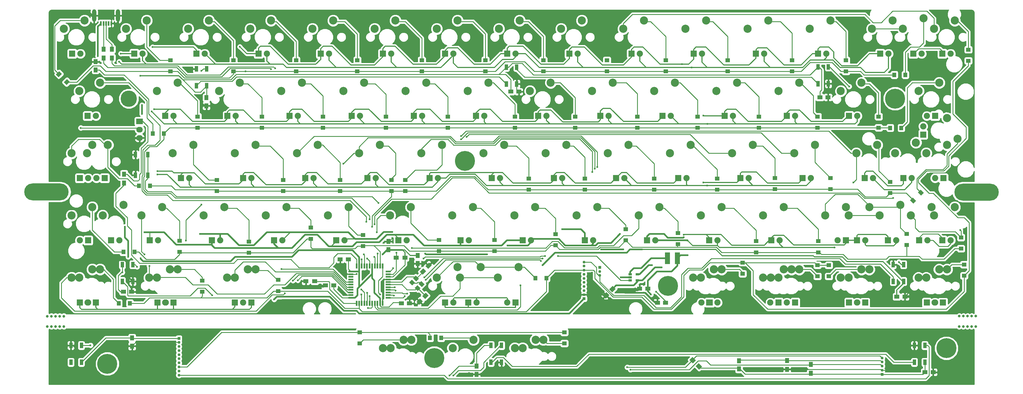
<source format=gbl>
G04 #@! TF.FileFunction,Copper,L2,Bot,Signal*
%FSLAX46Y46*%
G04 Gerber Fmt 4.6, Leading zero omitted, Abs format (unit mm)*
G04 Created by KiCad (PCBNEW 4.0.5+dfsg1-4) date Thu Jun 29 09:06:05 2017*
%MOMM*%
%LPD*%
G01*
G04 APERTURE LIST*
%ADD10C,0.100000*%
%ADD11C,2.500000*%
%ADD12C,0.800000*%
%ADD13R,1.250000X1.500000*%
%ADD14R,1.500000X1.250000*%
%ADD15R,1.200000X1.400000*%
%ADD16R,1.400000X1.200000*%
%ADD17R,0.500000X1.400000*%
%ADD18O,1.300000X3.800000*%
%ADD19R,1.500000X1.300000*%
%ADD20R,1.300000X1.500000*%
%ADD21R,1.000000X1.700000*%
%ADD22R,0.550000X1.500000*%
%ADD23R,1.500000X0.550000*%
%ADD24R,1.500000X3.600000*%
%ADD25R,1.060000X0.650000*%
%ADD26O,13.600000X5.200000*%
%ADD27C,5.000000*%
%ADD28C,6.100000*%
%ADD29R,1.000000X1.651000*%
%ADD30R,1.900000X1.900000*%
%ADD31C,1.900000*%
%ADD32R,0.850000X0.850000*%
%ADD33C,0.850000*%
%ADD34R,2.032000X1.727200*%
%ADD35O,2.032000X1.727200*%
%ADD36C,0.600000*%
%ADD37C,0.750000*%
%ADD38C,0.500000*%
%ADD39C,0.350000*%
%ADD40C,0.250000*%
%ADD41C,0.254000*%
G04 APERTURE END LIST*
D10*
D11*
X134429220Y-126174290D03*
X140779220Y-123634290D03*
D12*
X311201720Y-119548040D03*
X309931720Y-119548040D03*
X308661720Y-119548040D03*
X312471720Y-119548040D03*
X313741720Y-119548040D03*
D10*
G36*
X144239449Y-103669195D02*
X143355565Y-102785311D01*
X144416225Y-101724651D01*
X145300109Y-102608535D01*
X144239449Y-103669195D01*
X144239449Y-103669195D01*
G37*
G36*
X146007215Y-101901429D02*
X145123331Y-101017545D01*
X146183991Y-99956885D01*
X147067875Y-100840769D01*
X146007215Y-101901429D01*
X146007215Y-101901429D01*
G37*
G36*
X145183991Y-109206885D02*
X146067875Y-110090769D01*
X145007215Y-111151429D01*
X144123331Y-110267545D01*
X145183991Y-109206885D01*
X145183991Y-109206885D01*
G37*
G36*
X143416225Y-110974651D02*
X144300109Y-111858535D01*
X143239449Y-112919195D01*
X142355565Y-112035311D01*
X143416225Y-110974651D01*
X143416225Y-110974651D01*
G37*
D13*
X133787500Y-96007500D03*
X133787500Y-93507500D03*
D14*
X117000000Y-107000000D03*
X114500000Y-107000000D03*
X121500000Y-99000000D03*
X119000000Y-99000000D03*
X137750000Y-112500000D03*
X140250000Y-112500000D03*
D13*
X142711720Y-97813040D03*
X142711720Y-100313040D03*
X44000000Y-41000000D03*
X44000000Y-38500000D03*
X241211720Y-130063040D03*
X241211720Y-132563040D03*
D10*
G36*
X33717157Y-42227207D02*
X32727207Y-43217157D01*
X31878679Y-42368629D01*
X32868629Y-41378679D01*
X33717157Y-42227207D01*
X33717157Y-42227207D01*
G37*
G36*
X36121321Y-44631371D02*
X35131371Y-45621321D01*
X34282843Y-44772793D01*
X35272793Y-43782843D01*
X36121321Y-44631371D01*
X36121321Y-44631371D01*
G37*
D15*
X61550000Y-60500000D03*
X64950000Y-60500000D03*
X57300000Y-76500000D03*
X60700000Y-76500000D03*
X52550000Y-96750000D03*
X55950000Y-96750000D03*
X51121720Y-112443040D03*
X54521720Y-112443040D03*
D16*
X67000000Y-38050000D03*
X67000000Y-41450000D03*
X75250000Y-55300000D03*
X75250000Y-58700000D03*
X81228750Y-74706250D03*
X81228750Y-78106250D03*
X69750000Y-93300000D03*
X69750000Y-96700000D03*
X76750000Y-105550000D03*
X76750000Y-108950000D03*
X86250000Y-38050000D03*
X86250000Y-41450000D03*
X95000000Y-55300000D03*
X95000000Y-58700000D03*
X101478750Y-74706250D03*
X101478750Y-78106250D03*
X91000000Y-93550000D03*
X91000000Y-96950000D03*
X100037500Y-105307500D03*
X100037500Y-108707500D03*
X105500000Y-38050000D03*
X105500000Y-41450000D03*
X113750000Y-55300000D03*
X113750000Y-58700000D03*
X118978750Y-74706250D03*
X118978750Y-78106250D03*
X110000000Y-89300000D03*
X110000000Y-92700000D03*
X124250000Y-38050000D03*
X124250000Y-41450000D03*
X133000000Y-55300000D03*
X133000000Y-58700000D03*
X134728750Y-74706250D03*
X134728750Y-78106250D03*
X126000000Y-91550000D03*
X126000000Y-94950000D03*
X144000000Y-38050000D03*
X144000000Y-41450000D03*
X152000000Y-55300000D03*
X152000000Y-58700000D03*
X138978750Y-74706250D03*
X138978750Y-78106250D03*
X149250000Y-93050000D03*
X149250000Y-96450000D03*
X163500000Y-38050000D03*
X163500000Y-41450000D03*
X172537500Y-55307500D03*
X172537500Y-58707500D03*
X176750000Y-74300000D03*
X176750000Y-77700000D03*
X166250000Y-93050000D03*
X166250000Y-96450000D03*
D15*
X178800000Y-104750000D03*
X182200000Y-104750000D03*
D16*
X181250000Y-38050000D03*
X181250000Y-41450000D03*
X191037500Y-55307500D03*
X191037500Y-58707500D03*
X194000000Y-74300000D03*
X194000000Y-77700000D03*
X185000000Y-91300000D03*
X185000000Y-94700000D03*
X200750000Y-38050000D03*
X200750000Y-41450000D03*
X210037500Y-55307500D03*
X210037500Y-58707500D03*
X215250000Y-74300000D03*
X215250000Y-77700000D03*
X206500000Y-89800000D03*
X206500000Y-93200000D03*
X218750000Y-38050000D03*
X218750000Y-41450000D03*
X228537500Y-55307500D03*
X228537500Y-58707500D03*
X234500000Y-74300000D03*
X234500000Y-77700000D03*
X222478750Y-90956250D03*
X222478750Y-94356250D03*
X311500000Y-34800000D03*
X311500000Y-38200000D03*
X237750000Y-38050000D03*
X237750000Y-41450000D03*
X247287500Y-55307500D03*
X247287500Y-58707500D03*
X252211720Y-74113040D03*
X252211720Y-77513040D03*
X246478750Y-93456250D03*
X246478750Y-96856250D03*
X242321720Y-103393040D03*
X242321720Y-99993040D03*
X257500000Y-38050000D03*
X257500000Y-41450000D03*
X265287500Y-55307500D03*
X265287500Y-58707500D03*
X269211720Y-74113040D03*
X269211720Y-77513040D03*
X265478750Y-93456250D03*
X265478750Y-96856250D03*
X265250000Y-104200000D03*
X265250000Y-100800000D03*
X274000000Y-38050000D03*
X274000000Y-41450000D03*
X284000000Y-55300000D03*
X284000000Y-58700000D03*
X287500000Y-75300000D03*
X287500000Y-78700000D03*
X292571720Y-91243040D03*
X292571720Y-94643040D03*
X268750000Y-104200000D03*
X268750000Y-100800000D03*
D15*
X292200000Y-42500000D03*
X288800000Y-42500000D03*
X290950000Y-58750000D03*
X287550000Y-58750000D03*
D10*
G36*
X297022793Y-79467157D02*
X296032843Y-78477207D01*
X296881371Y-77628679D01*
X297871321Y-78618629D01*
X297022793Y-79467157D01*
X297022793Y-79467157D01*
G37*
G36*
X294618629Y-81871321D02*
X293628679Y-80881371D01*
X294477207Y-80032843D01*
X295467157Y-81022793D01*
X294618629Y-81871321D01*
X294618629Y-81871321D01*
G37*
D16*
X309250000Y-92300000D03*
X309250000Y-95700000D03*
X310211720Y-100613040D03*
X310211720Y-104013040D03*
D17*
X45650000Y-26750000D03*
X46450000Y-26750000D03*
X47250000Y-26750000D03*
X48050000Y-26750000D03*
X48850000Y-26750000D03*
D18*
X43600000Y-24350000D03*
X50900000Y-24350000D03*
D19*
X138850000Y-98500000D03*
X136150000Y-98500000D03*
X108471720Y-105693040D03*
X111171720Y-105693040D03*
D20*
X46500000Y-37350000D03*
X46500000Y-34650000D03*
X49000000Y-34650000D03*
X49000000Y-37350000D03*
X52750000Y-75600000D03*
X52750000Y-72900000D03*
D10*
G36*
X229906263Y-131838345D02*
X228987025Y-132757583D01*
X227926365Y-131696923D01*
X228845603Y-130777685D01*
X229906263Y-131838345D01*
X229906263Y-131838345D01*
G37*
G36*
X227997075Y-129929157D02*
X227077837Y-130848395D01*
X226017177Y-129787735D01*
X226936415Y-128868497D01*
X227997075Y-129929157D01*
X227997075Y-129929157D01*
G37*
D20*
X263211720Y-133913040D03*
X263211720Y-131213040D03*
X255961720Y-129963040D03*
X255961720Y-132663040D03*
D21*
X56250000Y-66950000D03*
X56250000Y-73250000D03*
X60050000Y-66950000D03*
X60050000Y-73250000D03*
D22*
X124000000Y-101050000D03*
X124800000Y-101050000D03*
X125600000Y-101050000D03*
X126400000Y-101050000D03*
X127200000Y-101050000D03*
X128000000Y-101050000D03*
X128800000Y-101050000D03*
X129600000Y-101050000D03*
X130400000Y-101050000D03*
X131200000Y-101050000D03*
X132000000Y-101050000D03*
D23*
X133700000Y-102750000D03*
X133700000Y-103550000D03*
X133700000Y-104350000D03*
X133700000Y-105150000D03*
X133700000Y-105950000D03*
X133700000Y-106750000D03*
X133700000Y-107550000D03*
X133700000Y-108350000D03*
X133700000Y-109150000D03*
X133700000Y-109950000D03*
X133700000Y-110750000D03*
D22*
X132000000Y-112450000D03*
X131200000Y-112450000D03*
X130400000Y-112450000D03*
X129600000Y-112450000D03*
X128800000Y-112450000D03*
X128000000Y-112450000D03*
X127200000Y-112450000D03*
X126400000Y-112450000D03*
X125600000Y-112450000D03*
X124800000Y-112450000D03*
X124000000Y-112450000D03*
D23*
X122300000Y-110750000D03*
X122300000Y-109950000D03*
X122300000Y-109150000D03*
X122300000Y-108350000D03*
X122300000Y-107550000D03*
X122300000Y-106750000D03*
X122300000Y-105950000D03*
X122300000Y-105150000D03*
X122300000Y-104350000D03*
X122300000Y-103550000D03*
X122300000Y-102750000D03*
D10*
G36*
X140092912Y-105994842D02*
X140941440Y-105146314D01*
X141931390Y-106136264D01*
X141082862Y-106984792D01*
X140092912Y-105994842D01*
X140092912Y-105994842D01*
G37*
G36*
X141789968Y-107691898D02*
X142638496Y-106843370D01*
X143628446Y-107833320D01*
X142779918Y-108681848D01*
X141789968Y-107691898D01*
X141789968Y-107691898D01*
G37*
G36*
X141294994Y-104792760D02*
X142143522Y-103944232D01*
X143133472Y-104934182D01*
X142284944Y-105782710D01*
X141294994Y-104792760D01*
X141294994Y-104792760D01*
G37*
G36*
X142992050Y-106489816D02*
X143840578Y-105641288D01*
X144830528Y-106631238D01*
X143982000Y-107479766D01*
X142992050Y-106489816D01*
X142992050Y-106489816D01*
G37*
D14*
X216211720Y-112313040D03*
X218711720Y-112313040D03*
X210750000Y-108000000D03*
X213250000Y-108000000D03*
D24*
X219296720Y-98693040D03*
X222346720Y-98693040D03*
D10*
G36*
X200436415Y-111007583D02*
X199517177Y-110088345D01*
X200577837Y-109027685D01*
X201497075Y-109946923D01*
X200436415Y-111007583D01*
X200436415Y-111007583D01*
G37*
G36*
X202345603Y-109098395D02*
X201426365Y-108179157D01*
X202487025Y-107118497D01*
X203406263Y-108037735D01*
X202345603Y-109098395D01*
X202345603Y-109098395D01*
G37*
D25*
X207900000Y-105450000D03*
X207900000Y-104500000D03*
X207900000Y-103550000D03*
X210100000Y-103550000D03*
X210100000Y-105450000D03*
D11*
X34290000Y-28416250D03*
X40640000Y-25876250D03*
X39052500Y-47466250D03*
X45402500Y-44926250D03*
X36671250Y-85566250D03*
X43021250Y-83026250D03*
X36671250Y-104616250D03*
X43021250Y-102076250D03*
X39052500Y-104616250D03*
X45402500Y-102076250D03*
X53340000Y-28416250D03*
X59690000Y-25876250D03*
X62865000Y-47466250D03*
X69215000Y-44926250D03*
X67627500Y-66516250D03*
X73977500Y-63976250D03*
X58102500Y-85566250D03*
X64452500Y-83026250D03*
X60483750Y-104616250D03*
X66833750Y-102076250D03*
X62865000Y-104616250D03*
X69215000Y-102076250D03*
X72390000Y-28416250D03*
X78740000Y-25876250D03*
X81915000Y-47466250D03*
X88265000Y-44926250D03*
X86677500Y-66516250D03*
X93027500Y-63976250D03*
X77152500Y-85566250D03*
X83502500Y-83026250D03*
X84296250Y-104616250D03*
X90646250Y-102076250D03*
X86677500Y-104616250D03*
X93027500Y-102076250D03*
X91440000Y-28416250D03*
X97790000Y-25876250D03*
X100965000Y-47466250D03*
X107315000Y-44926250D03*
X105727500Y-66516250D03*
X112077500Y-63976250D03*
X96202500Y-85566250D03*
X102552500Y-83026250D03*
X110490000Y-28416250D03*
X116840000Y-25876250D03*
X120015000Y-47466250D03*
X126365000Y-44926250D03*
X124777500Y-66516250D03*
X131127500Y-63976250D03*
X115252500Y-85566250D03*
X121602500Y-83026250D03*
X129540000Y-28416250D03*
X135890000Y-25876250D03*
X139065000Y-47466250D03*
X145415000Y-44926250D03*
X143827500Y-66516250D03*
X150177500Y-63976250D03*
X134302500Y-85566250D03*
X140652500Y-83026250D03*
X148590000Y-28416250D03*
X154940000Y-25876250D03*
X158115000Y-47466250D03*
X164465000Y-44926250D03*
X162877500Y-66516250D03*
X169227500Y-63976250D03*
X153352500Y-85566250D03*
X159702500Y-83026250D03*
X167640000Y-28416250D03*
X173990000Y-25876250D03*
X177165000Y-47466250D03*
X183515000Y-44926250D03*
X181927500Y-66516250D03*
X188277500Y-63976250D03*
X172402500Y-85566250D03*
X178752500Y-83026250D03*
X186690000Y-28416250D03*
X193040000Y-25876250D03*
X196215000Y-47466250D03*
X202565000Y-44926250D03*
X200977500Y-66516250D03*
X207327500Y-63976250D03*
X191452500Y-85566250D03*
X197802500Y-83026250D03*
X205740000Y-28416250D03*
X212090000Y-25876250D03*
X215265000Y-47466250D03*
X221615000Y-44926250D03*
X220027500Y-66516250D03*
X226377500Y-63976250D03*
X210502500Y-85566250D03*
X216852500Y-83026250D03*
X300990000Y-28416250D03*
X307340000Y-25876250D03*
X224790000Y-28416250D03*
X231140000Y-25876250D03*
X234315000Y-47466250D03*
X240665000Y-44926250D03*
X239077500Y-66516250D03*
X245427500Y-63976250D03*
X229552500Y-85566250D03*
X235902500Y-83026250D03*
X227171250Y-104616250D03*
X233521250Y-102076250D03*
X229552500Y-104616250D03*
X235902500Y-102076250D03*
X243840000Y-28416250D03*
X250190000Y-25876250D03*
X253365000Y-47466250D03*
X259715000Y-44926250D03*
X258127500Y-66516250D03*
X264477500Y-63976250D03*
X248602500Y-85566250D03*
X254952500Y-83026250D03*
X253357500Y-104617500D03*
X259707500Y-102077500D03*
X250983750Y-104616250D03*
X257333750Y-102076250D03*
X248602500Y-104616250D03*
X254952500Y-102076250D03*
X262890000Y-28416250D03*
X269240000Y-25876250D03*
X272415000Y-47466250D03*
X278765000Y-44926250D03*
X277177500Y-66516250D03*
X283527500Y-63976250D03*
X272415000Y-104616250D03*
X278765000Y-102076250D03*
X274796250Y-104616250D03*
X281146250Y-102076250D03*
X281940000Y-28416250D03*
X288290000Y-25876250D03*
X296227500Y-47466250D03*
X302577500Y-44926250D03*
X300990000Y-85566250D03*
X307340000Y-83026250D03*
X41433750Y-66516250D03*
X47783750Y-63976250D03*
X36671250Y-66516250D03*
X43021250Y-63976250D03*
X46196250Y-85566250D03*
X52546250Y-82296250D03*
X167315000Y-104617500D03*
X173665000Y-101347500D03*
X155733750Y-104616250D03*
X162083750Y-101346250D03*
X148590000Y-104616250D03*
X154940000Y-101346250D03*
X284321250Y-85566250D03*
X290671250Y-82296250D03*
X291465000Y-28416250D03*
X297815000Y-25146250D03*
X289083750Y-66516250D03*
X295433750Y-63246250D03*
X304958750Y-55721250D03*
X308228750Y-62071250D03*
X274796250Y-85566250D03*
X281146250Y-83026250D03*
X298608750Y-66517500D03*
X304958750Y-63977500D03*
X293846250Y-85567500D03*
X300196250Y-83027500D03*
X267652500Y-85567500D03*
X274002500Y-83027500D03*
D26*
X29002500Y-78347500D03*
D27*
X54202500Y-49797500D03*
D28*
X157202500Y-68897500D03*
X219502500Y-107097500D03*
X289052500Y-49797500D03*
D26*
X314002500Y-78397500D03*
D14*
X52571720Y-108943040D03*
X55071720Y-108943040D03*
D13*
X78000000Y-49500000D03*
X78000000Y-52000000D03*
D14*
X171252500Y-47647500D03*
X173752500Y-47647500D03*
X266002500Y-49397500D03*
X268502500Y-49397500D03*
D29*
X52221720Y-100616040D03*
X52221720Y-105770040D03*
X55421720Y-105770040D03*
X55421720Y-100616040D03*
X78100000Y-45827000D03*
X78100000Y-40673000D03*
X74900000Y-40673000D03*
X74900000Y-45827000D03*
X169900000Y-40173000D03*
X169900000Y-45327000D03*
X173100000Y-45327000D03*
X173100000Y-40173000D03*
X265402500Y-40070500D03*
X265402500Y-45224500D03*
X268602500Y-45224500D03*
X268602500Y-40070500D03*
X291671720Y-105770040D03*
X291671720Y-100616040D03*
X288471720Y-100616040D03*
X288471720Y-105770040D03*
D14*
X289571720Y-110443040D03*
X292071720Y-110443040D03*
D30*
X286858750Y-93186250D03*
D31*
X289398750Y-93186250D03*
D30*
X253357500Y-112237500D03*
D31*
X250817500Y-112237500D03*
D30*
X253357500Y-112237500D03*
D31*
X255897500Y-112237500D03*
D30*
X232248750Y-112236250D03*
D31*
X229708750Y-112236250D03*
D30*
X232088750Y-112236250D03*
D31*
X234628750Y-112236250D03*
D30*
X258437500Y-112237500D03*
D31*
X255897500Y-112237500D03*
D30*
X291621250Y-74136250D03*
D31*
X294161250Y-74136250D03*
D30*
X246380000Y-36036250D03*
D31*
X248920000Y-36036250D03*
D30*
X297656250Y-60801250D03*
D31*
X297656250Y-58261250D03*
D30*
X301307500Y-55087500D03*
D31*
X298767500Y-55087500D03*
D30*
X274955000Y-55086250D03*
D31*
X277495000Y-55086250D03*
D30*
X255905000Y-55086250D03*
D31*
X258445000Y-55086250D03*
D30*
X236855000Y-55086250D03*
D31*
X239395000Y-55086250D03*
D30*
X217805000Y-55086250D03*
D31*
X220345000Y-55086250D03*
D30*
X303530000Y-36036250D03*
D31*
X306070000Y-36036250D03*
D30*
X93980000Y-36036250D03*
D31*
X96520000Y-36036250D03*
D30*
X55880000Y-36036250D03*
D31*
X58420000Y-36036250D03*
D30*
X294640000Y-36036250D03*
D31*
X297180000Y-36036250D03*
D30*
X284480000Y-36036250D03*
D31*
X287020000Y-36036250D03*
D30*
X265430000Y-36036250D03*
D31*
X267970000Y-36036250D03*
D30*
X132080000Y-36036250D03*
D31*
X134620000Y-36036250D03*
D30*
X227330000Y-36036250D03*
D31*
X229870000Y-36036250D03*
D30*
X198755000Y-55086250D03*
D31*
X201295000Y-55086250D03*
D30*
X208280000Y-36036250D03*
D31*
X210820000Y-36036250D03*
D30*
X189230000Y-36036250D03*
D31*
X191770000Y-36036250D03*
D30*
X179705000Y-55086250D03*
D31*
X182245000Y-55086250D03*
D30*
X170180000Y-36036250D03*
D31*
X172720000Y-36036250D03*
D30*
X151130000Y-36036250D03*
D31*
X153670000Y-36036250D03*
D30*
X113030000Y-36036250D03*
D31*
X115570000Y-36036250D03*
D30*
X74930000Y-36036250D03*
D31*
X77470000Y-36036250D03*
D30*
X36830000Y-36036250D03*
D31*
X39370000Y-36036250D03*
D30*
X41748750Y-93186250D03*
D31*
X39208750Y-93186250D03*
D30*
X160655000Y-55086250D03*
D31*
X163195000Y-55086250D03*
D30*
X141605000Y-55086250D03*
D31*
X144145000Y-55086250D03*
D30*
X122555000Y-55086250D03*
D31*
X125095000Y-55086250D03*
D30*
X103505000Y-55086250D03*
D31*
X106045000Y-55086250D03*
D30*
X84455000Y-55086250D03*
D31*
X86995000Y-55086250D03*
D30*
X65405000Y-55086250D03*
D31*
X67945000Y-55086250D03*
D30*
X41595000Y-55086250D03*
D31*
X44135000Y-55086250D03*
D30*
X39208750Y-74136250D03*
D31*
X41748750Y-74136250D03*
D30*
X46828750Y-74136250D03*
D31*
X44288750Y-74136250D03*
D30*
X70165000Y-74136250D03*
D31*
X72705000Y-74136250D03*
D30*
X39208750Y-112236250D03*
D31*
X41748750Y-112236250D03*
D30*
X146365000Y-74136250D03*
D31*
X148905000Y-74136250D03*
D30*
X44138750Y-112236250D03*
D31*
X41598750Y-112236250D03*
D30*
X260665000Y-74136250D03*
D31*
X263205000Y-74136250D03*
D30*
X63028750Y-112236250D03*
D31*
X65568750Y-112236250D03*
D30*
X67948750Y-112236250D03*
D31*
X65408750Y-112236250D03*
D30*
X48738750Y-93186250D03*
D31*
X51278750Y-93186250D03*
D30*
X222565000Y-74136250D03*
D31*
X225105000Y-74136250D03*
D30*
X165415000Y-74136250D03*
D31*
X167955000Y-74136250D03*
D30*
X151128750Y-112236250D03*
D31*
X153668750Y-112236250D03*
D30*
X158268750Y-112236250D03*
D31*
X160808750Y-112236250D03*
D30*
X172718750Y-112236250D03*
D31*
X170178750Y-112236250D03*
D30*
X155888750Y-93186250D03*
D31*
X158428750Y-93186250D03*
D30*
X60638750Y-93186250D03*
D31*
X63178750Y-93186250D03*
D30*
X79688750Y-93186250D03*
D31*
X82228750Y-93186250D03*
D30*
X213038750Y-93186250D03*
D31*
X215578750Y-93186250D03*
D30*
X89215000Y-74136250D03*
D31*
X91755000Y-74136250D03*
D30*
X279878750Y-112246250D03*
D31*
X277338750Y-112246250D03*
D30*
X193988750Y-93186250D03*
D31*
X196528750Y-93186250D03*
D30*
X303688750Y-112246250D03*
D31*
X301148750Y-112246250D03*
D30*
X91758750Y-112236250D03*
D31*
X89218750Y-112236250D03*
D30*
X86678750Y-112236250D03*
D31*
X89218750Y-112236250D03*
D30*
X98738750Y-93186250D03*
D31*
X101278750Y-93186250D03*
D30*
X108265000Y-74136250D03*
D31*
X110805000Y-74136250D03*
D30*
X117788750Y-93186250D03*
D31*
X120328750Y-93186250D03*
D30*
X136838750Y-93186250D03*
D31*
X139378750Y-93186250D03*
D30*
X127315000Y-74136250D03*
D31*
X129855000Y-74136250D03*
D30*
X279715000Y-74136250D03*
D31*
X282255000Y-74136250D03*
D30*
X241615000Y-74136250D03*
D31*
X244155000Y-74136250D03*
D30*
X203515000Y-74136250D03*
D31*
X206055000Y-74136250D03*
D30*
X184465000Y-74136250D03*
D31*
X187005000Y-74136250D03*
D30*
X174938750Y-93186250D03*
D31*
X177478750Y-93186250D03*
D30*
X232088750Y-93186250D03*
D31*
X234628750Y-93186250D03*
D30*
X274948750Y-112236250D03*
D31*
X277488750Y-112236250D03*
D30*
X298768750Y-112236250D03*
D31*
X301308750Y-112236250D03*
D30*
X303528750Y-93186250D03*
D31*
X306068750Y-93186250D03*
D30*
X277338750Y-93186250D03*
D31*
X279878750Y-93186250D03*
D30*
X251138750Y-93186250D03*
D31*
X253678750Y-93186250D03*
D30*
X303847500Y-74137500D03*
D31*
X301307500Y-74137500D03*
D30*
X296386250Y-93187500D03*
D31*
X298926250Y-93187500D03*
D30*
X274002500Y-93187500D03*
D31*
X271462500Y-93187500D03*
D16*
X124961720Y-124763040D03*
X124961720Y-121363040D03*
D15*
X149911720Y-123063040D03*
X146511720Y-123063040D03*
D16*
X187701720Y-124758040D03*
X187701720Y-121358040D03*
D11*
X132047970Y-126174290D03*
X138397970Y-123634290D03*
X153479220Y-126174290D03*
X159829220Y-123634290D03*
X172529220Y-126174290D03*
X178879220Y-123634290D03*
X174910470Y-126174290D03*
X181260470Y-123634290D03*
D12*
X311276720Y-116398040D03*
X310006720Y-116398040D03*
X308736720Y-116398040D03*
X312546720Y-116398040D03*
X313816720Y-116398040D03*
X31776720Y-119548040D03*
X30506720Y-119548040D03*
X29236720Y-119548040D03*
X33046720Y-119548040D03*
X34316720Y-119548040D03*
X31751720Y-116423040D03*
X30481720Y-116423040D03*
X29211720Y-116423040D03*
X33021720Y-116423040D03*
X34291720Y-116423040D03*
D11*
X298605470Y-104628040D03*
X304955470Y-102088040D03*
X296224220Y-104628040D03*
X302574220Y-102088040D03*
D28*
X47621720Y-130980540D03*
X147821720Y-129193040D03*
X304796720Y-126218040D03*
D14*
X298211720Y-133563040D03*
X300711720Y-133563040D03*
D13*
X160821720Y-131693040D03*
X160821720Y-134193040D03*
X55211720Y-123063040D03*
X55211720Y-125563040D03*
D29*
X298171720Y-130520040D03*
X298171720Y-125366040D03*
X294971720Y-125366040D03*
X294971720Y-130520040D03*
X165221720Y-125366040D03*
X165221720Y-130520040D03*
X168421720Y-130520040D03*
X168421720Y-125366040D03*
X39671720Y-130520040D03*
X39671720Y-125366040D03*
X36471720Y-125366040D03*
X36471720Y-130520040D03*
D32*
X193711720Y-111063040D03*
D33*
X193711720Y-109813040D03*
X193711720Y-108563040D03*
X193711720Y-107313040D03*
X193711720Y-106063040D03*
X193711720Y-104813040D03*
X193711720Y-103563040D03*
X193711720Y-102313040D03*
X193711720Y-101063040D03*
X193711720Y-99813040D03*
D32*
X69571720Y-123193040D03*
D33*
X69571720Y-124443040D03*
X69571720Y-125693040D03*
X69571720Y-126943040D03*
X69571720Y-128193040D03*
X69571720Y-129443040D03*
X69571720Y-130693040D03*
X69571720Y-131943040D03*
X69571720Y-133193040D03*
X69571720Y-134443040D03*
D32*
X285071720Y-134193040D03*
D33*
X285071720Y-132943040D03*
X285071720Y-131693040D03*
X285071720Y-130443040D03*
X285071720Y-129193040D03*
D32*
X198571720Y-101443040D03*
D33*
X198571720Y-102693040D03*
X198571720Y-103943040D03*
D34*
X57500000Y-56750000D03*
D35*
X57500000Y-59290000D03*
X57500000Y-61830000D03*
D36*
X35250000Y-56500000D03*
X30750000Y-52000000D03*
X101321720Y-111443040D03*
X180000000Y-113000000D03*
X118000000Y-114500000D03*
X140250000Y-111000000D03*
X132000000Y-108750000D03*
X196211720Y-103063040D03*
X307250000Y-73250000D03*
X205000000Y-104500000D03*
X305250000Y-115250000D03*
X306250000Y-111250000D03*
X205250000Y-108500000D03*
X198250000Y-109750000D03*
X158461720Y-133813040D03*
X105250000Y-107500000D03*
X135500000Y-82000000D03*
X137750000Y-84250000D03*
X135000000Y-92500000D03*
X42500000Y-38500000D03*
X76250000Y-50750000D03*
X72500000Y-40500000D03*
X172202500Y-41897500D03*
X268502500Y-43147500D03*
X119962500Y-109607500D03*
X127037500Y-102757500D03*
X124037500Y-103507500D03*
X118250000Y-101250000D03*
X127000000Y-87500000D03*
X127250000Y-98750000D03*
X125600000Y-99000000D03*
X97787500Y-40757500D03*
X99037500Y-40507500D03*
X126250000Y-97500000D03*
X181000000Y-98750000D03*
X139500000Y-109500000D03*
X144750000Y-104500000D03*
X145250000Y-105250000D03*
X180500000Y-99500000D03*
X138750000Y-110250000D03*
X309000000Y-90000000D03*
X57750000Y-42750000D03*
X58250000Y-54500000D03*
X58250000Y-51750000D03*
X52250000Y-103000000D03*
X44750000Y-36750000D03*
X93750000Y-98250000D03*
X98750000Y-111250000D03*
X54000000Y-98250000D03*
X53000000Y-89000000D03*
X57821720Y-98693040D03*
X181000000Y-100750000D03*
X214537500Y-100757500D03*
X215821720Y-108943040D03*
X152461720Y-134563040D03*
X198571720Y-96943040D03*
X132000000Y-97500000D03*
X129500000Y-105500000D03*
X211500000Y-96000000D03*
X63000000Y-73000000D03*
X76000000Y-91250000D03*
X61250000Y-53750000D03*
X214250000Y-109750000D03*
X225500000Y-93250000D03*
X225500000Y-97750000D03*
X164000000Y-97500000D03*
X170250000Y-94750000D03*
X145000000Y-97250000D03*
X51250000Y-38500000D03*
X226750000Y-40250000D03*
X270502500Y-95397500D03*
X231537500Y-57507500D03*
X204750000Y-91250000D03*
X134978750Y-90656250D03*
X231478750Y-76406250D03*
X63000000Y-72000000D03*
X59000000Y-90750000D03*
X62000000Y-53000000D03*
X74750000Y-94500000D03*
X224250000Y-91500000D03*
X224250000Y-92250000D03*
X151961720Y-94813040D03*
X217500000Y-101500000D03*
X205750000Y-96000000D03*
X199000000Y-96000000D03*
X61500000Y-34000000D03*
X51750000Y-36000000D03*
X223750000Y-39250000D03*
X230287500Y-75507500D03*
X230287500Y-55007500D03*
X187000000Y-89750000D03*
X88228750Y-33906250D03*
X181750000Y-98000000D03*
X135250000Y-101750000D03*
X144500000Y-98750000D03*
X185750000Y-98000000D03*
X197750000Y-70750000D03*
X101037500Y-102007500D03*
X197000000Y-71250000D03*
X120000000Y-69750000D03*
X125500000Y-108250000D03*
X196250000Y-72250000D03*
X130250000Y-90750000D03*
X130500000Y-97250000D03*
X90000000Y-41450000D03*
X104500000Y-105500000D03*
X128000000Y-86750000D03*
X125500000Y-109750000D03*
X127250000Y-109250000D03*
X128787500Y-89007500D03*
X106000000Y-105400000D03*
X102000000Y-109400000D03*
X59000000Y-97500000D03*
X60500000Y-101000000D03*
X129537500Y-88257500D03*
X129500000Y-98250000D03*
X288500000Y-80250000D03*
X135711720Y-107563040D03*
X276250000Y-75500000D03*
X156037500Y-61257500D03*
X131250000Y-109750000D03*
X174250000Y-107000000D03*
X141000000Y-95500000D03*
X128000000Y-110250000D03*
X135461720Y-110063040D03*
X157750000Y-61500000D03*
X135961720Y-108563040D03*
X156037500Y-62257500D03*
X136250000Y-97000000D03*
X130750000Y-81750000D03*
X79800000Y-110000000D03*
X127502500Y-113897500D03*
X56750000Y-101250000D03*
X71750000Y-93250000D03*
X76500000Y-82250000D03*
X76500000Y-41250000D03*
X290211720Y-99813040D03*
X274961720Y-46063040D03*
X206961720Y-132063040D03*
X207961720Y-132813040D03*
X153711720Y-134563040D03*
X42461720Y-125313040D03*
X39500000Y-58750000D03*
D37*
X32250000Y-93500000D02*
X32250000Y-98250000D01*
X30837498Y-52000000D02*
X30837498Y-68000000D01*
D38*
X54211720Y-100461720D02*
X54211720Y-104560040D01*
X54211720Y-100461720D02*
X53000000Y-99250000D01*
X53000000Y-99250000D02*
X33250000Y-99250000D01*
D37*
X30837498Y-69087498D02*
X40750000Y-79000000D01*
X40750000Y-79000000D02*
X40750000Y-82250000D01*
X40750000Y-82250000D02*
X39500000Y-83500000D01*
X39500000Y-83500000D02*
X35500000Y-83500000D01*
X35500000Y-83500000D02*
X32250000Y-86750000D01*
X32250000Y-86750000D02*
X32250000Y-93500000D01*
X30837498Y-68000000D02*
X30837498Y-69087498D01*
X32250000Y-98250000D02*
X33250000Y-99250000D01*
D39*
X57500000Y-61830000D02*
X57500000Y-63000000D01*
X56250000Y-64250000D02*
X56250000Y-66950000D01*
X57500000Y-63000000D02*
X56250000Y-64250000D01*
D37*
X39250000Y-60500000D02*
X35250000Y-56500000D01*
X39250000Y-60500000D02*
X45000000Y-60500000D01*
X30750000Y-52000000D02*
X30837498Y-52000000D01*
X30837498Y-52000000D02*
X30750000Y-52000000D01*
X45000000Y-60500000D02*
X49800000Y-60500000D01*
X49250000Y-60500000D02*
X54000000Y-60500000D01*
X55330000Y-61830000D02*
X57500000Y-61830000D01*
X54000000Y-60500000D02*
X55330000Y-61830000D01*
X49750000Y-60500000D02*
X49250000Y-60500000D01*
X49250000Y-60500000D02*
X45000000Y-60500000D01*
X42850000Y-24350000D02*
X42250000Y-23750000D01*
X42250000Y-23750000D02*
X33750000Y-23750000D01*
X33750000Y-23750000D02*
X30837498Y-26662502D01*
X30837498Y-26662502D02*
X30837498Y-52000000D01*
X43600000Y-24350000D02*
X42850000Y-24350000D01*
D38*
X101321720Y-111443040D02*
X114943040Y-111443040D01*
X180000000Y-113000000D02*
X183186960Y-109813040D01*
X183186960Y-109813040D02*
X193711720Y-109813040D01*
X118000000Y-114500000D02*
X114943040Y-111443040D01*
D39*
X140250000Y-111000000D02*
X142380914Y-111000000D01*
X142380914Y-111000000D02*
X143327837Y-111946923D01*
X140250000Y-111000000D02*
X140250000Y-112500000D01*
X132000000Y-108750000D02*
X132000000Y-105750000D01*
X132000000Y-112450000D02*
X132000000Y-108750000D01*
X132600000Y-105150000D02*
X133700000Y-105150000D01*
X132000000Y-105750000D02*
X132600000Y-105150000D01*
X133700000Y-105150000D02*
X136350000Y-105150000D01*
X136350000Y-105150000D02*
X141186960Y-100313040D01*
X141186960Y-100313040D02*
X142711720Y-100313040D01*
X143327837Y-111827837D02*
X143327837Y-111946923D01*
D38*
X196211720Y-109750000D02*
X196211720Y-110711720D01*
X196211720Y-110711720D02*
X197000000Y-111500000D01*
X196211720Y-103063040D02*
X196211720Y-109750000D01*
X196211720Y-109750000D02*
X196211720Y-109813040D01*
X196250000Y-109774760D02*
X196250000Y-109813040D01*
X196211720Y-109813040D02*
X196250000Y-109774760D01*
X193711720Y-109813040D02*
X195313040Y-109813040D01*
X197000000Y-111500000D02*
X205750000Y-111500000D01*
X205250000Y-108500000D02*
X205500000Y-108500000D01*
X212500000Y-109250000D02*
X215563040Y-112313040D01*
X206250000Y-109250000D02*
X212500000Y-109250000D01*
X205500000Y-108500000D02*
X206250000Y-109250000D01*
X215563040Y-112313040D02*
X216211720Y-112313040D01*
D40*
X303500000Y-72500000D02*
X306500000Y-72500000D01*
X306500000Y-72500000D02*
X307250000Y-73250000D01*
X305250000Y-115250000D02*
X307500000Y-115250000D01*
X313000000Y-25750000D02*
X311000000Y-23750000D01*
X313000000Y-36500000D02*
X313000000Y-25750000D01*
X313250000Y-36750000D02*
X313000000Y-36500000D01*
X313250000Y-49000000D02*
X313250000Y-36750000D01*
X312500000Y-49750000D02*
X313250000Y-49000000D01*
X312500000Y-66000000D02*
X312500000Y-49750000D01*
X306000000Y-72500000D02*
X312500000Y-66000000D01*
X299750000Y-72500000D02*
X303500000Y-72500000D01*
X303500000Y-72500000D02*
X306000000Y-72500000D01*
X299000000Y-73250000D02*
X299750000Y-72500000D01*
X299000000Y-75750000D02*
X299000000Y-73250000D01*
X304250000Y-81000000D02*
X299000000Y-75750000D01*
X308000000Y-81000000D02*
X304250000Y-81000000D01*
X309000000Y-82000000D02*
X308000000Y-81000000D01*
X310000000Y-82000000D02*
X309000000Y-82000000D01*
X312750000Y-84750000D02*
X310000000Y-82000000D01*
X312750000Y-110000000D02*
X312750000Y-84750000D01*
X307500000Y-115250000D02*
X312750000Y-110000000D01*
D38*
X205250000Y-108500000D02*
X210250000Y-108500000D01*
X210250000Y-108500000D02*
X210750000Y-108000000D01*
X207900000Y-104500000D02*
X205000000Y-104500000D01*
D39*
X105250000Y-107500000D02*
X114000000Y-107500000D01*
X114000000Y-107500000D02*
X114500000Y-107000000D01*
D38*
X292071720Y-110443040D02*
X305443040Y-110443040D01*
X305250000Y-115250000D02*
X245500000Y-115250000D01*
X240250000Y-110000000D02*
X245500000Y-115250000D01*
X227500000Y-110000000D02*
X240250000Y-110000000D01*
X222250000Y-115250000D02*
X227500000Y-110000000D01*
X214750000Y-115250000D02*
X222250000Y-115250000D01*
X211000000Y-111500000D02*
X214750000Y-115250000D01*
X205750000Y-111500000D02*
X211000000Y-111500000D01*
X305443040Y-110443040D02*
X306250000Y-111250000D01*
X205000000Y-111500000D02*
X205750000Y-111500000D01*
X305250000Y-110250000D02*
X292264760Y-110250000D01*
X292264760Y-110250000D02*
X292071720Y-110443040D01*
X198250000Y-109750000D02*
X198250000Y-109813040D01*
X198250000Y-109813040D02*
X198250000Y-109750000D01*
X198250000Y-109750000D02*
X198250000Y-109813040D01*
X193711720Y-109813040D02*
X196250000Y-109813040D01*
X196250000Y-109813040D02*
X198250000Y-109813040D01*
X198250000Y-109813040D02*
X200302532Y-109813040D01*
X200302532Y-109813040D02*
X200507126Y-110017634D01*
X54211720Y-104560040D02*
X54211720Y-106813040D01*
X54211720Y-106813040D02*
X55071720Y-107673040D01*
X55071720Y-107673040D02*
X55071720Y-108943040D01*
X54211720Y-104560040D02*
X55421720Y-105770040D01*
D40*
X143327837Y-111946923D02*
X143595603Y-111946923D01*
X142711720Y-100313040D02*
X145479486Y-100313040D01*
X145479486Y-100313040D02*
X146095603Y-100929157D01*
D39*
X268602500Y-45224500D02*
X268602500Y-49297500D01*
X268602500Y-49297500D02*
X268502500Y-49397500D01*
D40*
X158841720Y-134193040D02*
X160821720Y-134193040D01*
X158461720Y-133813040D02*
X158841720Y-134193040D01*
X285071720Y-132943040D02*
X287081720Y-132943040D01*
X287081720Y-132943040D02*
X287961720Y-132063040D01*
X285071720Y-132943040D02*
X287091720Y-132943040D01*
X296211720Y-132063040D02*
X287961720Y-132063040D01*
X294971720Y-128073040D02*
X296711720Y-129813040D01*
X296711720Y-129813040D02*
X296711720Y-131563040D01*
X296711720Y-131563040D02*
X296211720Y-132063040D01*
X294971720Y-125366040D02*
X294971720Y-128073040D01*
X255961720Y-132663040D02*
X284791720Y-132663040D01*
X284791720Y-132663040D02*
X285071720Y-132943040D01*
X294971720Y-125366040D02*
X295764720Y-125366040D01*
X69571720Y-124443040D02*
X56331720Y-124443040D01*
X56331720Y-124443040D02*
X55211720Y-125563040D01*
X36471720Y-125366040D02*
X37014720Y-125366040D01*
X37711720Y-126063040D02*
X37711720Y-131313040D01*
X37711720Y-131313040D02*
X38461720Y-132063040D01*
X38461720Y-132063040D02*
X40461720Y-132063040D01*
X40461720Y-132063040D02*
X46961720Y-125563040D01*
X46961720Y-125563040D02*
X55211720Y-125563040D01*
X37014720Y-125366040D02*
X37711720Y-126063040D01*
D39*
X288471720Y-100616040D02*
X289244720Y-100616040D01*
X289244720Y-100616040D02*
X293071720Y-104443040D01*
X293071720Y-104443040D02*
X293071720Y-109443040D01*
X293071720Y-109443040D02*
X292071720Y-110443040D01*
D40*
X288321720Y-100466040D02*
X288471720Y-100616040D01*
X36471720Y-125366040D02*
X36471720Y-125593040D01*
X105750000Y-107000000D02*
X105250000Y-107500000D01*
X55421720Y-108593040D02*
X55071720Y-108943040D01*
X168421720Y-130520040D02*
X168421720Y-132593040D01*
X166821720Y-134193040D02*
X160821720Y-134193040D01*
X168421720Y-132593040D02*
X166821720Y-134193040D01*
X36471720Y-125366040D02*
X36471720Y-125843040D01*
X36471720Y-125293040D02*
X36471720Y-125366040D01*
X133787500Y-93507500D02*
X133992500Y-93507500D01*
X133992500Y-93507500D02*
X135000000Y-92500000D01*
X137750000Y-84250000D02*
X135500000Y-82000000D01*
X42500000Y-38500000D02*
X44000000Y-38500000D01*
D39*
X78000000Y-52000000D02*
X77500000Y-52000000D01*
X77500000Y-52000000D02*
X76250000Y-50750000D01*
X74900000Y-40673000D02*
X72673000Y-40673000D01*
X72673000Y-40673000D02*
X72500000Y-40500000D01*
X56250000Y-66950000D02*
X56250000Y-73250000D01*
D40*
X173102500Y-46997500D02*
X173102500Y-42797500D01*
X173102500Y-42797500D02*
X172202500Y-41897500D01*
X268602500Y-43247500D02*
X268602500Y-45224500D01*
X268502500Y-43147500D02*
X268602500Y-43247500D01*
X173102500Y-46997500D02*
X173752500Y-47647500D01*
X120305000Y-109950000D02*
X122300000Y-109950000D01*
X119962500Y-109607500D02*
X120305000Y-109950000D01*
X122300000Y-103550000D02*
X123995000Y-103550000D01*
X127200000Y-102595000D02*
X127200000Y-101050000D01*
X127037500Y-102757500D02*
X127200000Y-102595000D01*
X123995000Y-103550000D02*
X124037500Y-103507500D01*
X119000000Y-99000000D02*
X119000000Y-100500000D01*
X119000000Y-100500000D02*
X118250000Y-101250000D01*
X119000000Y-99000000D02*
X118600000Y-99000000D01*
X107900000Y-105750000D02*
X107000000Y-105750000D01*
X107000000Y-105750000D02*
X105250000Y-107500000D01*
X119000000Y-99000000D02*
X119000000Y-101250000D01*
X121300000Y-103550000D02*
X122300000Y-103550000D01*
X119000000Y-101250000D02*
X121300000Y-103550000D01*
X132050000Y-112500000D02*
X132000000Y-112450000D01*
D38*
X48850000Y-26750000D02*
X50500000Y-26750000D01*
X50500000Y-26750000D02*
X50900000Y-26350000D01*
X50900000Y-26350000D02*
X50900000Y-24350000D01*
D40*
X44000000Y-41000000D02*
X45250000Y-41000000D01*
X46750000Y-42500000D02*
X52750000Y-42500000D01*
X45250000Y-41000000D02*
X46750000Y-42500000D01*
X52750000Y-42500000D02*
X54500000Y-44250000D01*
X62250000Y-64000000D02*
X60000000Y-64000000D01*
X63750000Y-62500000D02*
X62250000Y-64000000D01*
X63750000Y-58000000D02*
X63750000Y-62500000D01*
X60250000Y-54500000D02*
X63750000Y-58000000D01*
X60250000Y-50000000D02*
X60250000Y-54500000D01*
X54500000Y-44250000D02*
X60250000Y-50000000D01*
X60000000Y-64000000D02*
X58549998Y-65450002D01*
X58549998Y-73200002D02*
X58549998Y-65450002D01*
X58549998Y-73200002D02*
X58250000Y-73500000D01*
X128000000Y-101050000D02*
X128000000Y-99500000D01*
X127000000Y-87500000D02*
X127000000Y-86000000D01*
X128000000Y-99500000D02*
X127250000Y-98750000D01*
X58250000Y-73500000D02*
X58250000Y-78000000D01*
X59500000Y-79250000D02*
X66000000Y-79250000D01*
X66000000Y-79250000D02*
X67750000Y-81000000D01*
X122000000Y-81000000D02*
X127000000Y-86000000D01*
X67750000Y-81000000D02*
X122000000Y-81000000D01*
X58250000Y-78000000D02*
X59500000Y-79250000D01*
X40640000Y-25876250D02*
X33168750Y-25876250D01*
X31537500Y-41037500D02*
X32797918Y-42297918D01*
X31537500Y-27507500D02*
X31537500Y-41037500D01*
X33168750Y-25876250D02*
X31537500Y-27507500D01*
X45402500Y-44926250D02*
X54176250Y-44926250D01*
X61550000Y-57550000D02*
X61550000Y-60500000D01*
X59750000Y-55750000D02*
X61550000Y-57550000D01*
X59750000Y-50500000D02*
X59750000Y-55750000D01*
X54176250Y-44926250D02*
X59750000Y-50500000D01*
X61550000Y-59300000D02*
X61550000Y-60500000D01*
X45402500Y-44926250D02*
X45676250Y-44926250D01*
X51250000Y-74250000D02*
X53750000Y-74250000D01*
X47783750Y-70783750D02*
X51250000Y-74250000D01*
X47783750Y-63976250D02*
X47783750Y-70783750D01*
X56000000Y-76500000D02*
X57300000Y-76500000D01*
X53750000Y-74250000D02*
X56000000Y-76500000D01*
X46976250Y-63976250D02*
X45250000Y-62250000D01*
X36671250Y-64328750D02*
X36671250Y-66516250D01*
X38750000Y-62250000D02*
X36671250Y-64328750D01*
X45250000Y-62250000D02*
X38750000Y-62250000D01*
X47783750Y-63976250D02*
X48256250Y-63976250D01*
X43021250Y-83026250D02*
X43021250Y-90021250D01*
X49750000Y-96750000D02*
X52550000Y-96750000D01*
X43021250Y-90021250D02*
X49750000Y-96750000D01*
X45402500Y-102076250D02*
X46474930Y-102076250D01*
X46474930Y-102076250D02*
X49461720Y-105063040D01*
X49461720Y-110783040D02*
X51121720Y-112443040D01*
X49461720Y-105063040D02*
X49461720Y-110783040D01*
X45402500Y-102076250D02*
X45402500Y-102273820D01*
X45402500Y-102076250D02*
X45402500Y-102297500D01*
X59690000Y-25876250D02*
X59690000Y-33940000D01*
X63800000Y-38050000D02*
X67000000Y-38050000D01*
X59690000Y-33940000D02*
X63800000Y-38050000D01*
X69215000Y-44926250D02*
X69676250Y-44926250D01*
X69676250Y-44926250D02*
X75250000Y-50500000D01*
X75250000Y-50500000D02*
X75250000Y-55300000D01*
X73977500Y-63976250D02*
X73977500Y-69977500D01*
X78706250Y-74706250D02*
X81228750Y-74706250D01*
X73977500Y-69977500D02*
X78706250Y-74706250D01*
X64432500Y-83316250D02*
X65816250Y-83316250D01*
X69750000Y-87250000D02*
X69750000Y-93300000D01*
X65816250Y-83316250D02*
X69750000Y-87250000D01*
X69215000Y-102076250D02*
X74306250Y-102076250D01*
X76750000Y-104520000D02*
X76750000Y-105550000D01*
X74306250Y-102076250D02*
X76750000Y-104520000D01*
X66833750Y-102076250D02*
X69215000Y-102076250D01*
X86250000Y-32000000D02*
X86250000Y-38050000D01*
X80416250Y-26166250D02*
X86250000Y-32000000D01*
X78720000Y-26166250D02*
X80416250Y-26166250D01*
X88245000Y-45216250D02*
X90716250Y-45216250D01*
X95000000Y-49500000D02*
X95000000Y-55300000D01*
X90716250Y-45216250D02*
X95000000Y-49500000D01*
X93007500Y-64266250D02*
X97516250Y-64266250D01*
X101500000Y-68250000D02*
X101500000Y-74300000D01*
X97516250Y-64266250D02*
X101500000Y-68250000D01*
X91000000Y-87000000D02*
X91000000Y-93550000D01*
X87316250Y-83316250D02*
X91000000Y-87000000D01*
X83482500Y-83316250D02*
X87316250Y-83316250D01*
X93007500Y-102366250D02*
X96816250Y-102366250D01*
X96816250Y-102366250D02*
X100000000Y-105550000D01*
X105500000Y-32250000D02*
X105500000Y-38050000D01*
X99416250Y-26166250D02*
X105500000Y-32250000D01*
X97770000Y-26166250D02*
X99416250Y-26166250D01*
X107295000Y-45216250D02*
X109966250Y-45216250D01*
X113750000Y-49000000D02*
X113750000Y-55300000D01*
X109966250Y-45216250D02*
X113750000Y-49000000D01*
X112077500Y-63976250D02*
X113604930Y-63976250D01*
X118978750Y-69350070D02*
X118978750Y-74706250D01*
X113604930Y-63976250D02*
X118978750Y-69350070D01*
X112500000Y-64708750D02*
X112057500Y-64266250D01*
X110000000Y-87000000D02*
X110000000Y-89300000D01*
X106316250Y-83316250D02*
X110000000Y-87000000D01*
X102532500Y-83316250D02*
X106316250Y-83316250D01*
X124250000Y-30000000D02*
X124250000Y-38050000D01*
X120416250Y-26166250D02*
X124250000Y-30000000D01*
X116820000Y-26166250D02*
X120416250Y-26166250D01*
X126345000Y-45216250D02*
X129716250Y-45216250D01*
X133000000Y-48500000D02*
X133000000Y-55300000D01*
X129716250Y-45216250D02*
X133000000Y-48500000D01*
X131107500Y-64266250D02*
X133766250Y-64266250D01*
X136000000Y-73050000D02*
X134750000Y-74300000D01*
X136000000Y-66500000D02*
X136000000Y-73050000D01*
X133766250Y-64266250D02*
X136000000Y-66500000D01*
X121602500Y-83026250D02*
X121602500Y-88852500D01*
X124300000Y-91550000D02*
X126000000Y-91550000D01*
X121602500Y-88852500D02*
X124300000Y-91550000D01*
X144000000Y-31250000D02*
X144000000Y-38050000D01*
X138916250Y-26166250D02*
X144000000Y-31250000D01*
X135870000Y-26166250D02*
X138916250Y-26166250D01*
X145395000Y-45216250D02*
X147966250Y-45216250D01*
X152000000Y-49250000D02*
X152000000Y-55300000D01*
X147966250Y-45216250D02*
X152000000Y-49250000D01*
X141991960Y-71693040D02*
X138978750Y-74706250D01*
X150177500Y-63976250D02*
X150177500Y-70087260D01*
X148571720Y-71693040D02*
X141991960Y-71693040D01*
X150177500Y-70087260D02*
X148571720Y-71693040D01*
X140632500Y-83316250D02*
X140632500Y-87882500D01*
X145800000Y-93050000D02*
X149250000Y-93050000D01*
X140632500Y-87882500D02*
X145800000Y-93050000D01*
X140632500Y-83316250D02*
X141066250Y-83316250D01*
X163500000Y-30000000D02*
X163500000Y-38050000D01*
X159666250Y-26166250D02*
X163500000Y-30000000D01*
X154920000Y-26166250D02*
X159666250Y-26166250D01*
X164465000Y-44926250D02*
X165956250Y-44926250D01*
X172537500Y-51507500D02*
X172537500Y-55307500D01*
X165956250Y-44926250D02*
X172537500Y-51507500D01*
X169207500Y-64266250D02*
X173016250Y-64266250D01*
X176750000Y-68000000D02*
X176750000Y-74300000D01*
X173016250Y-64266250D02*
X176750000Y-68000000D01*
X159682500Y-83316250D02*
X162066250Y-83316250D01*
X166250000Y-87500000D02*
X166250000Y-93050000D01*
X162066250Y-83316250D02*
X166250000Y-87500000D01*
X173665000Y-101347500D02*
X162085000Y-101347500D01*
X162085000Y-101347500D02*
X162083750Y-101346250D01*
X173665000Y-101347500D02*
X175397500Y-101347500D01*
X175397500Y-101347500D02*
X178800000Y-104750000D01*
X162083750Y-101346250D02*
X162026250Y-101346250D01*
X162026250Y-101346250D02*
X160337500Y-99657500D01*
X160337500Y-99657500D02*
X153548750Y-99657500D01*
X153548750Y-99657500D02*
X148590000Y-104616250D01*
X181250000Y-30750000D02*
X181250000Y-38050000D01*
X176666250Y-26166250D02*
X181250000Y-30750000D01*
X173970000Y-26166250D02*
X176666250Y-26166250D01*
X183515000Y-44926250D02*
X186456250Y-44926250D01*
X191037500Y-49507500D02*
X191037500Y-55307500D01*
X186456250Y-44926250D02*
X191037500Y-49507500D01*
X188257500Y-64266250D02*
X190516250Y-64266250D01*
X194000000Y-67750000D02*
X194000000Y-74300000D01*
X190516250Y-64266250D02*
X194000000Y-67750000D01*
X178732500Y-83316250D02*
X181816250Y-83316250D01*
X185000000Y-86500000D02*
X185000000Y-91300000D01*
X181816250Y-83316250D02*
X185000000Y-86500000D01*
X202565000Y-44926250D02*
X206706250Y-44926250D01*
X210037500Y-48257500D02*
X210037500Y-55307500D01*
X206706250Y-44926250D02*
X210037500Y-48257500D01*
X207307500Y-64266250D02*
X209766250Y-64266250D01*
X215250000Y-69750000D02*
X215250000Y-74300000D01*
X209766250Y-64266250D02*
X215250000Y-69750000D01*
X197782500Y-83316250D02*
X201316250Y-83316250D01*
X201316250Y-83316250D02*
X206500000Y-88500000D01*
X197782500Y-83316250D02*
X198316250Y-83316250D01*
X206500000Y-88500000D02*
X206500000Y-89800000D01*
X218750000Y-30750000D02*
X218750000Y-38050000D01*
X214166250Y-26166250D02*
X218750000Y-30750000D01*
X212070000Y-26166250D02*
X214166250Y-26166250D01*
X221615000Y-44926250D02*
X223206250Y-44926250D01*
X228537500Y-50257500D02*
X228537500Y-55307500D01*
X223206250Y-44926250D02*
X228537500Y-50257500D01*
X226357500Y-64266250D02*
X227266250Y-64266250D01*
X227266250Y-64266250D02*
X234500000Y-71500000D01*
X234500000Y-71500000D02*
X234500000Y-74300000D01*
X216832500Y-83316250D02*
X218388750Y-83316250D01*
X222478750Y-87406250D02*
X222478750Y-90956250D01*
X218388750Y-83316250D02*
X222478750Y-87406250D01*
X216832500Y-83316250D02*
X218066250Y-83316250D01*
X307320000Y-26166250D02*
X308416250Y-26166250D01*
X308416250Y-26166250D02*
X311500000Y-29250000D01*
X311500000Y-29250000D02*
X311500000Y-34800000D01*
X237750000Y-30750000D02*
X237750000Y-38050000D01*
X233166250Y-26166250D02*
X237750000Y-30750000D01*
X231120000Y-26166250D02*
X233166250Y-26166250D01*
X240665000Y-44926250D02*
X242956250Y-44926250D01*
X247287500Y-49257500D02*
X247287500Y-55307500D01*
X242956250Y-44926250D02*
X247287500Y-49257500D01*
X245407500Y-64266250D02*
X248516250Y-64266250D01*
X252250000Y-68000000D02*
X252250000Y-74300000D01*
X248516250Y-64266250D02*
X252250000Y-68000000D01*
X235882500Y-83316250D02*
X239638750Y-83316250D01*
X246478750Y-90156250D02*
X246478750Y-93456250D01*
X239638750Y-83316250D02*
X246478750Y-90156250D01*
X233521250Y-102076250D02*
X235902500Y-102076250D01*
X235902500Y-102076250D02*
X241376250Y-102076250D01*
X241376250Y-102076250D02*
X242250000Y-102950000D01*
X257500000Y-29750000D02*
X257500000Y-38050000D01*
X253916250Y-26166250D02*
X257500000Y-29750000D01*
X250170000Y-26166250D02*
X253916250Y-26166250D01*
X259715000Y-44926250D02*
X260031250Y-44926250D01*
X260031250Y-44926250D02*
X264002500Y-48897500D01*
X264002500Y-54022500D02*
X265287500Y-55307500D01*
X264002500Y-48897500D02*
X264002500Y-54022500D01*
X264477500Y-63976250D02*
X264477500Y-69328820D01*
X264477500Y-69328820D02*
X269198680Y-74050000D01*
X254932500Y-83316250D02*
X259066250Y-83316250D01*
X265500000Y-89750000D02*
X265500000Y-93300000D01*
X259066250Y-83316250D02*
X265500000Y-89750000D01*
X254932500Y-83316250D02*
X255816250Y-83316250D01*
X259707500Y-102077500D02*
X263127500Y-102077500D01*
X263127500Y-102077500D02*
X265250000Y-104200000D01*
X274000000Y-29250000D02*
X274000000Y-38050000D01*
X270916250Y-26166250D02*
X274000000Y-29250000D01*
X269220000Y-26166250D02*
X270916250Y-26166250D01*
X278745000Y-45216250D02*
X281216250Y-45216250D01*
X284000000Y-48000000D02*
X284000000Y-55300000D01*
X281216250Y-45216250D02*
X284000000Y-48000000D01*
X46450000Y-26750000D02*
X46450000Y-34600000D01*
X46450000Y-34600000D02*
X46500000Y-34650000D01*
X47250000Y-26750000D02*
X47250000Y-31500000D01*
X49000000Y-33250000D02*
X49000000Y-34650000D01*
X47250000Y-31500000D02*
X49000000Y-33250000D01*
X68957502Y-40257500D02*
X47757500Y-40257500D01*
X46500000Y-39000000D02*
X46500000Y-37350000D01*
X47757500Y-40257500D02*
X46500000Y-39000000D01*
X97530000Y-40500000D02*
X85250000Y-40500000D01*
X85250000Y-40500000D02*
X82700002Y-43049998D01*
X82700002Y-43049998D02*
X71750000Y-43049998D01*
X125600000Y-99000000D02*
X125600000Y-101050000D01*
X46500000Y-37350000D02*
X46500000Y-37720000D01*
X46500000Y-37350000D02*
X46500000Y-37750000D01*
X97530000Y-40500000D02*
X97787500Y-40757500D01*
X68957502Y-40257500D02*
X71750000Y-43049998D01*
X69257500Y-39757500D02*
X49757500Y-39757500D01*
X49000000Y-39000000D02*
X49000000Y-37350000D01*
X49757500Y-39757500D02*
X49000000Y-39000000D01*
X82250000Y-42500000D02*
X84700002Y-40049998D01*
X72000000Y-42500000D02*
X82250000Y-42500000D01*
X69257500Y-39757500D02*
X72000000Y-42500000D01*
X84700002Y-40049998D02*
X98579998Y-40049998D01*
X98579998Y-40049998D02*
X99037500Y-40507500D01*
X126400000Y-101050000D02*
X126400000Y-97650000D01*
X126400000Y-97650000D02*
X126250000Y-97500000D01*
X181000000Y-98750000D02*
X150500000Y-98750000D01*
X150500000Y-98750000D02*
X144750000Y-104500000D01*
X138250000Y-109500000D02*
X138000000Y-109250000D01*
X138000000Y-109250000D02*
X133800000Y-109250000D01*
X139500000Y-109500000D02*
X138250000Y-109500000D01*
X133800000Y-109250000D02*
X133700000Y-109150000D01*
X151292502Y-99207498D02*
X180207498Y-99207498D01*
X180207498Y-99207498D02*
X180500000Y-99500000D01*
X151292502Y-99207498D02*
X145250000Y-105250000D01*
X138750000Y-110250000D02*
X138250000Y-110750000D01*
X138250000Y-110750000D02*
X133700000Y-110750000D01*
X284087500Y-71887500D02*
X284087500Y-64536250D01*
X284087500Y-64536250D02*
X283527500Y-63976250D01*
X284087500Y-71887500D02*
X287500000Y-75300000D01*
X290671250Y-82296250D02*
X290671250Y-89342570D01*
X290671250Y-89342570D02*
X292571720Y-91243040D01*
X281146250Y-83026250D02*
X281146250Y-82597500D01*
X281146250Y-82597500D02*
X277656250Y-79107500D01*
X277656250Y-79107500D02*
X270656250Y-79107500D01*
X281146250Y-83026250D02*
X289941250Y-83026250D01*
X270656250Y-79107500D02*
X267652500Y-82111250D01*
X267652500Y-82111250D02*
X267652500Y-85567500D01*
X289941250Y-83026250D02*
X290671250Y-82296250D01*
X278765000Y-102076250D02*
X270923750Y-102076250D01*
X270923750Y-102076250D02*
X268800000Y-104200000D01*
X268800000Y-104200000D02*
X268750000Y-104200000D01*
X278765000Y-102076250D02*
X281146250Y-102076250D01*
X297815000Y-25146250D02*
X297815000Y-32730000D01*
X292200000Y-35595000D02*
X292200000Y-42500000D01*
X293787500Y-34007500D02*
X292200000Y-35595000D01*
X296537500Y-34007500D02*
X293787500Y-34007500D01*
X297815000Y-32730000D02*
X296537500Y-34007500D01*
X297085000Y-25876250D02*
X297815000Y-25146250D01*
X302577500Y-44926250D02*
X294323750Y-44926250D01*
X292750000Y-56950000D02*
X290950000Y-58750000D01*
X292750000Y-46500000D02*
X292750000Y-56950000D01*
X294323750Y-44926250D02*
X292750000Y-46500000D01*
X302577500Y-44926250D02*
X301573750Y-44926250D01*
X305000000Y-66750000D02*
X305000000Y-70250000D01*
X305000000Y-70250000D02*
X303750000Y-71500000D01*
X295750000Y-77345836D02*
X296952082Y-78547918D01*
X295750000Y-74250000D02*
X295750000Y-77345836D01*
X298500000Y-71500000D02*
X295750000Y-74250000D01*
X303750000Y-71500000D02*
X298500000Y-71500000D01*
X308228750Y-62071250D02*
X308228750Y-63521250D01*
X308228750Y-63521250D02*
X305000000Y-66750000D01*
X296952082Y-78547918D02*
X296997082Y-78547918D01*
X295413750Y-64266250D02*
X296016250Y-64266250D01*
X309250000Y-90250000D02*
X309250000Y-92300000D01*
X309000000Y-90000000D02*
X309250000Y-90250000D01*
X307513040Y-90563040D02*
X296461720Y-90563040D01*
X307513040Y-90563040D02*
X309250000Y-92300000D01*
X296461720Y-90563040D02*
X295211720Y-89313040D01*
X295211720Y-89313040D02*
X295211720Y-86932970D01*
X295211720Y-86932970D02*
X293846250Y-85567500D01*
X294000000Y-85413750D02*
X293846250Y-85567500D01*
X307313750Y-83000000D02*
X307340000Y-83026250D01*
X310211720Y-100613040D02*
X306430470Y-100613040D01*
X306430470Y-100613040D02*
X304955470Y-102088040D01*
X115750000Y-106000000D02*
X115750000Y-108145000D01*
X120055000Y-112450000D02*
X124000000Y-112450000D01*
X115750000Y-108145000D02*
X120055000Y-112450000D01*
X110600000Y-105750000D02*
X115500000Y-105750000D01*
X115500000Y-105750000D02*
X115750000Y-106000000D01*
D39*
X69500000Y-42750000D02*
X70750000Y-44000000D01*
X68500000Y-42750000D02*
X69500000Y-42750000D01*
X67500000Y-42750000D02*
X68500000Y-42750000D01*
X57750000Y-42750000D02*
X67500000Y-42750000D01*
D38*
X58250000Y-51750000D02*
X58250000Y-54500000D01*
X53000000Y-89000000D02*
X53000000Y-92325002D01*
X53000000Y-92325002D02*
X54000000Y-93325002D01*
D40*
X52250000Y-103000000D02*
X52000000Y-103000000D01*
X51693040Y-108943040D02*
X52571720Y-108943040D01*
X51000000Y-108250000D02*
X51693040Y-108943040D01*
X51000000Y-104000000D02*
X51000000Y-108250000D01*
X52000000Y-103000000D02*
X51000000Y-104000000D01*
X52250000Y-103000000D02*
X52250000Y-100644320D01*
X52250000Y-100644320D02*
X52221720Y-100616040D01*
D39*
X52250000Y-103000000D02*
X52221720Y-102971720D01*
D38*
X44750000Y-31000000D02*
X44750000Y-36750000D01*
X103000000Y-110443040D02*
X99556960Y-110443040D01*
X93750000Y-98250000D02*
X93500000Y-98250000D01*
X99556960Y-110443040D02*
X98750000Y-111250000D01*
X54000000Y-93325002D02*
X54000000Y-98250000D01*
X103000000Y-110443040D02*
X115821720Y-110443040D01*
X124825002Y-115575002D02*
X189199758Y-115575002D01*
X124007500Y-114757500D02*
X124825002Y-115575002D01*
X115821720Y-110443040D02*
X120136180Y-114757500D01*
X120136180Y-114757500D02*
X124007500Y-114757500D01*
X189199758Y-115575002D02*
X193711720Y-111063040D01*
X57821720Y-98693040D02*
X57821720Y-98821720D01*
X86750000Y-98250000D02*
X90000000Y-98250000D01*
X85424998Y-99575002D02*
X86750000Y-98250000D01*
X58575002Y-99575002D02*
X85424998Y-99575002D01*
X57821720Y-98821720D02*
X58575002Y-99575002D01*
X57821720Y-98693040D02*
X57821720Y-98746718D01*
X90000000Y-98250000D02*
X87750000Y-98250000D01*
X45650000Y-26850000D02*
X44750000Y-27750000D01*
X44750000Y-27750000D02*
X44750000Y-31000000D01*
X44750000Y-31000000D02*
X44750000Y-35000000D01*
D40*
X76177000Y-47750000D02*
X78100000Y-45827000D01*
X70750000Y-44000000D02*
X74500000Y-47750000D01*
X74500000Y-47750000D02*
X76177000Y-47750000D01*
X70750000Y-44000000D02*
X85500000Y-44000000D01*
X167675500Y-42397500D02*
X87102500Y-42397500D01*
X85500000Y-44000000D02*
X87102500Y-42397500D01*
D38*
X106250000Y-96250000D02*
X104250000Y-98250000D01*
X124800000Y-101050000D02*
X124800000Y-98300000D01*
X122750000Y-96250000D02*
X106250000Y-96250000D01*
X122750000Y-96250000D02*
X124800000Y-98300000D01*
X104250000Y-98250000D02*
X93500000Y-98250000D01*
X93500000Y-98250000D02*
X90000000Y-98250000D01*
X181000000Y-100750000D02*
X181000000Y-100764760D01*
X214537500Y-100757500D02*
X213492500Y-100757500D01*
X210700000Y-103550000D02*
X210100000Y-103550000D01*
X213492500Y-100757500D02*
X210700000Y-103550000D01*
D39*
X215821720Y-108943040D02*
X215841720Y-108943040D01*
X215841720Y-108943040D02*
X218711720Y-111813040D01*
X218711720Y-111813040D02*
X218711720Y-112313040D01*
D38*
X184821720Y-96943040D02*
X198571720Y-96943040D01*
X181000000Y-100764760D02*
X184821720Y-96943040D01*
D40*
X52024720Y-100813040D02*
X52221720Y-100616040D01*
X133700000Y-104350000D02*
X135174760Y-104350000D01*
X138850000Y-100674760D02*
X138850000Y-98500000D01*
X135174760Y-104350000D02*
X138850000Y-100674760D01*
D39*
X137711720Y-96133883D02*
X138782563Y-96133883D01*
X140461720Y-97813040D02*
X142711720Y-97813040D01*
X138782563Y-96133883D02*
X140461720Y-97813040D01*
D40*
X152461720Y-134563040D02*
X155331720Y-131693040D01*
X285071720Y-134193040D02*
X297581720Y-134193040D01*
X297581720Y-134193040D02*
X298211720Y-133563040D01*
X298171720Y-130520040D02*
X298171720Y-133523040D01*
X298171720Y-133523040D02*
X298211720Y-133563040D01*
X160821720Y-131693040D02*
X155331720Y-131693040D01*
X165221720Y-125366040D02*
X163158720Y-125366040D01*
X160821720Y-127703040D02*
X160821720Y-131693040D01*
X163158720Y-125366040D02*
X160821720Y-127703040D01*
X241211720Y-132313040D02*
X229461720Y-132313040D01*
X229461720Y-132313040D02*
X228916314Y-131767634D01*
X263211720Y-134163040D02*
X243061720Y-134163040D01*
X243061720Y-134163040D02*
X241211720Y-132313040D01*
X263211720Y-134163040D02*
X285041720Y-134163040D01*
X285041720Y-134163040D02*
X285071720Y-134193040D01*
X55211720Y-123063040D02*
X47128720Y-123063040D01*
X47128720Y-123063040D02*
X39671720Y-130520040D01*
X69571720Y-123193040D02*
X55341720Y-123193040D01*
X55341720Y-123193040D02*
X55211720Y-123063040D01*
D39*
X289571720Y-110443040D02*
X289571720Y-108443040D01*
X291671720Y-105770040D02*
X291671720Y-106343040D01*
X291671720Y-106343040D02*
X289571720Y-108443040D01*
X274321720Y-99693040D02*
X285321720Y-99693040D01*
X285321720Y-99693040D02*
X291398720Y-105770040D01*
X291398720Y-105770040D02*
X291671720Y-105770040D01*
D38*
X198571720Y-96943040D02*
X206821720Y-96943040D01*
X207764760Y-96000000D02*
X206821720Y-96943040D01*
X211500000Y-96000000D02*
X207764760Y-96000000D01*
D40*
X164994720Y-125366040D02*
X165221720Y-125366040D01*
D39*
X211500000Y-96000000D02*
X234128680Y-96000000D01*
X264014760Y-97943040D02*
X264321720Y-98250000D01*
X236071720Y-97943040D02*
X264014760Y-97943040D01*
X234128680Y-96000000D02*
X236071720Y-97943040D01*
X264321720Y-98250000D02*
X272878680Y-98250000D01*
X272878680Y-98250000D02*
X274321720Y-99693040D01*
D40*
X161321720Y-131693040D02*
X160821720Y-131693040D01*
X39671720Y-129843040D02*
X39671720Y-130520040D01*
D39*
X138850000Y-98500000D02*
X138850000Y-96850000D01*
X138850000Y-96850000D02*
X138133883Y-96133883D01*
D40*
X78100000Y-45827000D02*
X78100000Y-49400000D01*
X78100000Y-49400000D02*
X78000000Y-49500000D01*
X167675500Y-42397500D02*
X169647500Y-42397500D01*
X171252500Y-44002500D02*
X171252500Y-47647500D01*
X169647500Y-42397500D02*
X171252500Y-44002500D01*
X169900000Y-40173000D02*
X170577000Y-40173000D01*
X262973000Y-42500000D02*
X265402500Y-40070500D01*
X178250000Y-42500000D02*
X262973000Y-42500000D01*
X174750000Y-39000000D02*
X178250000Y-42500000D01*
X171750000Y-39000000D02*
X174750000Y-39000000D01*
X170577000Y-40173000D02*
X171750000Y-39000000D01*
X167675500Y-42397500D02*
X169900000Y-40173000D01*
X265402500Y-40070500D02*
X265675500Y-40070500D01*
X265675500Y-40070500D02*
X266502500Y-40897500D01*
X266002500Y-47647500D02*
X266002500Y-49397500D01*
X266502500Y-47147500D02*
X266002500Y-47647500D01*
X266502500Y-40897500D02*
X266502500Y-47147500D01*
X117000000Y-107000000D02*
X117000000Y-108145000D01*
X117000000Y-108145000D02*
X119605000Y-110750000D01*
D38*
X128800000Y-101050000D02*
X128800000Y-103495000D01*
X128800000Y-103495000D02*
X124537500Y-107757500D01*
X124800000Y-107495000D02*
X124537500Y-107757500D01*
X124800000Y-101050000D02*
X124800000Y-107495000D01*
X124537500Y-107757500D02*
X124287500Y-108007500D01*
X124287500Y-108007500D02*
X124287500Y-110007500D01*
X124287500Y-110007500D02*
X123545000Y-110750000D01*
X122300000Y-102750000D02*
X124800000Y-102750000D01*
X124792500Y-102757500D02*
X124800000Y-102757500D01*
X124800000Y-102750000D02*
X124792500Y-102757500D01*
X124800000Y-101050000D02*
X124800000Y-102757500D01*
X138133883Y-96133883D02*
X137711720Y-96133883D01*
X137711720Y-96133883D02*
X133366117Y-96133883D01*
X133366117Y-96133883D02*
X132000000Y-97500000D01*
X128800000Y-101050000D02*
X128800000Y-104800000D01*
X128800000Y-104800000D02*
X129500000Y-105500000D01*
X129500000Y-105500000D02*
X129500000Y-109250000D01*
X131200000Y-110950000D02*
X129500000Y-109250000D01*
D40*
X117250000Y-107250000D02*
X117000000Y-107000000D01*
X135250000Y-112250000D02*
X137232234Y-112250000D01*
X137232234Y-112250000D02*
X137616117Y-112633883D01*
X133950000Y-113550000D02*
X135250000Y-112250000D01*
X121500000Y-99000000D02*
X121500000Y-101950000D01*
X121500000Y-101950000D02*
X122300000Y-102750000D01*
D38*
X45650000Y-26750000D02*
X45650000Y-26850000D01*
D40*
X131550000Y-113550000D02*
X133950000Y-113550000D01*
D38*
X131200000Y-112450000D02*
X131200000Y-110950000D01*
D40*
X131200000Y-112450000D02*
X131200000Y-113200000D01*
X131200000Y-113200000D02*
X131550000Y-113550000D01*
X119605000Y-110750000D02*
X122300000Y-110750000D01*
D38*
X123545000Y-110750000D02*
X122300000Y-110750000D01*
D40*
X122000000Y-110750000D02*
X122300000Y-110750000D01*
X255961720Y-129963040D02*
X284591720Y-129963040D01*
X284591720Y-129963040D02*
X285071720Y-130443040D01*
X241211720Y-129813040D02*
X255811720Y-129813040D01*
X255811720Y-129813040D02*
X255961720Y-129963040D01*
D39*
X63000000Y-73000000D02*
X66000000Y-73000000D01*
X66000000Y-73000000D02*
X69906250Y-76906250D01*
X72000000Y-76906250D02*
X69906250Y-76906250D01*
X73478750Y-76906250D02*
X72000000Y-76906250D01*
D38*
X82228750Y-93186250D02*
X82228750Y-91250000D01*
X82228750Y-91250000D02*
X82250000Y-91250000D01*
X84500000Y-91250000D02*
X87956248Y-94706248D01*
X82250000Y-91250000D02*
X84500000Y-91250000D01*
X96500000Y-90750000D02*
X92543752Y-94706248D01*
X87956248Y-94706248D02*
X92543752Y-94706248D01*
X96500000Y-90750000D02*
X105500000Y-90750000D01*
X76000000Y-91250000D02*
X82250000Y-91250000D01*
D39*
X65250000Y-57507500D02*
X65250000Y-57500000D01*
X65000000Y-57500000D02*
X65250000Y-57500000D01*
X61250000Y-53750000D02*
X65000000Y-57500000D01*
X160750000Y-110750000D02*
X160750000Y-112177500D01*
X154000000Y-110750000D02*
X160750000Y-110750000D01*
X160750000Y-110750000D02*
X170000000Y-110750000D01*
X170250000Y-111000000D02*
X170250000Y-112165000D01*
X170000000Y-110750000D02*
X170250000Y-111000000D01*
X170250000Y-112165000D02*
X170178750Y-112236250D01*
X153668750Y-112236250D02*
X153668750Y-111081250D01*
X153668750Y-111081250D02*
X154000000Y-110750000D01*
D38*
X213250000Y-108000000D02*
X213250000Y-108750000D01*
X213250000Y-108750000D02*
X214250000Y-109750000D01*
X220571720Y-102693040D02*
X216056960Y-102693040D01*
X213250000Y-105500000D02*
X213250000Y-108000000D01*
X216056960Y-102693040D02*
X213250000Y-105500000D01*
D39*
X234628750Y-94750000D02*
X227000000Y-94750000D01*
X234628750Y-94806250D02*
X234628750Y-94750000D01*
X227000000Y-94750000D02*
X225500000Y-93250000D01*
D38*
X215578750Y-93186250D02*
X225436250Y-93186250D01*
X225436250Y-93186250D02*
X225500000Y-93250000D01*
X222346720Y-98693040D02*
X222346720Y-100918040D01*
X222346720Y-100918040D02*
X220571720Y-102693040D01*
X225500000Y-97750000D02*
X223289760Y-97750000D01*
X223289760Y-97750000D02*
X222346720Y-98693040D01*
D39*
X289398750Y-93186250D02*
X289828510Y-93186250D01*
X289398750Y-93186250D02*
X289398750Y-94116010D01*
X289398750Y-94116010D02*
X288617260Y-94897500D01*
X164000000Y-97500000D02*
X164000000Y-97507500D01*
X164000000Y-97507500D02*
X164000000Y-97500000D01*
X164000000Y-97500000D02*
X164000000Y-97507500D01*
D38*
X204750000Y-91250000D02*
X202000000Y-94000000D01*
X198000000Y-94000000D02*
X197250000Y-94750000D01*
X202000000Y-94000000D02*
X198000000Y-94000000D01*
X195750000Y-94750000D02*
X197250000Y-94750000D01*
X196528750Y-93186250D02*
X196528750Y-94221250D01*
X188000000Y-94750000D02*
X186000000Y-92750000D01*
X196000000Y-94750000D02*
X195750000Y-94750000D01*
X195750000Y-94750000D02*
X188000000Y-94750000D01*
X196528750Y-94221250D02*
X196000000Y-94750000D01*
X186000000Y-92750000D02*
X177915000Y-92750000D01*
X177915000Y-92750000D02*
X177478750Y-93186250D01*
X177478750Y-93186250D02*
X177478750Y-93771250D01*
X177478750Y-93771250D02*
X176500000Y-94750000D01*
X176500000Y-94750000D02*
X170250000Y-94750000D01*
X148000000Y-97500000D02*
X148000000Y-97507500D01*
X147992500Y-97507500D02*
X148000000Y-97500000D01*
X145257500Y-97507500D02*
X147992500Y-97507500D01*
X145000000Y-97250000D02*
X145257500Y-97507500D01*
D39*
X261843750Y-76406250D02*
X263205000Y-75045000D01*
X263205000Y-75045000D02*
X263205000Y-74136250D01*
D40*
X298926250Y-93187500D02*
X300687500Y-93187500D01*
X306068750Y-94181250D02*
X306068750Y-93186250D01*
X305250000Y-95000000D02*
X306068750Y-94181250D01*
X302500000Y-95000000D02*
X305250000Y-95000000D01*
X300687500Y-93187500D02*
X302500000Y-95000000D01*
D39*
X96520000Y-36036250D02*
X96520000Y-38270000D01*
X96520000Y-38270000D02*
X97500000Y-39250000D01*
X80500000Y-39250000D02*
X97500000Y-39250000D01*
X97500000Y-39250000D02*
X101500000Y-39250000D01*
X122287500Y-40257500D02*
X102507500Y-40257500D01*
X101500000Y-39250000D02*
X102507500Y-40257500D01*
X58420000Y-36036250D02*
X58420000Y-38170000D01*
X58420000Y-38170000D02*
X59500000Y-39250000D01*
X80500000Y-39250000D02*
X59500000Y-39250000D01*
X59500000Y-39250000D02*
X52000000Y-39250000D01*
X52000000Y-39250000D02*
X51250000Y-38500000D01*
X80500000Y-39250000D02*
X80750000Y-39250000D01*
X80750000Y-39250000D02*
X77536250Y-36036250D01*
X77536250Y-36036250D02*
X77470000Y-36036250D01*
X172720000Y-36036250D02*
X172720000Y-37030000D01*
X153670000Y-38920000D02*
X153670000Y-36036250D01*
X155000000Y-40250000D02*
X153670000Y-38920000D01*
X166250000Y-40250000D02*
X155000000Y-40250000D01*
X168750000Y-37750000D02*
X166250000Y-40250000D01*
X172000000Y-37750000D02*
X168750000Y-37750000D01*
X172720000Y-37030000D02*
X172000000Y-37750000D01*
X287020000Y-36036250D02*
X287020000Y-40480000D01*
X270000000Y-38000000D02*
X267000000Y-38000000D01*
X272250000Y-40250000D02*
X270000000Y-38000000D01*
X278500000Y-40250000D02*
X272250000Y-40250000D01*
X280000000Y-41750000D02*
X278500000Y-40250000D01*
X285750000Y-41750000D02*
X280000000Y-41750000D01*
X287020000Y-40480000D02*
X285750000Y-41750000D01*
X223500000Y-40250000D02*
X226750000Y-40250000D01*
X191770000Y-36036250D02*
X191770000Y-38520000D01*
X191770000Y-38520000D02*
X193500000Y-40250000D01*
X212750000Y-40250000D02*
X193500000Y-40250000D01*
X193500000Y-40250000D02*
X180000000Y-40250000D01*
X180000000Y-40250000D02*
X175786250Y-36036250D01*
X175786250Y-36036250D02*
X172720000Y-36036250D01*
X210820000Y-36036250D02*
X210820000Y-38320000D01*
X210820000Y-38320000D02*
X212750000Y-40250000D01*
X229870000Y-36036250D02*
X229870000Y-38620000D01*
X229870000Y-38620000D02*
X231500000Y-40250000D01*
X248920000Y-36036250D02*
X248920000Y-38420000D01*
X248920000Y-38420000D02*
X250750000Y-40250000D01*
X267970000Y-36036250D02*
X267970000Y-37279998D01*
X267970000Y-37279998D02*
X267249998Y-38000000D01*
X267249998Y-38000000D02*
X267000000Y-38000000D01*
X260792890Y-40250000D02*
X250750000Y-40250000D01*
X267000000Y-38000000D02*
X263042890Y-38000000D01*
X263042890Y-38000000D02*
X260792890Y-40250000D01*
X250750000Y-40250000D02*
X231500000Y-40250000D01*
X231500000Y-40250000D02*
X223500000Y-40250000D01*
X223500000Y-40250000D02*
X212750000Y-40250000D01*
X69037500Y-57507500D02*
X65250000Y-57507500D01*
X65250000Y-57507500D02*
X65007500Y-57507500D01*
X257978750Y-95406250D02*
X270493750Y-95406250D01*
X270493750Y-95406250D02*
X270502500Y-95397500D01*
X288617260Y-94897500D02*
X280220000Y-94897500D01*
X280220000Y-94897500D02*
X279878750Y-94556250D01*
X279878750Y-94556250D02*
X279878750Y-93186250D01*
X298926250Y-93187500D02*
X298926250Y-93723750D01*
X191770000Y-36036250D02*
X191816250Y-36036250D01*
X153670000Y-36036250D02*
X153670000Y-36480000D01*
X153670000Y-36480000D02*
X149892500Y-40257500D01*
X77470000Y-35365000D02*
X77470000Y-36036250D01*
X148905000Y-74136250D02*
X148905000Y-75195000D01*
X145702500Y-76897500D02*
X145702500Y-76906250D01*
X147202500Y-76897500D02*
X145702500Y-76897500D01*
X148905000Y-75195000D02*
X147202500Y-76897500D01*
X169728750Y-76406250D02*
X163811250Y-76406250D01*
X163811250Y-76406250D02*
X160361252Y-72956252D01*
X148905000Y-74136250D02*
X151363750Y-74136250D01*
X151363750Y-74136250D02*
X152543748Y-72956252D01*
X152543748Y-72956252D02*
X160361252Y-72956252D01*
X277495000Y-55086250D02*
X277495000Y-56800000D01*
X276787500Y-57507500D02*
X263537500Y-57507500D01*
X277495000Y-56800000D02*
X276787500Y-57507500D01*
D38*
X148000000Y-97507500D02*
X164000000Y-97507500D01*
D39*
X91287500Y-57507500D02*
X69037500Y-57507500D01*
X67945000Y-56415000D02*
X67945000Y-55086250D01*
X69037500Y-57507500D02*
X67945000Y-56415000D01*
X91287500Y-57507500D02*
X87787500Y-57507500D01*
X86995000Y-56715000D02*
X86995000Y-55086250D01*
X87787500Y-57507500D02*
X86995000Y-56715000D01*
X110037500Y-57507500D02*
X106787500Y-57507500D01*
X106045000Y-56765000D02*
X106045000Y-55086250D01*
X106787500Y-57507500D02*
X106045000Y-56765000D01*
X130537500Y-57507500D02*
X126537500Y-57507500D01*
X125095000Y-56065000D02*
X125095000Y-55086250D01*
X126537500Y-57507500D02*
X125095000Y-56065000D01*
X148537500Y-57507500D02*
X145037500Y-57507500D01*
X144145000Y-56615000D02*
X144145000Y-55086250D01*
X145037500Y-57507500D02*
X144145000Y-56615000D01*
X168037500Y-57507500D02*
X163787500Y-57507500D01*
X163195000Y-56915000D02*
X163195000Y-55086250D01*
X163787500Y-57507500D02*
X163195000Y-56915000D01*
X168037500Y-57507500D02*
X148537500Y-57507500D01*
X148537500Y-57507500D02*
X130537500Y-57507500D01*
X130537500Y-57507500D02*
X110037500Y-57507500D01*
X110037500Y-57507500D02*
X91287500Y-57507500D01*
X185287500Y-57507500D02*
X183287500Y-57507500D01*
X182245000Y-56465000D02*
X182245000Y-55086250D01*
X183287500Y-57507500D02*
X182245000Y-56465000D01*
X206037500Y-57507500D02*
X185287500Y-57507500D01*
X185287500Y-57507500D02*
X168037500Y-57507500D01*
X206037500Y-57507500D02*
X202287500Y-57507500D01*
X201295000Y-56515000D02*
X201295000Y-55086250D01*
X202287500Y-57507500D02*
X201295000Y-56515000D01*
X224537500Y-57507500D02*
X206037500Y-57507500D01*
X224537500Y-57507500D02*
X222766250Y-57507500D01*
X222766250Y-57507500D02*
X220345000Y-55086250D01*
X231537500Y-57507500D02*
X224537500Y-57507500D01*
X246037500Y-57507500D02*
X231537500Y-57507500D01*
X246037500Y-57507500D02*
X240287500Y-57507500D01*
X239395000Y-56615000D02*
X239395000Y-55086250D01*
X240287500Y-57507500D02*
X239395000Y-56615000D01*
X263537500Y-57507500D02*
X246037500Y-57507500D01*
X263537500Y-57507500D02*
X259037500Y-57507500D01*
X258445000Y-56915000D02*
X258445000Y-55086250D01*
X259037500Y-57507500D02*
X258445000Y-56915000D01*
D40*
X297180000Y-36036250D02*
X297180000Y-36150000D01*
X305713750Y-36036250D02*
X306070000Y-36036250D01*
D39*
X122287500Y-40257500D02*
X117787500Y-40257500D01*
X115570000Y-38040000D02*
X115570000Y-36036250D01*
X117787500Y-40257500D02*
X115570000Y-38040000D01*
X139537500Y-40257500D02*
X136287500Y-40257500D01*
X134620000Y-38590000D02*
X134620000Y-36036250D01*
X136287500Y-40257500D02*
X134620000Y-38590000D01*
X149892500Y-40257500D02*
X139537500Y-40257500D01*
X139537500Y-40257500D02*
X122287500Y-40257500D01*
D40*
X255897500Y-112237500D02*
X255897500Y-111717500D01*
D38*
X123500000Y-92750000D02*
X130250000Y-92750000D01*
X130250000Y-92750000D02*
X132343750Y-90656250D01*
X132343750Y-90656250D02*
X134978750Y-90656250D01*
D39*
X105500000Y-90750000D02*
X103715000Y-90750000D01*
X103715000Y-90750000D02*
X101278750Y-93186250D01*
D38*
X121500000Y-90750000D02*
X105500000Y-90750000D01*
X121500000Y-90750000D02*
X123500000Y-92750000D01*
D39*
X120328750Y-93186250D02*
X120813750Y-93186250D01*
X120813750Y-93186250D02*
X121250000Y-92750000D01*
X121250000Y-92750000D02*
X123500000Y-92750000D01*
X132343750Y-90656250D02*
X134978750Y-90656250D01*
X82228750Y-92656250D02*
X82228750Y-93186250D01*
X120328750Y-93186250D02*
X120328750Y-92756250D01*
X257978750Y-95406250D02*
X235228750Y-95406250D01*
X235228750Y-95406250D02*
X234628750Y-94806250D01*
X234628750Y-94806250D02*
X234628750Y-93186250D01*
X257978750Y-95406250D02*
X254728750Y-95406250D01*
X254728750Y-95406250D02*
X253678750Y-94356250D01*
X253678750Y-94356250D02*
X253678750Y-93186250D01*
X94728750Y-76906250D02*
X73478750Y-76906250D01*
X72705000Y-76132500D02*
X72705000Y-74136250D01*
X73478750Y-76906250D02*
X72705000Y-76132500D01*
X113228750Y-76906250D02*
X94728750Y-76906250D01*
X94728750Y-76906250D02*
X92728750Y-76906250D01*
X91755000Y-75932500D02*
X91755000Y-74136250D01*
X92728750Y-76906250D02*
X91755000Y-75932500D01*
X133478750Y-76906250D02*
X113228750Y-76906250D01*
X113228750Y-76906250D02*
X111978750Y-76906250D01*
X110805000Y-75732500D02*
X110805000Y-74136250D01*
X111978750Y-76906250D02*
X110805000Y-75732500D01*
X145702500Y-76906250D02*
X133478750Y-76906250D01*
X133478750Y-76906250D02*
X130728750Y-76906250D01*
X129855000Y-76032500D02*
X129855000Y-74136250D01*
X130728750Y-76906250D02*
X129855000Y-76032500D01*
X148728750Y-74312500D02*
X148905000Y-74136250D01*
X190728750Y-76406250D02*
X169728750Y-76406250D01*
X169728750Y-76406250D02*
X168978750Y-76406250D01*
X167955000Y-75382500D02*
X167955000Y-74136250D01*
X168978750Y-76406250D02*
X167955000Y-75382500D01*
X208978750Y-76406250D02*
X190728750Y-76406250D01*
X190728750Y-76406250D02*
X187728750Y-76406250D01*
X187005000Y-75682500D02*
X187005000Y-74136250D01*
X187728750Y-76406250D02*
X187005000Y-75682500D01*
X226478750Y-76406250D02*
X208978750Y-76406250D01*
X208978750Y-76406250D02*
X208325000Y-76406250D01*
X208325000Y-76406250D02*
X206055000Y-74136250D01*
X231478750Y-76406250D02*
X226478750Y-76406250D01*
X226478750Y-76406250D02*
X225478750Y-76406250D01*
X225105000Y-76032500D02*
X225105000Y-74136250D01*
X225478750Y-76406250D02*
X225105000Y-76032500D01*
X245478750Y-76406250D02*
X231478750Y-76406250D01*
X261843750Y-76406250D02*
X245478750Y-76406250D01*
X245478750Y-76406250D02*
X244155000Y-75082500D01*
X244155000Y-75082500D02*
X244155000Y-74136250D01*
X291978750Y-77656250D02*
X285728750Y-77656250D01*
X263205000Y-74632500D02*
X263205000Y-74136250D01*
X282255000Y-74136250D02*
X282255000Y-74182500D01*
X282255000Y-74182500D02*
X285728750Y-77656250D01*
X294161250Y-74136250D02*
X294161250Y-75473750D01*
X294161250Y-75473750D02*
X291978750Y-77656250D01*
X277495000Y-55086250D02*
X277908750Y-55086250D01*
X277495000Y-55086250D02*
X277495000Y-55640000D01*
X96520000Y-36036250D02*
X96520000Y-36365000D01*
X210820000Y-36036250D02*
X210820000Y-36815000D01*
X289560000Y-92710000D02*
X289560000Y-93060000D01*
X120690000Y-92750000D02*
X120650000Y-92710000D01*
X158750000Y-92710000D02*
X158750000Y-93750000D01*
X111125000Y-73660000D02*
X111160000Y-73660000D01*
X111125000Y-73660000D02*
X111125000Y-74625000D01*
X92075000Y-73660000D02*
X92075000Y-74675000D01*
X201295000Y-54610000D02*
X201295000Y-55455000D01*
X258445000Y-54610000D02*
X258445000Y-54805000D01*
X306070000Y-35560000D02*
X306070000Y-35680000D01*
X267970000Y-35560000D02*
X267970000Y-36280000D01*
X244475000Y-73660000D02*
X244475000Y-74725000D01*
X225425000Y-73660000D02*
X225425000Y-74425000D01*
X244475000Y-73660000D02*
X244475000Y-74775000D01*
X206375000Y-73660000D02*
X206375000Y-74875000D01*
X239395000Y-54610000D02*
X239395000Y-55855000D01*
X248920000Y-35560000D02*
X248920000Y-36580000D01*
D40*
X134620000Y-35560000D02*
X134620000Y-36380000D01*
X191770000Y-35560000D02*
X191770000Y-36230000D01*
D39*
X277495000Y-54610000D02*
X277495000Y-55255000D01*
D38*
X219296720Y-98693040D02*
X214306960Y-98693040D01*
X207900000Y-102850000D02*
X207900000Y-103550000D01*
X209000000Y-101750000D02*
X207900000Y-102850000D01*
X211250000Y-101750000D02*
X209000000Y-101750000D01*
X214306960Y-98693040D02*
X211250000Y-101750000D01*
D39*
X68000000Y-72500000D02*
X67500000Y-72000000D01*
X67500000Y-72000000D02*
X63000000Y-72000000D01*
X71000000Y-72500000D02*
X68000000Y-72500000D01*
X73750000Y-72500000D02*
X74250000Y-72500000D01*
X70165000Y-73085000D02*
X70750000Y-72500000D01*
X70750000Y-72500000D02*
X71000000Y-72500000D01*
X71000000Y-72500000D02*
X73822500Y-72500000D01*
X73822500Y-72500000D02*
X73750000Y-72500000D01*
X70165000Y-74136250D02*
X70165000Y-73085000D01*
X74250000Y-72500000D02*
X77656250Y-75906250D01*
D40*
X60638750Y-93186250D02*
X60638750Y-90750000D01*
X60638750Y-90750000D02*
X60750000Y-90750000D01*
D38*
X65000000Y-90750000D02*
X60750000Y-90750000D01*
X60750000Y-90750000D02*
X59000000Y-90750000D01*
X68750000Y-94500000D02*
X65000000Y-90750000D01*
X74750000Y-94500000D02*
X68750000Y-94500000D01*
D39*
X62007500Y-53007500D02*
X66537500Y-53007500D01*
X62000000Y-53000000D02*
X62007500Y-53007500D01*
D38*
X74750000Y-94500000D02*
X79688750Y-94500000D01*
X79688750Y-94500000D02*
X79688750Y-94688750D01*
D39*
X158268750Y-112236250D02*
X158268750Y-113750000D01*
X158268750Y-113750000D02*
X158250000Y-113750000D01*
X172750000Y-112267500D02*
X172750000Y-113750000D01*
X151128750Y-113628750D02*
X151250000Y-113750000D01*
X151250000Y-113750000D02*
X158250000Y-113750000D01*
X158250000Y-113750000D02*
X172750000Y-113750000D01*
X151128750Y-113628750D02*
X151128750Y-112236250D01*
X172750000Y-112267500D02*
X172718750Y-112236250D01*
D38*
X202416314Y-108108446D02*
X203524760Y-107000000D01*
X210100000Y-105900000D02*
X209000000Y-107000000D01*
X209000000Y-107000000D02*
X203524760Y-107000000D01*
X210100000Y-105900000D02*
X210100000Y-105450000D01*
X217500000Y-101500000D02*
X215500000Y-101500000D01*
X215500000Y-101500000D02*
X211550000Y-105450000D01*
X211550000Y-105450000D02*
X210100000Y-105450000D01*
D40*
X232088750Y-93186250D02*
X232088750Y-92338750D01*
X232088750Y-92338750D02*
X231156250Y-91406250D01*
D39*
X235728750Y-91406250D02*
X231156250Y-91406250D01*
X231156250Y-91406250D02*
X224343750Y-91406250D01*
X224343750Y-91406250D02*
X224250000Y-91500000D01*
D38*
X219406250Y-92406250D02*
X224093750Y-92406250D01*
X213038750Y-93186250D02*
X213038750Y-91961250D01*
X213750000Y-91250000D02*
X213038750Y-91961250D01*
X218250000Y-91250000D02*
X213750000Y-91250000D01*
X219406250Y-92406250D02*
X218250000Y-91250000D01*
X224093750Y-92406250D02*
X224250000Y-92250000D01*
X202416314Y-108108446D02*
X202416314Y-108083686D01*
D39*
X85461720Y-114313040D02*
X91211720Y-114313040D01*
X91758750Y-113766010D02*
X91758750Y-112236250D01*
X91211720Y-114313040D02*
X91758750Y-113766010D01*
X39211720Y-113813040D02*
X39211720Y-112239220D01*
X39211720Y-112239220D02*
X39208750Y-112236250D01*
X39711720Y-114313040D02*
X44961720Y-114313040D01*
X39211720Y-113813040D02*
X39711720Y-114313040D01*
X63028750Y-112236250D02*
X63028750Y-114313040D01*
X63028750Y-114313040D02*
X62961720Y-114313040D01*
X67948750Y-112236250D02*
X67948750Y-114313040D01*
X67948750Y-114313040D02*
X67961720Y-114313040D01*
X44138750Y-112236250D02*
X44138750Y-113740070D01*
X44711720Y-114313040D02*
X44961720Y-114313040D01*
X44138750Y-113740070D02*
X44711720Y-114313040D01*
X44961720Y-114313040D02*
X62961720Y-114313040D01*
X62961720Y-114313040D02*
X67961720Y-114313040D01*
X86678750Y-113596010D02*
X86678750Y-112236250D01*
X67961720Y-114313040D02*
X85461720Y-114313040D01*
X85461720Y-114313040D02*
X85961720Y-114313040D01*
X85961720Y-114313040D02*
X86678750Y-113596010D01*
D38*
X155961720Y-94813040D02*
X151961720Y-94813040D01*
X151961720Y-94813040D02*
X144711720Y-94813040D01*
X144711720Y-94813040D02*
X141398680Y-91500000D01*
X155961720Y-94813040D02*
X168461720Y-94813040D01*
X168461720Y-94813040D02*
X170088510Y-93186250D01*
X155888750Y-93186250D02*
X155888750Y-94740070D01*
X155888750Y-94740070D02*
X155961720Y-94813040D01*
X135750000Y-91500000D02*
X141398680Y-91500000D01*
X170088510Y-93186250D02*
X174938750Y-93186250D01*
X199000000Y-96000000D02*
X205750000Y-96000000D01*
D40*
X302250000Y-91250000D02*
X303528750Y-92528750D01*
X303528750Y-92528750D02*
X303528750Y-93186250D01*
X302250000Y-91250000D02*
X297500000Y-91250000D01*
X297500000Y-91250000D02*
X296386250Y-92363750D01*
X296386250Y-92363750D02*
X296386250Y-93187500D01*
X296500000Y-93073750D02*
X296386250Y-93187500D01*
D39*
X74930000Y-34930000D02*
X74930000Y-36036250D01*
X74000000Y-34000000D02*
X74930000Y-34930000D01*
X61500000Y-34000000D02*
X74000000Y-34000000D01*
X55880000Y-36036250D02*
X51786250Y-36036250D01*
X51786250Y-36036250D02*
X51750000Y-36000000D01*
X152000000Y-34250000D02*
X155000000Y-34250000D01*
X160000000Y-39250000D02*
X165000000Y-39250000D01*
X155000000Y-34250000D02*
X160000000Y-39250000D01*
X170180000Y-36036250D02*
X168213750Y-36036250D01*
X168213750Y-36036250D02*
X165000000Y-39250000D01*
X151250000Y-35000000D02*
X151250000Y-35916250D01*
X152000000Y-34250000D02*
X151250000Y-35000000D01*
X151250000Y-35916250D02*
X151130000Y-36036250D01*
D38*
X223750000Y-39250000D02*
X223750000Y-39257500D01*
X223750000Y-39257500D02*
X223750000Y-39250000D01*
X223750000Y-39250000D02*
X223750000Y-39257500D01*
D39*
X265430000Y-36036250D02*
X263713750Y-36036250D01*
X246500000Y-34750000D02*
X246500000Y-35916250D01*
X247000000Y-34250000D02*
X246500000Y-34750000D01*
X249750000Y-34250000D02*
X247000000Y-34250000D01*
X255000000Y-39500000D02*
X249750000Y-34250000D01*
X260250000Y-39500000D02*
X255000000Y-39500000D01*
X263713750Y-36036250D02*
X260250000Y-39500000D01*
X246500000Y-35916250D02*
X246380000Y-36036250D01*
X284480000Y-36036250D02*
X281213750Y-36036250D01*
X265430000Y-34570000D02*
X265430000Y-36036250D01*
X266000000Y-34000000D02*
X265430000Y-34570000D01*
X268750000Y-34000000D02*
X266000000Y-34000000D01*
X270250000Y-35500000D02*
X268750000Y-34000000D01*
X270250000Y-37250000D02*
X270250000Y-35500000D01*
X272699998Y-39699998D02*
X270250000Y-37250000D01*
X277550002Y-39699998D02*
X272699998Y-39699998D01*
X281213750Y-36036250D02*
X277550002Y-39699998D01*
D38*
X98738750Y-93186250D02*
X98738750Y-94238750D01*
X100000000Y-95500000D02*
X100250000Y-95500000D01*
X98738750Y-94238750D02*
X100000000Y-95500000D01*
X100250000Y-95500000D02*
X80500000Y-95500000D01*
X80500000Y-95500000D02*
X79688750Y-94688750D01*
X79688750Y-94688750D02*
X79688750Y-93186250D01*
X104250000Y-95500000D02*
X108250000Y-91500000D01*
X108250000Y-91500000D02*
X112000000Y-91500000D01*
X115500000Y-95000000D02*
X116250000Y-95000000D01*
X112000000Y-91500000D02*
X115500000Y-95000000D01*
X100250000Y-95500000D02*
X104250000Y-95500000D01*
D39*
X279613750Y-74136250D02*
X279715000Y-74136250D01*
D40*
X44138750Y-112236250D02*
X44138750Y-112783750D01*
D39*
X277338750Y-93186250D02*
X277338750Y-91731250D01*
X286858750Y-92003750D02*
X286858750Y-93186250D01*
X286212500Y-91357500D02*
X286858750Y-92003750D01*
X277712500Y-91357500D02*
X286212500Y-91357500D01*
X277338750Y-91731250D02*
X277712500Y-91357500D01*
X251138750Y-93186250D02*
X251138750Y-92431250D01*
X251138750Y-92431250D02*
X251962500Y-91607500D01*
X273462500Y-94607500D02*
X274002500Y-94067500D01*
X257962500Y-94607500D02*
X273462500Y-94607500D01*
X254962500Y-91607500D02*
X257962500Y-94607500D01*
X251962500Y-91607500D02*
X254962500Y-91607500D01*
X274002500Y-94067500D02*
X274002500Y-93187500D01*
X277338750Y-93186250D02*
X274003750Y-93186250D01*
X274003750Y-93186250D02*
X274002500Y-93187500D01*
X286858750Y-93186250D02*
X286858750Y-92753750D01*
X241615000Y-74136250D02*
X241615000Y-72680000D01*
X249936250Y-75656250D02*
X259478750Y-75656250D01*
X246537500Y-72257500D02*
X249936250Y-75656250D01*
X242037500Y-72257500D02*
X246537500Y-72257500D01*
X241615000Y-72680000D02*
X242037500Y-72257500D01*
X241615000Y-74136250D02*
X241615000Y-74430000D01*
X241615000Y-74430000D02*
X240537500Y-75507500D01*
X240537500Y-75507500D02*
X230287500Y-75507500D01*
X236855000Y-55086250D02*
X230366250Y-55086250D01*
X230366250Y-55086250D02*
X230287500Y-55007500D01*
X222565000Y-74320000D02*
X221228750Y-75656250D01*
X205245000Y-72406250D02*
X203515000Y-74136250D01*
X206728750Y-72406250D02*
X205245000Y-72406250D01*
X209978750Y-75656250D02*
X206728750Y-72406250D01*
X221228750Y-75656250D02*
X209978750Y-75656250D01*
X241615000Y-74136250D02*
X241615000Y-74680000D01*
X280287500Y-72007500D02*
X282287500Y-72007500D01*
X280287500Y-72007500D02*
X279715000Y-72580000D01*
X279715000Y-72580000D02*
X279715000Y-74136250D01*
X291037500Y-76507500D02*
X286787500Y-76507500D01*
X291621250Y-75923750D02*
X291037500Y-76507500D01*
X291621250Y-74136250D02*
X291621250Y-75923750D01*
X282287500Y-72007500D02*
X286787500Y-76507500D01*
D38*
X187000000Y-89750000D02*
X192780000Y-89750000D01*
X192780000Y-89750000D02*
X193988750Y-90958750D01*
X193988750Y-90958750D02*
X193988750Y-93186250D01*
D39*
X167787500Y-72406250D02*
X166138750Y-72406250D01*
X165415000Y-73130000D02*
X165415000Y-74136250D01*
X166138750Y-72406250D02*
X165415000Y-73130000D01*
X146728750Y-72406250D02*
X167787500Y-72406250D01*
X167787500Y-72406250D02*
X168728750Y-72406250D01*
X168728750Y-72406250D02*
X171978750Y-75656250D01*
X84455000Y-55086250D02*
X84455000Y-55840000D01*
X84455000Y-55840000D02*
X83537500Y-56757500D01*
X83537500Y-56757500D02*
X73787500Y-56757500D01*
X73787500Y-56757500D02*
X70037500Y-53007500D01*
X69000000Y-53007500D02*
X66537500Y-53007500D01*
X70037500Y-53007500D02*
X69000000Y-53007500D01*
X66537500Y-53007500D02*
X66522500Y-53022500D01*
X66522500Y-53022500D02*
X65405000Y-54140000D01*
X65405000Y-54140000D02*
X65405000Y-55086250D01*
X103505000Y-55086250D02*
X103505000Y-55790000D01*
X103505000Y-55790000D02*
X102537500Y-56757500D01*
X84455000Y-53840000D02*
X84455000Y-55086250D01*
X85037500Y-53257500D02*
X84455000Y-53840000D01*
X89287500Y-53257500D02*
X85037500Y-53257500D01*
X92787500Y-56757500D02*
X89287500Y-53257500D01*
X102537500Y-56757500D02*
X92787500Y-56757500D01*
X122555000Y-55086250D02*
X122555000Y-55740000D01*
X122555000Y-55740000D02*
X121537500Y-56757500D01*
X103505000Y-53790000D02*
X103505000Y-55086250D01*
X104287500Y-53007500D02*
X103505000Y-53790000D01*
X107287500Y-53007500D02*
X104287500Y-53007500D01*
X111037500Y-56757500D02*
X107287500Y-53007500D01*
X121537500Y-56757500D02*
X111037500Y-56757500D01*
X141605000Y-55086250D02*
X141605000Y-55940000D01*
X141605000Y-55940000D02*
X140787500Y-56757500D01*
X122555000Y-53990000D02*
X122555000Y-55086250D01*
X123537500Y-53007500D02*
X122555000Y-53990000D01*
X127787500Y-53007500D02*
X123537500Y-53007500D01*
X131537500Y-56757500D02*
X127787500Y-53007500D01*
X140787500Y-56757500D02*
X131537500Y-56757500D01*
X160655000Y-55086250D02*
X160655000Y-55890000D01*
X160655000Y-55890000D02*
X159787500Y-56757500D01*
X141605000Y-53940000D02*
X141605000Y-55086250D01*
X142537500Y-53007500D02*
X141605000Y-53940000D01*
X146537500Y-53007500D02*
X142537500Y-53007500D01*
X150287500Y-56757500D02*
X146537500Y-53007500D01*
X159787500Y-56757500D02*
X150287500Y-56757500D01*
X179705000Y-55086250D02*
X179705000Y-55840000D01*
X179705000Y-55840000D02*
X178787500Y-56757500D01*
X161787500Y-53007500D02*
X160655000Y-54140000D01*
X165037500Y-53007500D02*
X161787500Y-53007500D01*
X168787500Y-56757500D02*
X165037500Y-53007500D01*
X178787500Y-56757500D02*
X168787500Y-56757500D01*
X160655000Y-54140000D02*
X160655000Y-55086250D01*
X198755000Y-55086250D02*
X198755000Y-56290000D01*
X179705000Y-53840000D02*
X179705000Y-55086250D01*
X180287500Y-53257500D02*
X179705000Y-53840000D01*
X183537500Y-53257500D02*
X180287500Y-53257500D01*
X187237498Y-56957498D02*
X183537500Y-53257500D01*
X198087502Y-56957498D02*
X187237498Y-56957498D01*
X198755000Y-56290000D02*
X198087502Y-56957498D01*
X217805000Y-55086250D02*
X217805000Y-55240000D01*
X217805000Y-55240000D02*
X216287500Y-56757500D01*
X198755000Y-53540000D02*
X198755000Y-55086250D01*
X199537500Y-52757500D02*
X198755000Y-53540000D01*
X201787500Y-52757500D02*
X199537500Y-52757500D01*
X205787500Y-56757500D02*
X201787500Y-52757500D01*
X216287500Y-56757500D02*
X205787500Y-56757500D01*
X236855000Y-55086250D02*
X236708750Y-55086250D01*
X255905000Y-55086250D02*
X255905000Y-55140000D01*
X255905000Y-55140000D02*
X254287500Y-56757500D01*
X236855000Y-53690000D02*
X236855000Y-55086250D01*
X237537500Y-53007500D02*
X236855000Y-53690000D01*
X240287500Y-53007500D02*
X237537500Y-53007500D01*
X244037500Y-56757500D02*
X240287500Y-53007500D01*
X254287500Y-56757500D02*
X244037500Y-56757500D01*
X274955000Y-55086250D02*
X274658748Y-55086250D01*
X274658748Y-55086250D02*
X272987498Y-56757500D01*
X256787500Y-53257500D02*
X255905000Y-54140000D01*
X259787500Y-53257500D02*
X256787500Y-53257500D01*
X263287500Y-56757500D02*
X259787500Y-53257500D01*
X272987498Y-56757500D02*
X263287500Y-56757500D01*
X255905000Y-54140000D02*
X255905000Y-55086250D01*
D40*
X294640000Y-36036250D02*
X294758750Y-36036250D01*
X294758750Y-36036250D02*
X296287500Y-34507500D01*
X302787500Y-34507500D02*
X303530000Y-35250000D01*
X296287500Y-34507500D02*
X302787500Y-34507500D01*
X303530000Y-35250000D02*
X303530000Y-36036250D01*
D39*
X113030000Y-36036250D02*
X113030000Y-37765000D01*
X93980000Y-34315000D02*
X93980000Y-36036250D01*
X94537500Y-33757500D02*
X93980000Y-34315000D01*
X97537500Y-33757500D02*
X94537500Y-33757500D01*
X103037500Y-39257500D02*
X97537500Y-33757500D01*
X111537500Y-39257500D02*
X103037500Y-39257500D01*
X113030000Y-37765000D02*
X111537500Y-39257500D01*
X132080000Y-36036250D02*
X132080000Y-36965000D01*
X132080000Y-36965000D02*
X129537500Y-39507500D01*
X113030000Y-34515000D02*
X113030000Y-36036250D01*
X113787500Y-33757500D02*
X113030000Y-34515000D01*
X116537500Y-33757500D02*
X113787500Y-33757500D01*
X122287500Y-39507500D02*
X116537500Y-33757500D01*
X129537500Y-39507500D02*
X122287500Y-39507500D01*
X151130000Y-36036250D02*
X151130000Y-36665000D01*
X151130000Y-36665000D02*
X148537500Y-39257500D01*
X132080000Y-34465000D02*
X132080000Y-36036250D01*
X132787500Y-33757500D02*
X132080000Y-34465000D01*
X135787500Y-33757500D02*
X132787500Y-33757500D01*
X141287500Y-39257500D02*
X135787500Y-33757500D01*
X148537500Y-39257500D02*
X141287500Y-39257500D01*
X189230000Y-36036250D02*
X189230000Y-37565000D01*
X170180000Y-34365000D02*
X170180000Y-36036250D01*
X170787500Y-33757500D02*
X170180000Y-34365000D01*
X175037500Y-33757500D02*
X170787500Y-33757500D01*
X180537500Y-39257500D02*
X175037500Y-33757500D01*
X187537500Y-39257500D02*
X180537500Y-39257500D01*
X189230000Y-37565000D02*
X187537500Y-39257500D01*
X208280000Y-36036250D02*
X208280000Y-37015000D01*
X189230000Y-34815000D02*
X189230000Y-36036250D01*
X190037500Y-34007500D02*
X189230000Y-34815000D01*
X193787500Y-34007500D02*
X190037500Y-34007500D01*
X199287500Y-39507500D02*
X193787500Y-34007500D01*
X205787500Y-39507500D02*
X199287500Y-39507500D01*
X208280000Y-37015000D02*
X205787500Y-39507500D01*
X227330000Y-36036250D02*
X227330000Y-37715000D01*
X208280000Y-34765000D02*
X208280000Y-36036250D01*
X209037500Y-34007500D02*
X208280000Y-34765000D01*
X211787500Y-34007500D02*
X209037500Y-34007500D01*
X217037500Y-39257500D02*
X211787500Y-34007500D01*
X225787500Y-39257500D02*
X223750000Y-39257500D01*
X223750000Y-39257500D02*
X217037500Y-39257500D01*
X227330000Y-37715000D02*
X225787500Y-39257500D01*
X246380000Y-36036250D02*
X246380000Y-37415000D01*
X246380000Y-37415000D02*
X244287500Y-39507500D01*
X244287500Y-39507500D02*
X236537500Y-39507500D01*
X236537500Y-39507500D02*
X231037500Y-34007500D01*
X231037500Y-34007500D02*
X228037500Y-34007500D01*
X228037500Y-34007500D02*
X227330000Y-34715000D01*
X227330000Y-34715000D02*
X227330000Y-36036250D01*
X117788750Y-93186250D02*
X117788750Y-93461250D01*
X117788750Y-93461250D02*
X116250000Y-95000000D01*
X136838750Y-93186250D02*
X136838750Y-92588750D01*
X136838750Y-92588750D02*
X135750000Y-91500000D01*
D38*
X124000000Y-93750000D02*
X131000000Y-93750000D01*
X133250000Y-91500000D02*
X135750000Y-91500000D01*
X131000000Y-93750000D02*
X133250000Y-91500000D01*
X122750000Y-95000000D02*
X124000000Y-93750000D01*
X116250000Y-95000000D02*
X122750000Y-95000000D01*
D39*
X213038750Y-93186250D02*
X213038750Y-92596250D01*
X251138750Y-93186250D02*
X250448750Y-93186250D01*
X250448750Y-93186250D02*
X248978750Y-94656250D01*
X238978750Y-94656250D02*
X235728750Y-91406250D01*
X248978750Y-94656250D02*
X238978750Y-94656250D01*
X89215000Y-74136250D02*
X89215000Y-74670000D01*
X89215000Y-74670000D02*
X87978750Y-75906250D01*
X87978750Y-75906250D02*
X77656250Y-75906250D01*
X70165000Y-73220000D02*
X70165000Y-74136250D01*
X108265000Y-74136250D02*
X108265000Y-75120000D01*
X89215000Y-72920000D02*
X89215000Y-74136250D01*
X89728750Y-72406250D02*
X89215000Y-72920000D01*
X92478750Y-72406250D02*
X89728750Y-72406250D01*
X96228750Y-76156250D02*
X92478750Y-72406250D01*
X107228750Y-76156250D02*
X96228750Y-76156250D01*
X108265000Y-75120000D02*
X107228750Y-76156250D01*
X127315000Y-74136250D02*
X127248750Y-74136250D01*
X127248750Y-74136250D02*
X125478750Y-75906250D01*
X108265000Y-73120000D02*
X108265000Y-74136250D01*
X108978750Y-72406250D02*
X108265000Y-73120000D01*
X111728750Y-72406250D02*
X108978750Y-72406250D01*
X115228750Y-75906250D02*
X111728750Y-72406250D01*
X125478750Y-75906250D02*
X115228750Y-75906250D01*
X146365000Y-74136250D02*
X146365000Y-74520000D01*
X146365000Y-74520000D02*
X144728750Y-76156250D01*
X128228750Y-72406250D02*
X127315000Y-73320000D01*
X130228750Y-72406250D02*
X128228750Y-72406250D01*
X133978750Y-76156250D02*
X130228750Y-72406250D01*
X144728750Y-76156250D02*
X133978750Y-76156250D01*
X127315000Y-73320000D02*
X127315000Y-74136250D01*
X146365000Y-72770000D02*
X146365000Y-74136250D01*
X146728750Y-72406250D02*
X146365000Y-72770000D01*
X184465000Y-74136250D02*
X184465000Y-74670000D01*
X184465000Y-74670000D02*
X183478750Y-75656250D01*
X183478750Y-75656250D02*
X171978750Y-75656250D01*
X185228750Y-72406250D02*
X187728750Y-72406250D01*
X187728750Y-72406250D02*
X190978750Y-75656250D01*
X190978750Y-75656250D02*
X201978750Y-75656250D01*
X203515000Y-74136250D02*
X203498750Y-74136250D01*
X203498750Y-74136250D02*
X201978750Y-75656250D01*
X184465000Y-73170000D02*
X184465000Y-74136250D01*
X185228750Y-72406250D02*
X184465000Y-73170000D01*
X222565000Y-74136250D02*
X222565000Y-74320000D01*
X241615000Y-74136250D02*
X241615000Y-74270000D01*
X260665000Y-74136250D02*
X260665000Y-74470000D01*
X260665000Y-74470000D02*
X259478750Y-75656250D01*
X279715000Y-74136250D02*
X279715000Y-73670000D01*
X93980000Y-36036250D02*
X90358750Y-36036250D01*
X90358750Y-36036250D02*
X88228750Y-33906250D01*
X294640000Y-36036250D02*
X294640000Y-35495000D01*
X79960000Y-92710000D02*
X80010000Y-92710000D01*
X203835000Y-73660000D02*
X203660000Y-73660000D01*
X108585000Y-73660000D02*
X108585000Y-73585000D01*
X89410000Y-73660000D02*
X89535000Y-73660000D01*
X198755000Y-54610000D02*
X198755000Y-54255000D01*
D40*
X246380000Y-35380000D02*
X246380000Y-35560000D01*
D39*
X255905000Y-54610000D02*
X255110000Y-54610000D01*
X227060000Y-35560000D02*
X227330000Y-35560000D01*
X303530000Y-35560000D02*
X302810000Y-35560000D01*
D40*
X185750000Y-98000000D02*
X197500000Y-98000000D01*
X197500000Y-98000000D02*
X204950000Y-105450000D01*
X145000000Y-98250000D02*
X180250000Y-98250000D01*
X180500000Y-98000000D02*
X181750000Y-98000000D01*
X180250000Y-98250000D02*
X180500000Y-98000000D01*
X135250000Y-101750000D02*
X134250000Y-102750000D01*
X145000000Y-98250000D02*
X144500000Y-98750000D01*
X204950000Y-105450000D02*
X207900000Y-105450000D01*
X134250000Y-102750000D02*
X133700000Y-102750000D01*
X55002500Y-97500000D02*
X55002500Y-97623820D01*
X55002500Y-97623820D02*
X57528684Y-100150004D01*
X87500000Y-99000000D02*
X88750000Y-99000000D01*
X86349996Y-100150004D02*
X87500000Y-99000000D01*
X57528684Y-100150004D02*
X86349996Y-100150004D01*
X55002500Y-96500000D02*
X55002500Y-97500000D01*
X52750000Y-75600000D02*
X52750000Y-76250000D01*
X52750000Y-76250000D02*
X50250000Y-78750000D01*
X50250000Y-82750000D02*
X53750000Y-86250000D01*
X50250000Y-78750000D02*
X50250000Y-82750000D01*
X53750000Y-86500000D02*
X53750000Y-86250000D01*
X115537500Y-101507500D02*
X117037500Y-100007500D01*
X106362500Y-101507500D02*
X115537500Y-101507500D01*
X117037500Y-98407500D02*
X118195000Y-97250000D01*
X117037500Y-100007500D02*
X117037500Y-98407500D01*
X124000000Y-101050000D02*
X124000000Y-99000000D01*
X118195000Y-97250000D02*
X122250000Y-97250000D01*
X122250000Y-97250000D02*
X124000000Y-99000000D01*
X53750000Y-88750000D02*
X55000000Y-90000000D01*
X55000000Y-90000000D02*
X55000000Y-94750000D01*
X55000000Y-94750000D02*
X55002500Y-94750000D01*
X88250000Y-99000000D02*
X88750000Y-99000000D01*
X88750000Y-99000000D02*
X103855000Y-99000000D01*
X103855000Y-99000000D02*
X106362500Y-101507500D01*
X55002500Y-94750000D02*
X55002500Y-96500000D01*
X53750000Y-86500000D02*
X53750000Y-88750000D01*
X124000000Y-101050000D02*
X124000000Y-100750000D01*
X124750000Y-114000000D02*
X125750000Y-115000000D01*
X125750000Y-115000000D02*
X176000000Y-115000000D01*
X176000000Y-115000000D02*
X182200000Y-108800000D01*
X193711720Y-102313040D02*
X196563040Y-102313040D01*
X211398680Y-110500000D02*
X215161722Y-114263042D01*
X220511718Y-114263042D02*
X224321720Y-110453040D01*
X224321720Y-110453040D02*
X224321720Y-103943040D01*
X224321720Y-103943040D02*
X226071720Y-102193040D01*
X226071720Y-102193040D02*
X230071720Y-102193040D01*
X230071720Y-102193040D02*
X232271720Y-99993040D01*
X232271720Y-99993040D02*
X242321720Y-99993040D01*
X215161722Y-114263042D02*
X220511718Y-114263042D01*
X202613602Y-110500000D02*
X211398680Y-110500000D01*
X197000000Y-104886398D02*
X202613602Y-110500000D01*
X197000000Y-102750000D02*
X197000000Y-104886398D01*
X196563040Y-102313040D02*
X197000000Y-102750000D01*
X298686396Y-71950002D02*
X296200002Y-74436396D01*
X296200002Y-74436396D02*
X296200002Y-75450002D01*
X296200002Y-75450002D02*
X299500000Y-78750000D01*
X299500000Y-78750000D02*
X300750000Y-78750000D01*
X300750000Y-78750000D02*
X308250000Y-86250000D01*
X308250000Y-86250000D02*
X310250000Y-86250000D01*
X303936396Y-71950002D02*
X305450002Y-70436396D01*
X298686396Y-71950002D02*
X303936396Y-71950002D01*
X296200002Y-75450002D02*
X296200002Y-74436396D01*
X311500000Y-39750000D02*
X306750000Y-44500000D01*
X310787500Y-58537500D02*
X310787500Y-61962500D01*
X305450002Y-67299998D02*
X305450002Y-70436396D01*
X310787500Y-61962500D02*
X305450002Y-67299998D01*
X311500000Y-38200000D02*
X311500000Y-39750000D01*
X306750000Y-54500000D02*
X310787500Y-58537500D01*
X306750000Y-44500000D02*
X306750000Y-54500000D01*
X310250000Y-86250000D02*
X311711720Y-87711720D01*
X182200000Y-104750000D02*
X182200000Y-108800000D01*
X75750000Y-110750000D02*
X96500000Y-110750000D01*
X98542500Y-108707500D02*
X100037500Y-108707500D01*
X96500000Y-110750000D02*
X98542500Y-108707500D01*
X54521720Y-112443040D02*
X58806960Y-112443040D01*
X76750000Y-110250000D02*
X76750000Y-108950000D01*
X76250000Y-110750000D02*
X76750000Y-110250000D01*
X60500000Y-110750000D02*
X75750000Y-110750000D01*
X75750000Y-110750000D02*
X76250000Y-110750000D01*
X58806960Y-112443040D02*
X60500000Y-110750000D01*
X76750000Y-108950000D02*
X76300000Y-108950000D01*
X245571720Y-102443040D02*
X245571720Y-109821720D01*
X243121720Y-99993040D02*
X245571720Y-102443040D01*
X242321720Y-99993040D02*
X243121720Y-99993040D01*
X245571720Y-109821720D02*
X250000000Y-114250000D01*
X250000000Y-114250000D02*
X304750000Y-114250000D01*
X304750000Y-114250000D02*
X310211720Y-108788280D01*
X310211720Y-108788280D02*
X310211720Y-104013040D01*
X193711720Y-102313040D02*
X184636960Y-102313040D01*
X184636960Y-102313040D02*
X182200000Y-104750000D01*
X311711720Y-102513040D02*
X310211720Y-104013040D01*
X311711720Y-87711720D02*
X311711720Y-102513040D01*
X242321720Y-99993040D02*
X264443040Y-99993040D01*
X264443040Y-99993040D02*
X265250000Y-100800000D01*
X242250000Y-99871320D02*
X242250000Y-99550000D01*
X265250000Y-100800000D02*
X268750000Y-100800000D01*
X100037500Y-108707500D02*
X115137500Y-108707500D01*
X115137500Y-108707500D02*
X120430000Y-114000000D01*
X120430000Y-114000000D02*
X124750000Y-114000000D01*
X124750000Y-114000000D02*
X124800000Y-113950000D01*
X124800000Y-112450000D02*
X124800000Y-113950000D01*
X76750000Y-108950000D02*
X76950000Y-108950000D01*
X105778750Y-66516250D02*
X110987502Y-61307498D01*
X152723896Y-61307498D02*
X154473896Y-63057498D01*
X154473896Y-63057498D02*
X165851104Y-63057498D01*
X165851104Y-63057498D02*
X167651102Y-61257500D01*
X110987502Y-61307498D02*
X152723896Y-61307498D01*
X167651102Y-61257500D02*
X192893898Y-61257500D01*
X192893898Y-61257500D02*
X197750000Y-66113602D01*
X197750000Y-66113602D02*
X197750000Y-70750000D01*
X118037500Y-103257500D02*
X118037500Y-103261908D01*
X116787500Y-102007500D02*
X118037500Y-103257500D01*
X101037500Y-102007500D02*
X116787500Y-102007500D01*
X122300000Y-105950000D02*
X120725592Y-105950000D01*
X120725592Y-105950000D02*
X118037500Y-103261908D01*
X105727500Y-66516250D02*
X105778750Y-66516250D01*
X106132500Y-65786250D02*
X106213750Y-65786250D01*
X166037500Y-63507500D02*
X167787500Y-61757500D01*
X154287500Y-63507500D02*
X166037500Y-63507500D01*
X152537500Y-61757500D02*
X154287500Y-63507500D01*
X152537500Y-61757500D02*
X127537500Y-61757500D01*
X124777500Y-66516250D02*
X124777500Y-64517500D01*
X127537500Y-61757500D02*
X124777500Y-64517500D01*
X167787500Y-61757500D02*
X192757500Y-61757500D01*
X197000000Y-66000000D02*
X197000000Y-71250000D01*
X192757500Y-61757500D02*
X197000000Y-66000000D01*
X124777500Y-66516250D02*
X123233750Y-66516250D01*
X123233750Y-66516250D02*
X120000000Y-69750000D01*
X124777500Y-66516250D02*
X124777500Y-65267500D01*
X125182500Y-65786250D02*
X125463750Y-65786250D01*
X126400000Y-112450000D02*
X126400000Y-109150000D01*
X126400000Y-109150000D02*
X125500000Y-108250000D01*
X125182500Y-65786250D02*
X123963750Y-65786250D01*
X196250000Y-66000000D02*
X192457502Y-62207502D01*
X153787500Y-64007500D02*
X166492500Y-64007500D01*
X152037500Y-62257500D02*
X153787500Y-64007500D01*
X143827500Y-66516250D02*
X143827500Y-65217500D01*
X143827500Y-65217500D02*
X146787500Y-62257500D01*
X146787500Y-62257500D02*
X152037500Y-62257500D01*
X166492500Y-64007500D02*
X168292498Y-62207502D01*
X168292498Y-62207502D02*
X192457502Y-62207502D01*
X196250000Y-72250000D02*
X196250000Y-66000000D01*
X134302500Y-85566250D02*
X131433750Y-85566250D01*
X130250000Y-86750000D02*
X130250000Y-90750000D01*
X131433750Y-85566250D02*
X130250000Y-86750000D01*
X134302500Y-85566250D02*
X133728750Y-85566250D01*
X130400000Y-101050000D02*
X130400000Y-97350000D01*
X130400000Y-97350000D02*
X130500000Y-97250000D01*
X44250000Y-39700000D02*
X43300000Y-39700000D01*
X38297918Y-44702082D02*
X35202082Y-44702082D01*
X43300000Y-39700000D02*
X38297918Y-44702082D01*
X106750000Y-103757498D02*
X106242502Y-103757498D01*
X104500000Y-105500000D02*
X106242502Y-103757498D01*
X35202082Y-44702082D02*
X35047918Y-44702082D01*
X116623896Y-103757498D02*
X106750000Y-103757498D01*
X122300000Y-108350000D02*
X121216398Y-108350000D01*
X121216398Y-108350000D02*
X116623896Y-103757498D01*
X67000000Y-41450000D02*
X47200000Y-41450000D01*
X47200000Y-41450000D02*
X45450000Y-39700000D01*
X67000000Y-41450000D02*
X69200000Y-41450000D01*
X69200000Y-41450000D02*
X71250000Y-43500000D01*
X86250000Y-41450000D02*
X86250000Y-42250000D01*
X86250000Y-42250000D02*
X85000000Y-43500000D01*
X85000000Y-43500000D02*
X71250000Y-43500000D01*
X163500000Y-41450000D02*
X166550000Y-41450000D01*
X178450000Y-41450000D02*
X181250000Y-41450000D01*
X175500000Y-38500000D02*
X178450000Y-41450000D01*
X169500000Y-38500000D02*
X175500000Y-38500000D01*
X166550000Y-41450000D02*
X169500000Y-38500000D01*
X257500000Y-41450000D02*
X260300000Y-41450000D01*
X272450000Y-41450000D02*
X274000000Y-41450000D01*
X269750000Y-38750000D02*
X272450000Y-41450000D01*
X263000000Y-38750000D02*
X269750000Y-38750000D01*
X260300000Y-41450000D02*
X263000000Y-38750000D01*
X274000000Y-41145000D02*
X274000000Y-41450000D01*
X35202082Y-44702082D02*
X35092918Y-44702082D01*
X44250000Y-39700000D02*
X45450000Y-39700000D01*
X105500000Y-41450000D02*
X90000000Y-41450000D01*
X90000000Y-41450000D02*
X86250000Y-41450000D01*
X124250000Y-41450000D02*
X105500000Y-41450000D01*
X144000000Y-41450000D02*
X124250000Y-41450000D01*
X144000000Y-41450000D02*
X163500000Y-41450000D01*
X200750000Y-41450000D02*
X181250000Y-41450000D01*
X218750000Y-41450000D02*
X200200000Y-41450000D01*
X237750000Y-41450000D02*
X218750000Y-41450000D01*
X257500000Y-41450000D02*
X237750000Y-41450000D01*
X274000000Y-41450000D02*
X278450000Y-41450000D01*
X278450000Y-41450000D02*
X279500000Y-42500000D01*
X279500000Y-42500000D02*
X288800000Y-42500000D01*
X122300000Y-108350000D02*
X121600000Y-108350000D01*
X122200000Y-108250000D02*
X122300000Y-108350000D01*
X64950000Y-60500000D02*
X64950000Y-62300000D01*
X60500000Y-64500000D02*
X59000000Y-66000000D01*
X62750000Y-64500000D02*
X60500000Y-64500000D01*
X64950000Y-62300000D02*
X62750000Y-64500000D01*
X75250000Y-58700000D02*
X66750000Y-58700000D01*
X66750000Y-58700000D02*
X64950000Y-60500000D01*
X59000000Y-73550028D02*
X58750000Y-73800028D01*
X128000000Y-86750000D02*
X128000000Y-85750000D01*
X125500000Y-109750000D02*
X125500000Y-112350000D01*
X58750000Y-73800028D02*
X58750000Y-77750000D01*
X59750000Y-78750000D02*
X67000000Y-78750000D01*
X67000000Y-78750000D02*
X68500000Y-80250000D01*
X122500000Y-80250000D02*
X128000000Y-85750000D01*
X68500000Y-80250000D02*
X122500000Y-80250000D01*
X58750000Y-77750000D02*
X59750000Y-78750000D01*
X59000000Y-66000000D02*
X59000000Y-73550028D01*
X172537500Y-58707500D02*
X152007500Y-58707500D01*
X152007500Y-58707500D02*
X152000000Y-58700000D01*
X191037500Y-58707500D02*
X210037500Y-58707500D01*
X228537500Y-58707500D02*
X247287500Y-58707500D01*
X210037500Y-58707500D02*
X228537500Y-58707500D01*
X265287500Y-58707500D02*
X247287500Y-58707500D01*
X265287500Y-58707500D02*
X171992500Y-58707500D01*
X265295000Y-58700000D02*
X265287500Y-58707500D01*
X284000000Y-58700000D02*
X265295000Y-58700000D01*
X284000000Y-58700000D02*
X287500000Y-58700000D01*
X287500000Y-58700000D02*
X287550000Y-58750000D01*
X152000000Y-58700000D02*
X152000000Y-58750000D01*
X133000000Y-58700000D02*
X152000000Y-58700000D01*
X113750000Y-58700000D02*
X133000000Y-58700000D01*
X95000000Y-58700000D02*
X113750000Y-58700000D01*
X95000000Y-58700000D02*
X75250000Y-58700000D01*
X125500000Y-112350000D02*
X125600000Y-112450000D01*
X269211720Y-77513040D02*
X277561790Y-77513040D01*
X277561790Y-77513040D02*
X279906250Y-79857500D01*
X279906250Y-79857500D02*
X286342500Y-79857500D01*
X286342500Y-79857500D02*
X287500000Y-78700000D01*
X252211720Y-77513040D02*
X269211720Y-77513040D01*
X134728750Y-78106250D02*
X134728750Y-79771250D01*
X128787500Y-85712500D02*
X128787500Y-89007500D01*
X134728750Y-79771250D02*
X128787500Y-85712500D01*
X138978750Y-78106250D02*
X148393750Y-78106250D01*
X171902500Y-77697500D02*
X171902500Y-77700000D01*
X164302500Y-77697500D02*
X171902500Y-77697500D01*
X160202500Y-73597500D02*
X164302500Y-77697500D01*
X152902500Y-73597500D02*
X160202500Y-73597500D01*
X148393750Y-78106250D02*
X152902500Y-73597500D01*
X127250000Y-109250000D02*
X127250000Y-112400000D01*
X101478750Y-78106250D02*
X81228750Y-78106250D01*
X118978750Y-78106250D02*
X101478750Y-78106250D01*
X134728750Y-78106250D02*
X118978750Y-78106250D01*
X138978750Y-78106250D02*
X134728750Y-78106250D01*
X60700000Y-76500000D02*
X67250000Y-76500000D01*
X67250000Y-76500000D02*
X68450000Y-77700000D01*
X68450000Y-77700000D02*
X81250000Y-77700000D01*
X171902500Y-77700000D02*
X176750000Y-77700000D01*
X194000000Y-77700000D02*
X176750000Y-77700000D01*
X194000000Y-77700000D02*
X215250000Y-77700000D01*
X215250000Y-77700000D02*
X234500000Y-77700000D01*
X234500000Y-77700000D02*
X252250000Y-77700000D01*
X252500000Y-77450000D02*
X252250000Y-77700000D01*
X294547918Y-80952082D02*
X294547918Y-80797918D01*
X294547918Y-80797918D02*
X292450000Y-78700000D01*
X292450000Y-78700000D02*
X287500000Y-78700000D01*
X127250000Y-112400000D02*
X127200000Y-112450000D01*
X55950000Y-96750000D02*
X57250000Y-96750000D01*
X69750000Y-97500000D02*
X69750000Y-96700000D01*
X68250000Y-99000000D02*
X69750000Y-97500000D01*
X59500000Y-99000000D02*
X68250000Y-99000000D01*
X57250000Y-96750000D02*
X59500000Y-99000000D01*
X292571720Y-94643040D02*
X292571720Y-98063040D01*
X292571720Y-98063040D02*
X292461720Y-98063040D01*
X287211720Y-98063040D02*
X292461720Y-98063040D01*
X292461720Y-98063040D02*
X296461720Y-98063040D01*
X309250000Y-95700000D02*
X307314760Y-95700000D01*
X304071720Y-98943040D02*
X307314760Y-95700000D01*
X286331720Y-98943040D02*
X287211720Y-98063040D01*
X286331720Y-98943040D02*
X274571720Y-98943040D01*
X297341720Y-98943040D02*
X304071720Y-98943040D01*
X296461720Y-98063040D02*
X297341720Y-98943040D01*
X222321720Y-95250002D02*
X222321720Y-94513280D01*
X222321720Y-94513280D02*
X222478750Y-94356250D01*
X234250002Y-95250002D02*
X222321720Y-95250002D01*
X222321720Y-95250002D02*
X208550002Y-95250002D01*
X208550002Y-95250002D02*
X206500000Y-93200000D01*
X266500000Y-97500000D02*
X273128680Y-97500000D01*
X273128680Y-97500000D02*
X274571720Y-98943040D01*
X91000000Y-96950000D02*
X70000000Y-96950000D01*
X70000000Y-96950000D02*
X69750000Y-96700000D01*
X265478750Y-96856250D02*
X265856250Y-96856250D01*
X265856250Y-96856250D02*
X266500000Y-97500000D01*
X186224998Y-95924998D02*
X198075002Y-95924998D01*
X186224998Y-95924998D02*
X185000000Y-94700000D01*
X204450000Y-95250000D02*
X206500000Y-93200000D01*
X204450000Y-95250000D02*
X198750000Y-95250000D01*
X198075002Y-95924998D02*
X198750000Y-95250000D01*
X149250000Y-96450000D02*
X140200000Y-96450000D01*
X140200000Y-96450000D02*
X138500000Y-94750000D01*
X131200000Y-101050000D02*
X131200000Y-96670000D01*
X131200000Y-96670000D02*
X129280000Y-94750000D01*
X138500000Y-94750000D02*
X129280000Y-94750000D01*
X129280000Y-94750000D02*
X126200000Y-94750000D01*
X126200000Y-94750000D02*
X126000000Y-94950000D01*
X235856250Y-96856250D02*
X246478750Y-96856250D01*
X234250002Y-95250002D02*
X235856250Y-96856250D01*
X206500000Y-93200000D02*
X206500000Y-93427500D01*
X166250000Y-96450000D02*
X181845000Y-96450000D01*
X181845000Y-96450000D02*
X183595000Y-94700000D01*
X183595000Y-94700000D02*
X185000000Y-94700000D01*
X149250000Y-96000000D02*
X149250000Y-96450000D01*
X126000000Y-94950000D02*
X124300000Y-94950000D01*
X110000000Y-95250000D02*
X110000000Y-92700000D01*
X110424998Y-95674998D02*
X110000000Y-95250000D01*
X123575002Y-95674998D02*
X110424998Y-95674998D01*
X124300000Y-94950000D02*
X123575002Y-95674998D01*
X222678750Y-94356250D02*
X222478750Y-94356250D01*
X265478750Y-96856250D02*
X246478750Y-96856250D01*
X55950000Y-96750000D02*
X56000000Y-96750000D01*
X90750000Y-96700000D02*
X91000000Y-96950000D01*
X110000000Y-92700000D02*
X108800000Y-92700000D01*
X108800000Y-92700000D02*
X104550000Y-96950000D01*
X104550000Y-96950000D02*
X91000000Y-96950000D01*
X126000000Y-94950000D02*
X125450000Y-94950000D01*
X149250000Y-96450000D02*
X166250000Y-96450000D01*
X185000000Y-94700000D02*
X184800000Y-94700000D01*
X206500000Y-93200000D02*
X206450000Y-93200000D01*
X98131962Y-109868038D02*
X101531962Y-109868038D01*
X121380000Y-109150000D02*
X122300000Y-109150000D01*
X116437500Y-104207500D02*
X121380000Y-109150000D01*
X101531962Y-109868038D02*
X102000000Y-109400000D01*
X35133750Y-104616250D02*
X36671250Y-104616250D01*
X93186958Y-114813042D02*
X98131962Y-109868038D01*
X37563042Y-114813042D02*
X93186958Y-114813042D01*
X33500000Y-110750000D02*
X37563042Y-114813042D01*
X33500000Y-106250000D02*
X33500000Y-110750000D01*
X35133750Y-104616250D02*
X33500000Y-106250000D01*
X106000000Y-105400000D02*
X107192500Y-104207500D01*
X116437500Y-104207500D02*
X107192500Y-104207500D01*
X58102500Y-85566250D02*
X58102500Y-96602500D01*
X58102500Y-96602500D02*
X59000000Y-97500000D01*
X60483750Y-101016250D02*
X60483750Y-104616250D01*
X60500000Y-101000000D02*
X60483750Y-101016250D01*
X81266394Y-109599996D02*
X95800004Y-109599996D01*
X102000000Y-106800000D02*
X105492504Y-103307496D01*
X98600000Y-106800000D02*
X102000000Y-106800000D01*
X95800004Y-109599996D02*
X98600000Y-106800000D01*
X121052796Y-107550000D02*
X116810292Y-103307496D01*
X116810292Y-103307496D02*
X105492504Y-103307496D01*
X122300000Y-107550000D02*
X121052796Y-107550000D01*
X71530000Y-104500000D02*
X63883750Y-104500000D01*
X81266394Y-109599996D02*
X78466396Y-106799998D01*
X78466396Y-106799998D02*
X73829998Y-106799998D01*
X73829998Y-106799998D02*
X71530000Y-104500000D01*
X122300000Y-107550000D02*
X121550000Y-107550000D01*
X63883750Y-104500000D02*
X63270000Y-103886250D01*
X116996688Y-102857494D02*
X99107494Y-102857494D01*
X86677500Y-102322500D02*
X86677500Y-104616250D01*
X89250000Y-99750000D02*
X86677500Y-102322500D01*
X96000000Y-99750000D02*
X89250000Y-99750000D01*
X99107494Y-102857494D02*
X96000000Y-99750000D01*
X116996688Y-102857494D02*
X120889194Y-106750000D01*
X120889194Y-106750000D02*
X122300000Y-106750000D01*
X279719854Y-80307502D02*
X288442498Y-80307502D01*
X146892500Y-80507500D02*
X134742500Y-80507500D01*
X129600000Y-98350000D02*
X129500000Y-98250000D01*
X129600000Y-101050000D02*
X129600000Y-98350000D01*
X146892500Y-80507500D02*
X153352498Y-74047502D01*
X153352498Y-74047502D02*
X160016104Y-74047502D01*
X160016104Y-74047502D02*
X164616102Y-78647500D01*
X278059852Y-78647500D02*
X279719854Y-80307502D01*
X164616102Y-78647500D02*
X278059852Y-78647500D01*
X134742500Y-80507500D02*
X129537500Y-85712500D01*
X129537500Y-85712500D02*
X129537500Y-88257500D01*
X288442498Y-80307502D02*
X288500000Y-80250000D01*
X288500000Y-80250000D02*
X288442498Y-80307502D01*
X281940000Y-28416250D02*
X291465000Y-28416250D01*
X289250000Y-65547500D02*
X289488750Y-65786250D01*
X289713750Y-65786250D02*
X289488750Y-65786250D01*
X135698680Y-107550000D02*
X133700000Y-107550000D01*
X135711720Y-107563040D02*
X135698680Y-107550000D01*
X277177500Y-66516250D02*
X277177500Y-74572500D01*
X277177500Y-74572500D02*
X276250000Y-75500000D01*
X157537500Y-59757500D02*
X268757500Y-59757500D01*
X275516250Y-66516250D02*
X277177500Y-66516250D01*
X268757500Y-59757500D02*
X275516250Y-66516250D01*
X284321250Y-85566250D02*
X274796250Y-85566250D01*
X156037500Y-61257500D02*
X157537500Y-59757500D01*
X142750000Y-114000002D02*
X130750002Y-114000002D01*
X130400000Y-113650000D02*
X130400000Y-112450000D01*
X130750002Y-114000002D02*
X130400000Y-113650000D01*
X155733750Y-104616250D02*
X155733750Y-108016250D01*
X142750000Y-114000000D02*
X142750000Y-114000002D01*
X146000000Y-114000000D02*
X142750000Y-114000000D01*
X149750000Y-110250000D02*
X146000000Y-114000000D01*
X153500000Y-110250000D02*
X149750000Y-110250000D01*
X155733750Y-108016250D02*
X153500000Y-110250000D01*
X167315000Y-104617500D02*
X155735000Y-104617500D01*
X155735000Y-104617500D02*
X155733750Y-104616250D01*
X132000000Y-101050000D02*
X132000000Y-104250000D01*
X130750000Y-109250000D02*
X131250000Y-109750000D01*
X130750000Y-105500000D02*
X130750000Y-109250000D01*
X132000000Y-104250000D02*
X130750000Y-105500000D01*
X129600000Y-112450000D02*
X129600000Y-113600000D01*
X174250000Y-107000000D02*
X174250000Y-113500000D01*
X174250000Y-113500000D02*
X173250000Y-114500000D01*
X173250000Y-114500000D02*
X130500000Y-114500000D01*
X130500000Y-114500000D02*
X129600000Y-113600000D01*
X187724996Y-95474996D02*
X197775004Y-95474996D01*
X197775004Y-95474996D02*
X198492500Y-94757500D01*
X183992500Y-93507500D02*
X185757500Y-93507500D01*
X185757500Y-93507500D02*
X187724996Y-95474996D01*
X182000000Y-95500000D02*
X141000000Y-95500000D01*
X183992500Y-93507500D02*
X182000000Y-95500000D01*
X128000000Y-110250000D02*
X128000000Y-112450000D01*
X210502500Y-85566250D02*
X210502500Y-89542500D01*
X202787500Y-94757500D02*
X198492500Y-94757500D01*
X205787500Y-91757500D02*
X202787500Y-94757500D01*
X208287500Y-91757500D02*
X205787500Y-91757500D01*
X210502500Y-89542500D02*
X208287500Y-91757500D01*
X205740000Y-28416250D02*
X205740000Y-26805000D01*
X300990000Y-25210000D02*
X300990000Y-28416250D01*
X298787500Y-23007500D02*
X300990000Y-25210000D01*
X288287500Y-23007500D02*
X298787500Y-23007500D01*
X284787500Y-26507500D02*
X288287500Y-23007500D01*
X282287500Y-26507500D02*
X284787500Y-26507500D01*
X279787500Y-24007500D02*
X282287500Y-26507500D01*
X208537500Y-24007500D02*
X279787500Y-24007500D01*
X205740000Y-26805000D02*
X208537500Y-24007500D01*
X135461720Y-110063040D02*
X135348680Y-109950000D01*
X135348680Y-109950000D02*
X133700000Y-109950000D01*
X159750000Y-60750000D02*
X159750000Y-60757500D01*
X232016250Y-66516250D02*
X239077500Y-66516250D01*
X226257500Y-60757500D02*
X232016250Y-66516250D01*
X226257500Y-60757500D02*
X159750000Y-60757500D01*
X157750000Y-61500000D02*
X158492500Y-60757500D01*
X158492500Y-60757500D02*
X159742500Y-60757500D01*
X159742500Y-60757500D02*
X159750000Y-60750000D01*
X135748680Y-108350000D02*
X133700000Y-108350000D01*
X135961720Y-108563040D02*
X135748680Y-108350000D01*
X158037500Y-60257500D02*
X156037500Y-62257500D01*
X158037500Y-60257500D02*
X248007500Y-60257500D01*
X254266250Y-66516250D02*
X258127500Y-66516250D01*
X248007500Y-60257500D02*
X254266250Y-66516250D01*
X252513750Y-46736250D02*
X253770000Y-46736250D01*
X136250000Y-97000000D02*
X136250000Y-98400000D01*
X136250000Y-98400000D02*
X136150000Y-98500000D01*
X128799998Y-79799998D02*
X130750000Y-81750000D01*
X68799998Y-79799998D02*
X128799998Y-79799998D01*
X67250000Y-78250000D02*
X68799998Y-79799998D01*
X60000000Y-78250000D02*
X67250000Y-78250000D01*
X59250000Y-77500000D02*
X60000000Y-78250000D01*
X59250000Y-75000000D02*
X59250000Y-77500000D01*
X60050000Y-74200000D02*
X59250000Y-75000000D01*
X60050000Y-73250000D02*
X60050000Y-74200000D01*
X136150000Y-98500000D02*
X136150000Y-102600000D01*
X135200000Y-103550000D02*
X133700000Y-103550000D01*
X136150000Y-102600000D02*
X135200000Y-103550000D01*
X60050000Y-73250000D02*
X60050000Y-73950000D01*
X60050000Y-66950000D02*
X60050000Y-73250000D01*
X144327837Y-102696923D02*
X144327837Y-102891288D01*
X144327837Y-102891288D02*
X142249588Y-104969537D01*
X133700000Y-105950000D02*
X137824760Y-105950000D01*
X141593091Y-104313040D02*
X142249588Y-104969537D01*
X139461720Y-104313040D02*
X141593091Y-104313040D01*
X137824760Y-105950000D02*
X139461720Y-104313040D01*
X142673852Y-107656543D02*
X142673852Y-107757406D01*
X142673852Y-107757406D02*
X145095603Y-110179157D01*
X133700000Y-106750000D02*
X137898680Y-106750000D01*
X142017355Y-108313040D02*
X142673852Y-107656543D01*
X139461720Y-108313040D02*
X142017355Y-108313040D01*
X137898680Y-106750000D02*
X139461720Y-108313040D01*
X141118217Y-106100908D02*
X141249588Y-106100908D01*
X141249588Y-106100908D02*
X141461720Y-106313040D01*
X141461720Y-106313040D02*
X142461720Y-106313040D01*
X142461720Y-106313040D02*
X142711720Y-106063040D01*
X142711720Y-106063040D02*
X143343091Y-106063040D01*
X143343091Y-106063040D02*
X143805223Y-106525172D01*
X75400000Y-107800000D02*
X77600000Y-107800000D01*
X53821720Y-110021720D02*
X54000000Y-110200000D01*
X54000000Y-110200000D02*
X73000000Y-110200000D01*
X73000000Y-110200000D02*
X75400000Y-107800000D01*
X77600000Y-107800000D02*
X79800000Y-110000000D01*
X53821720Y-110021720D02*
X53821720Y-107370040D01*
X128800000Y-113600000D02*
X128502500Y-113897500D01*
X128502500Y-113897500D02*
X127502500Y-113897500D01*
X128800000Y-112450000D02*
X128800000Y-113600000D01*
X53821720Y-107370040D02*
X52221720Y-105770040D01*
X76500000Y-82250000D02*
X71750000Y-87000000D01*
X71750000Y-87000000D02*
X71750000Y-93250000D01*
X56116040Y-100616040D02*
X55421720Y-100616040D01*
X56116040Y-100616040D02*
X56750000Y-101250000D01*
X77077000Y-40673000D02*
X78100000Y-40673000D01*
X76500000Y-41250000D02*
X77077000Y-40673000D01*
X55321720Y-100516040D02*
X55421720Y-100616040D01*
X78000000Y-40397500D02*
X78352500Y-40397500D01*
X76227000Y-44500000D02*
X85897500Y-44500000D01*
X85897500Y-44500000D02*
X87250000Y-43147500D01*
X76227000Y-44500000D02*
X74900000Y-45827000D01*
X87250000Y-43147500D02*
X167720500Y-43147500D01*
X167720500Y-43147500D02*
X169900000Y-45327000D01*
X173100000Y-40173000D02*
X173100000Y-40850000D01*
X173100000Y-40850000D02*
X175500000Y-43250000D01*
X175500000Y-43250000D02*
X263428000Y-43250000D01*
X263428000Y-43250000D02*
X265402500Y-45224500D01*
X291014720Y-100616040D02*
X291671720Y-100616040D01*
X290211720Y-99813040D02*
X291014720Y-100616040D01*
X268602500Y-40070500D02*
X268969180Y-40070500D01*
X268969180Y-40070500D02*
X274961720Y-46063040D01*
X268602500Y-40070500D02*
X268602500Y-40102500D01*
X202750000Y-110000000D02*
X212000000Y-110000000D01*
X198571720Y-105821720D02*
X202750000Y-110000000D01*
X198571720Y-103943040D02*
X198571720Y-105821720D01*
X212000000Y-110000000D02*
X215813040Y-113813040D01*
X193711720Y-99813040D02*
X195813040Y-99813040D01*
X197500000Y-103250000D02*
X198193040Y-103943040D01*
X197500000Y-101500000D02*
X197500000Y-103250000D01*
X195813040Y-99813040D02*
X197500000Y-101500000D01*
X198193040Y-103943040D02*
X198571720Y-103943040D01*
X284571720Y-100443040D02*
X273821720Y-100443040D01*
X273821720Y-100443040D02*
X272128682Y-98750002D01*
X232764758Y-98750002D02*
X229821720Y-101693040D01*
X229821720Y-101693040D02*
X225571720Y-101693040D01*
X225571720Y-101693040D02*
X223571720Y-103693040D01*
X272128682Y-98750002D02*
X232764758Y-98750002D01*
X223571720Y-103693040D02*
X223571720Y-110453040D01*
X284571720Y-100443040D02*
X288471720Y-104343040D01*
X288471720Y-104343040D02*
X288471720Y-105770040D01*
X215813040Y-113813040D02*
X220211720Y-113813040D01*
X220211720Y-113813040D02*
X223571720Y-110453040D01*
X138397970Y-123634290D02*
X126080470Y-123634290D01*
X126080470Y-123634290D02*
X124821720Y-124893040D01*
X140779220Y-123634290D02*
X138397970Y-123634290D01*
X149911720Y-123063040D02*
X159257970Y-123063040D01*
X159257970Y-123063040D02*
X159829220Y-123634290D01*
X181260470Y-123634290D02*
X178879220Y-123634290D01*
X187701720Y-124758040D02*
X182384220Y-124758040D01*
X182384220Y-124758040D02*
X181260470Y-123634290D01*
X224802532Y-132063040D02*
X227007126Y-129858446D01*
X206961720Y-132063040D02*
X224802532Y-132063040D01*
X227007126Y-129858446D02*
X227007126Y-129767634D01*
X227007126Y-129767634D02*
X228211720Y-128563040D01*
X284441720Y-128563040D02*
X285071720Y-129193040D01*
X228211720Y-128563040D02*
X284441720Y-128563040D01*
X207961720Y-132813040D02*
X225961720Y-132813040D01*
X263211720Y-131213040D02*
X284591720Y-131213040D01*
X284591720Y-131213040D02*
X285071720Y-131693040D01*
X231211720Y-130063040D02*
X228711720Y-130063040D01*
X228711720Y-130063040D02*
X225961720Y-132813040D01*
X232461720Y-131313040D02*
X231211720Y-130063040D01*
X263111720Y-131313040D02*
X232461720Y-131313040D01*
X263111720Y-131313040D02*
X263211720Y-131213040D01*
X284841720Y-131463040D02*
X285071720Y-131693040D01*
X134429220Y-126174290D02*
X132047970Y-126174290D01*
X172529220Y-126174290D02*
X174910470Y-126174290D01*
X146511720Y-123063040D02*
X146511720Y-122011720D01*
X146511720Y-122011720D02*
X145858040Y-121358040D01*
X187701720Y-121358040D02*
X145858040Y-121358040D01*
X145858040Y-121358040D02*
X124966720Y-121358040D01*
X124966720Y-121358040D02*
X124961720Y-121363040D01*
X124961720Y-121363040D02*
X82661720Y-121363040D01*
X72081720Y-131943040D02*
X69571720Y-131943040D01*
X82661720Y-121363040D02*
X72081720Y-131943040D01*
X124951720Y-121363040D02*
X124821720Y-121493040D01*
X124871720Y-121443040D02*
X124821720Y-121493040D01*
X69571720Y-134443040D02*
X150841720Y-134443040D01*
X298461720Y-135563040D02*
X299461720Y-134563040D01*
X151961720Y-135563040D02*
X298461720Y-135563040D01*
X150841720Y-134443040D02*
X151961720Y-135563040D01*
X298171720Y-125366040D02*
X299014720Y-125366040D01*
X299461720Y-125813040D02*
X299461720Y-134563040D01*
X299014720Y-125366040D02*
X299461720Y-125813040D01*
X298171720Y-125366040D02*
X298494720Y-125366040D01*
X165221720Y-130520040D02*
X165504720Y-130520040D01*
X165504720Y-130520040D02*
X166961720Y-129063040D01*
X294971720Y-130520040D02*
X288668720Y-130520040D01*
X195211720Y-128063040D02*
X191461720Y-131813040D01*
X286211720Y-128063040D02*
X195211720Y-128063040D01*
X288668720Y-130520040D02*
X286211720Y-128063040D01*
X191461720Y-131813040D02*
X171711720Y-131813040D01*
X168961720Y-129063040D02*
X171711720Y-131813040D01*
X166961720Y-129063040D02*
X168961720Y-129063040D01*
X165494720Y-130520040D02*
X165221720Y-130520040D01*
X161961720Y-133063040D02*
X155211720Y-133063040D01*
X155211720Y-133063040D02*
X153711720Y-134563040D01*
X162961720Y-130563040D02*
X162961720Y-132063040D01*
X162961720Y-132063040D02*
X161961720Y-133063040D01*
X168158720Y-125366040D02*
X162961720Y-130563040D01*
X42461720Y-125313040D02*
X42408720Y-125366040D01*
X42408720Y-125366040D02*
X39671720Y-125366040D01*
X168421720Y-125366040D02*
X168158720Y-125366040D01*
X168421720Y-125366040D02*
X168421720Y-125293040D01*
X36471720Y-130520040D02*
X36471720Y-131093040D01*
X56960000Y-58750000D02*
X39500000Y-58750000D01*
X56960000Y-58750000D02*
X57500000Y-59290000D01*
X60000000Y-62750000D02*
X60000000Y-63000000D01*
X60000000Y-58250000D02*
X60000000Y-62750000D01*
X58500000Y-56750000D02*
X60000000Y-58250000D01*
X60000000Y-63000000D02*
X58000000Y-65000000D01*
X57500000Y-56750000D02*
X58500000Y-56750000D01*
X53650000Y-72900000D02*
X52750000Y-72900000D01*
X58000000Y-65000000D02*
X58000000Y-72500000D01*
X58000000Y-72500000D02*
X57500000Y-73000000D01*
X57500000Y-73000000D02*
X57500000Y-74500000D01*
X57500000Y-74500000D02*
X57000000Y-75000000D01*
X57000000Y-75000000D02*
X55750000Y-75000000D01*
X55750000Y-75000000D02*
X53650000Y-72900000D01*
D41*
G36*
X123810279Y-120298950D02*
X123665289Y-120511150D01*
X123646681Y-120603040D01*
X82661720Y-120603040D01*
X82370881Y-120660892D01*
X82370879Y-120660893D01*
X82370880Y-120660893D01*
X82124318Y-120825639D01*
X71766918Y-131183040D01*
X70516006Y-131183040D01*
X70631536Y-130904812D01*
X70631904Y-130483118D01*
X70470869Y-130093382D01*
X70445788Y-130068257D01*
X70469821Y-130044266D01*
X70631536Y-129654812D01*
X70631904Y-129233118D01*
X70470869Y-128843382D01*
X70445788Y-128818257D01*
X70469821Y-128794266D01*
X70631536Y-128404812D01*
X70631904Y-127983118D01*
X70470869Y-127593382D01*
X70445788Y-127568257D01*
X70469821Y-127544266D01*
X70631536Y-127154812D01*
X70631904Y-126733118D01*
X70470869Y-126343382D01*
X70445788Y-126318257D01*
X70469821Y-126294266D01*
X70631536Y-125904812D01*
X70631904Y-125483118D01*
X70470869Y-125093382D01*
X70368444Y-124990778D01*
X70514670Y-124971153D01*
X70644992Y-124570101D01*
X70611919Y-124149706D01*
X70532687Y-123958423D01*
X70593151Y-123869930D01*
X70644160Y-123618040D01*
X70644160Y-122768040D01*
X70599882Y-122532723D01*
X70460810Y-122316599D01*
X70248610Y-122171609D01*
X69996720Y-122120600D01*
X69146720Y-122120600D01*
X68911403Y-122164878D01*
X68695279Y-122303950D01*
X68607076Y-122433040D01*
X56484160Y-122433040D01*
X56484160Y-122313040D01*
X56439882Y-122077723D01*
X56300810Y-121861599D01*
X56088610Y-121716609D01*
X55836720Y-121665600D01*
X54586720Y-121665600D01*
X54351403Y-121709878D01*
X54135279Y-121848950D01*
X53990289Y-122061150D01*
X53941305Y-122303040D01*
X47128720Y-122303040D01*
X46837881Y-122360892D01*
X46591319Y-122525639D01*
X40069858Y-129047100D01*
X39171720Y-129047100D01*
X38936403Y-129091378D01*
X38720279Y-129230450D01*
X38575289Y-129442650D01*
X38524280Y-129694540D01*
X38524280Y-131345540D01*
X38568558Y-131580857D01*
X38707630Y-131796981D01*
X38919830Y-131941971D01*
X39171720Y-131992980D01*
X40171720Y-131992980D01*
X40407037Y-131948702D01*
X40623161Y-131809630D01*
X40691019Y-131710316D01*
X43936082Y-131710316D01*
X44495908Y-133065198D01*
X45531610Y-134102709D01*
X46885513Y-134664899D01*
X48351496Y-134666178D01*
X49706378Y-134106352D01*
X50743889Y-133070650D01*
X51306079Y-131716747D01*
X51307358Y-130250764D01*
X50747532Y-128895882D01*
X49711830Y-127858371D01*
X48357927Y-127296181D01*
X46891944Y-127294902D01*
X45537062Y-127854728D01*
X44499551Y-128890430D01*
X43937361Y-130244333D01*
X43936082Y-131710316D01*
X40691019Y-131710316D01*
X40768151Y-131597430D01*
X40819160Y-131345540D01*
X40819160Y-130447402D01*
X45417772Y-125848790D01*
X53951720Y-125848790D01*
X53951720Y-126439349D01*
X54048393Y-126672738D01*
X54227021Y-126851367D01*
X54460410Y-126948040D01*
X54925970Y-126948040D01*
X55084720Y-126789290D01*
X55084720Y-125690040D01*
X55338720Y-125690040D01*
X55338720Y-126789290D01*
X55497470Y-126948040D01*
X55963030Y-126948040D01*
X56196419Y-126851367D01*
X56375047Y-126672738D01*
X56471720Y-126439349D01*
X56471720Y-125848790D01*
X56312970Y-125690040D01*
X55338720Y-125690040D01*
X55084720Y-125690040D01*
X54110470Y-125690040D01*
X53951720Y-125848790D01*
X45417772Y-125848790D01*
X47443522Y-123823040D01*
X53941162Y-123823040D01*
X53983558Y-124048357D01*
X54122630Y-124264481D01*
X54190726Y-124311009D01*
X54048393Y-124453342D01*
X53951720Y-124686731D01*
X53951720Y-125277290D01*
X54110470Y-125436040D01*
X55084720Y-125436040D01*
X55084720Y-125416040D01*
X55338720Y-125416040D01*
X55338720Y-125436040D01*
X56312970Y-125436040D01*
X56471720Y-125277290D01*
X56471720Y-124686731D01*
X56375047Y-124453342D01*
X56233810Y-124312104D01*
X56288161Y-124277130D01*
X56433151Y-124064930D01*
X56455809Y-123953040D01*
X68607702Y-123953040D01*
X68613472Y-123962006D01*
X68498448Y-124315979D01*
X68531521Y-124736374D01*
X68628770Y-124971153D01*
X68774851Y-124990759D01*
X68673619Y-125091814D01*
X68511904Y-125481268D01*
X68511536Y-125902962D01*
X68672571Y-126292698D01*
X68697652Y-126317823D01*
X68673619Y-126341814D01*
X68511904Y-126731268D01*
X68511536Y-127152962D01*
X68672571Y-127542698D01*
X68697652Y-127567823D01*
X68673619Y-127591814D01*
X68511904Y-127981268D01*
X68511536Y-128402962D01*
X68672571Y-128792698D01*
X68697652Y-128817823D01*
X68673619Y-128841814D01*
X68511904Y-129231268D01*
X68511536Y-129652962D01*
X68672571Y-130042698D01*
X68697652Y-130067823D01*
X68673619Y-130091814D01*
X68511904Y-130481268D01*
X68511536Y-130902962D01*
X68672571Y-131292698D01*
X68697652Y-131317823D01*
X68673619Y-131341814D01*
X68511904Y-131731268D01*
X68511536Y-132152962D01*
X68672571Y-132542698D01*
X68697652Y-132567823D01*
X68673619Y-132591814D01*
X68511904Y-132981268D01*
X68511536Y-133402962D01*
X68672571Y-133792698D01*
X68697652Y-133817823D01*
X68673619Y-133841814D01*
X68511904Y-134231268D01*
X68511536Y-134652962D01*
X68672571Y-135042698D01*
X68970494Y-135341141D01*
X69359948Y-135502856D01*
X69781642Y-135503224D01*
X70171378Y-135342189D01*
X70310770Y-135203040D01*
X150526918Y-135203040D01*
X151424319Y-136100441D01*
X151670880Y-136265188D01*
X151961720Y-136323040D01*
X298461720Y-136323040D01*
X298752559Y-136265188D01*
X298999121Y-136100441D01*
X299999121Y-135100441D01*
X300163868Y-134853879D01*
X300170002Y-134823040D01*
X300425970Y-134823040D01*
X300584720Y-134664290D01*
X300584720Y-133690040D01*
X300838720Y-133690040D01*
X300838720Y-134664290D01*
X300997470Y-134823040D01*
X301588029Y-134823040D01*
X301821418Y-134726367D01*
X302000047Y-134547739D01*
X302096720Y-134314350D01*
X302096720Y-133848790D01*
X301937970Y-133690040D01*
X300838720Y-133690040D01*
X300584720Y-133690040D01*
X300564720Y-133690040D01*
X300564720Y-133436040D01*
X300584720Y-133436040D01*
X300584720Y-132461790D01*
X300838720Y-132461790D01*
X300838720Y-133436040D01*
X301937970Y-133436040D01*
X302096720Y-133277290D01*
X302096720Y-132811730D01*
X302000047Y-132578341D01*
X301821418Y-132399713D01*
X301588029Y-132303040D01*
X300997470Y-132303040D01*
X300838720Y-132461790D01*
X300584720Y-132461790D01*
X300425970Y-132303040D01*
X300221720Y-132303040D01*
X300221720Y-126947816D01*
X301111082Y-126947816D01*
X301670908Y-128302698D01*
X302706610Y-129340209D01*
X304060513Y-129902399D01*
X305526496Y-129903678D01*
X306881378Y-129343852D01*
X307918889Y-128308150D01*
X308481079Y-126954247D01*
X308482358Y-125488264D01*
X307922532Y-124133382D01*
X306886830Y-123095871D01*
X305532927Y-122533681D01*
X304066944Y-122532402D01*
X302712062Y-123092228D01*
X301674551Y-124127930D01*
X301112361Y-125481833D01*
X301111082Y-126947816D01*
X300221720Y-126947816D01*
X300221720Y-125813040D01*
X300163868Y-125522201D01*
X300163868Y-125522200D01*
X299999121Y-125275639D01*
X299552121Y-124828639D01*
X299319160Y-124672980D01*
X299319160Y-124540540D01*
X299274882Y-124305223D01*
X299135810Y-124089099D01*
X298923610Y-123944109D01*
X298671720Y-123893100D01*
X297671720Y-123893100D01*
X297436403Y-123937378D01*
X297220279Y-124076450D01*
X297075289Y-124288650D01*
X297024280Y-124540540D01*
X297024280Y-126191540D01*
X297068558Y-126426857D01*
X297207630Y-126642981D01*
X297419830Y-126787971D01*
X297671720Y-126838980D01*
X298671720Y-126838980D01*
X298701720Y-126833335D01*
X298701720Y-129053175D01*
X298671720Y-129047100D01*
X297671720Y-129047100D01*
X297436403Y-129091378D01*
X297220279Y-129230450D01*
X297075289Y-129442650D01*
X297024280Y-129694540D01*
X297024280Y-131345540D01*
X297068558Y-131580857D01*
X297207630Y-131796981D01*
X297411720Y-131936430D01*
X297411720Y-132300008D01*
X297226403Y-132334878D01*
X297010279Y-132473950D01*
X296865289Y-132686150D01*
X296814280Y-132938040D01*
X296814280Y-133433040D01*
X286035738Y-133433040D01*
X286029968Y-133424074D01*
X286144992Y-133070101D01*
X286111919Y-132649706D01*
X286014670Y-132414927D01*
X285868589Y-132395321D01*
X285969821Y-132294266D01*
X286131536Y-131904812D01*
X286131904Y-131483118D01*
X285970869Y-131093382D01*
X285945788Y-131068257D01*
X285969821Y-131044266D01*
X286131536Y-130654812D01*
X286131904Y-130233118D01*
X285970869Y-129843382D01*
X285945788Y-129818257D01*
X285969821Y-129794266D01*
X286131536Y-129404812D01*
X286131839Y-129057961D01*
X288131319Y-131057441D01*
X288377881Y-131222188D01*
X288668720Y-131280040D01*
X293824280Y-131280040D01*
X293824280Y-131345540D01*
X293868558Y-131580857D01*
X294007630Y-131796981D01*
X294219830Y-131941971D01*
X294471720Y-131992980D01*
X295471720Y-131992980D01*
X295707037Y-131948702D01*
X295923161Y-131809630D01*
X296068151Y-131597430D01*
X296119160Y-131345540D01*
X296119160Y-129694540D01*
X296074882Y-129459223D01*
X295935810Y-129243099D01*
X295723610Y-129098109D01*
X295471720Y-129047100D01*
X294471720Y-129047100D01*
X294236403Y-129091378D01*
X294020279Y-129230450D01*
X293875289Y-129442650D01*
X293824280Y-129694540D01*
X293824280Y-129760040D01*
X288983522Y-129760040D01*
X286749121Y-127525639D01*
X286502559Y-127360892D01*
X286211720Y-127303040D01*
X195211720Y-127303040D01*
X194920881Y-127360892D01*
X194674319Y-127525639D01*
X191146918Y-131053040D01*
X179944414Y-131053040D01*
X180207677Y-130944262D01*
X180947843Y-130205386D01*
X180975440Y-130138926D01*
X181122359Y-130199932D01*
X181713487Y-130200448D01*
X182259815Y-129974710D01*
X182610089Y-129625047D01*
X182957676Y-129973241D01*
X183503609Y-130199932D01*
X184094737Y-130200448D01*
X184641065Y-129974710D01*
X185059421Y-129557084D01*
X185286112Y-129011151D01*
X185286628Y-128420023D01*
X185060890Y-127873695D01*
X184643264Y-127455339D01*
X184097331Y-127228648D01*
X183506203Y-127228132D01*
X182959875Y-127453870D01*
X182609601Y-127803533D01*
X182262014Y-127455339D01*
X181716081Y-127228648D01*
X181124953Y-127228132D01*
X180976261Y-127289570D01*
X180950442Y-127227083D01*
X180211566Y-126486917D01*
X179245685Y-126085848D01*
X178199844Y-126084935D01*
X177529389Y-126361961D01*
X176864435Y-126085848D01*
X176795548Y-126085788D01*
X176795796Y-125800985D01*
X176509427Y-125107918D01*
X175979631Y-124577197D01*
X175287065Y-124289618D01*
X174537165Y-124288964D01*
X173844098Y-124575333D01*
X173720093Y-124699122D01*
X173598381Y-124577197D01*
X172905815Y-124289618D01*
X172155915Y-124288964D01*
X171462848Y-124575333D01*
X170932127Y-125105129D01*
X170644548Y-125797695D01*
X170643894Y-126547595D01*
X170930263Y-127240662D01*
X170931538Y-127241939D01*
X170418625Y-127453870D01*
X170000269Y-127871496D01*
X169773578Y-128417429D01*
X169773244Y-128799762D01*
X169499121Y-128525639D01*
X169252559Y-128360892D01*
X168961720Y-128303040D01*
X166961720Y-128303040D01*
X166670881Y-128360892D01*
X166424319Y-128525639D01*
X165872354Y-129077604D01*
X165721720Y-129047100D01*
X165552462Y-129047100D01*
X167787718Y-126811844D01*
X167921720Y-126838980D01*
X168921720Y-126838980D01*
X169157037Y-126794702D01*
X169373161Y-126655630D01*
X169518151Y-126443430D01*
X169569160Y-126191540D01*
X169569160Y-124540540D01*
X169524882Y-124305223D01*
X169385810Y-124089099D01*
X169173610Y-123944109D01*
X168921720Y-123893100D01*
X167921720Y-123893100D01*
X167686403Y-123937378D01*
X167470279Y-124076450D01*
X167325289Y-124288650D01*
X167274280Y-124540540D01*
X167274280Y-125175678D01*
X166369160Y-126080798D01*
X166369160Y-124540540D01*
X166324882Y-124305223D01*
X166185810Y-124089099D01*
X165973610Y-123944109D01*
X165721720Y-123893100D01*
X164721720Y-123893100D01*
X164486403Y-123937378D01*
X164270279Y-124076450D01*
X164125289Y-124288650D01*
X164074280Y-124540540D01*
X164074280Y-124606040D01*
X163158720Y-124606040D01*
X162867881Y-124663892D01*
X162621319Y-124828639D01*
X160284319Y-127165639D01*
X160119572Y-127412201D01*
X160061720Y-127703040D01*
X160061720Y-130321002D01*
X159961403Y-130339878D01*
X159745279Y-130478950D01*
X159600289Y-130691150D01*
X159551305Y-130933040D01*
X158787669Y-130933040D01*
X159516593Y-130205386D01*
X159917662Y-129239505D01*
X159918575Y-128193664D01*
X159519192Y-127227083D01*
X158780316Y-126486917D01*
X157814435Y-126085848D01*
X156768594Y-126084935D01*
X155802013Y-126484318D01*
X155100921Y-127184188D01*
X155363892Y-126550885D01*
X155364546Y-125800985D01*
X155078177Y-125107918D01*
X154548381Y-124577197D01*
X153855815Y-124289618D01*
X153105915Y-124288964D01*
X152412848Y-124575333D01*
X151882127Y-125105129D01*
X151594548Y-125797695D01*
X151593894Y-126547595D01*
X151880263Y-127240662D01*
X151881538Y-127241939D01*
X151368625Y-127453870D01*
X151171566Y-127650585D01*
X150947532Y-127108382D01*
X149911830Y-126070871D01*
X148557927Y-125508681D01*
X147091944Y-125507402D01*
X145737062Y-126067228D01*
X144699551Y-127102930D01*
X144438295Y-127732103D01*
X144162014Y-127455339D01*
X143616081Y-127228648D01*
X143024953Y-127228132D01*
X142478625Y-127453870D01*
X142128351Y-127803533D01*
X141780764Y-127455339D01*
X141234831Y-127228648D01*
X140643703Y-127228132D01*
X140495011Y-127289570D01*
X140469192Y-127227083D01*
X139730316Y-126486917D01*
X138764435Y-126085848D01*
X137718594Y-126084935D01*
X137048139Y-126361961D01*
X136383185Y-126085848D01*
X136314298Y-126085788D01*
X136314546Y-125800985D01*
X136028177Y-125107918D01*
X135498381Y-124577197D01*
X135057893Y-124394290D01*
X136672423Y-124394290D01*
X136799013Y-124700662D01*
X137328809Y-125231383D01*
X138021375Y-125518962D01*
X138771275Y-125519616D01*
X139464342Y-125233247D01*
X139588347Y-125109458D01*
X139710059Y-125231383D01*
X140402625Y-125518962D01*
X141152525Y-125519616D01*
X141845592Y-125233247D01*
X142376313Y-124703451D01*
X142663892Y-124010885D01*
X142664546Y-123260985D01*
X142378177Y-122567918D01*
X141929083Y-122118040D01*
X145313894Y-122118040D01*
X145264280Y-122363040D01*
X145264280Y-123763040D01*
X145308558Y-123998357D01*
X145447630Y-124214481D01*
X145659830Y-124359471D01*
X145911720Y-124410480D01*
X147111720Y-124410480D01*
X147347037Y-124366202D01*
X147563161Y-124227130D01*
X147708151Y-124014930D01*
X147759160Y-123763040D01*
X147759160Y-122363040D01*
X147714882Y-122127723D01*
X147708651Y-122118040D01*
X148713894Y-122118040D01*
X148664280Y-122363040D01*
X148664280Y-123763040D01*
X148708558Y-123998357D01*
X148847630Y-124214481D01*
X149059830Y-124359471D01*
X149311720Y-124410480D01*
X150511720Y-124410480D01*
X150747037Y-124366202D01*
X150963161Y-124227130D01*
X151108151Y-124014930D01*
X151147010Y-123823040D01*
X157944055Y-123823040D01*
X157943894Y-124007595D01*
X158230263Y-124700662D01*
X158760059Y-125231383D01*
X159452625Y-125518962D01*
X160202525Y-125519616D01*
X160895592Y-125233247D01*
X161426313Y-124703451D01*
X161713892Y-124010885D01*
X161714546Y-123260985D01*
X161428177Y-122567918D01*
X160979083Y-122118040D01*
X177729997Y-122118040D01*
X177282127Y-122565129D01*
X176994548Y-123257695D01*
X176993894Y-124007595D01*
X177280263Y-124700662D01*
X177810059Y-125231383D01*
X178502625Y-125518962D01*
X179252525Y-125519616D01*
X179945592Y-125233247D01*
X180069597Y-125109458D01*
X180191309Y-125231383D01*
X180883875Y-125518962D01*
X181633775Y-125519616D01*
X181972722Y-125379566D01*
X182011565Y-125405520D01*
X182093381Y-125460188D01*
X182384220Y-125518040D01*
X186384386Y-125518040D01*
X186398558Y-125593357D01*
X186537630Y-125809481D01*
X186749830Y-125954471D01*
X187001720Y-126005480D01*
X188401720Y-126005480D01*
X188637037Y-125961202D01*
X188853161Y-125822130D01*
X188969549Y-125651790D01*
X293836720Y-125651790D01*
X293836720Y-126317849D01*
X293933393Y-126551238D01*
X294112021Y-126729867D01*
X294345410Y-126826540D01*
X294685970Y-126826540D01*
X294844720Y-126667790D01*
X294844720Y-125493040D01*
X295098720Y-125493040D01*
X295098720Y-126667790D01*
X295257470Y-126826540D01*
X295598030Y-126826540D01*
X295831419Y-126729867D01*
X296010047Y-126551238D01*
X296106720Y-126317849D01*
X296106720Y-125651790D01*
X295947970Y-125493040D01*
X295098720Y-125493040D01*
X294844720Y-125493040D01*
X293995470Y-125493040D01*
X293836720Y-125651790D01*
X188969549Y-125651790D01*
X188998151Y-125609930D01*
X189049160Y-125358040D01*
X189049160Y-124414231D01*
X293836720Y-124414231D01*
X293836720Y-125080290D01*
X293995470Y-125239040D01*
X294844720Y-125239040D01*
X294844720Y-124064290D01*
X295098720Y-124064290D01*
X295098720Y-125239040D01*
X295947970Y-125239040D01*
X296106720Y-125080290D01*
X296106720Y-124414231D01*
X296010047Y-124180842D01*
X295831419Y-124002213D01*
X295598030Y-123905540D01*
X295257470Y-123905540D01*
X295098720Y-124064290D01*
X294844720Y-124064290D01*
X294685970Y-123905540D01*
X294345410Y-123905540D01*
X294112021Y-124002213D01*
X293933393Y-124180842D01*
X293836720Y-124414231D01*
X189049160Y-124414231D01*
X189049160Y-124158040D01*
X189004882Y-123922723D01*
X188865810Y-123706599D01*
X188653610Y-123561609D01*
X188401720Y-123510600D01*
X187001720Y-123510600D01*
X186766403Y-123554878D01*
X186550279Y-123693950D01*
X186405289Y-123906150D01*
X186386681Y-123998040D01*
X183145153Y-123998040D01*
X183145796Y-123260985D01*
X182859427Y-122567918D01*
X182410333Y-122118040D01*
X186384386Y-122118040D01*
X186398558Y-122193357D01*
X186537630Y-122409481D01*
X186749830Y-122554471D01*
X187001720Y-122605480D01*
X188401720Y-122605480D01*
X188637037Y-122561202D01*
X188853161Y-122422130D01*
X188998151Y-122209930D01*
X189049160Y-121958040D01*
X189049160Y-120758040D01*
X189004882Y-120522723D01*
X188865810Y-120306599D01*
X188794742Y-120258040D01*
X307908046Y-120258040D01*
X308074674Y-120424959D01*
X308454943Y-120582860D01*
X308866691Y-120583219D01*
X309247235Y-120425982D01*
X309296551Y-120376752D01*
X309344674Y-120424959D01*
X309724943Y-120582860D01*
X310136691Y-120583219D01*
X310517235Y-120425982D01*
X310566551Y-120376752D01*
X310614674Y-120424959D01*
X310994943Y-120582860D01*
X311406691Y-120583219D01*
X311787235Y-120425982D01*
X311836551Y-120376752D01*
X311884674Y-120424959D01*
X312264943Y-120582860D01*
X312676691Y-120583219D01*
X313057235Y-120425982D01*
X313106551Y-120376752D01*
X313154674Y-120424959D01*
X313291720Y-120481865D01*
X313291720Y-137238040D01*
X29711720Y-137238040D01*
X29711720Y-129694540D01*
X35324280Y-129694540D01*
X35324280Y-131345540D01*
X35368558Y-131580857D01*
X35507630Y-131796981D01*
X35719830Y-131941971D01*
X35971720Y-131992980D01*
X36971720Y-131992980D01*
X37207037Y-131948702D01*
X37423161Y-131809630D01*
X37568151Y-131597430D01*
X37619160Y-131345540D01*
X37619160Y-129694540D01*
X37574882Y-129459223D01*
X37435810Y-129243099D01*
X37223610Y-129098109D01*
X36971720Y-129047100D01*
X35971720Y-129047100D01*
X35736403Y-129091378D01*
X35520279Y-129230450D01*
X35375289Y-129442650D01*
X35324280Y-129694540D01*
X29711720Y-129694540D01*
X29711720Y-125651790D01*
X35336720Y-125651790D01*
X35336720Y-126317849D01*
X35433393Y-126551238D01*
X35612021Y-126729867D01*
X35845410Y-126826540D01*
X36185970Y-126826540D01*
X36344720Y-126667790D01*
X36344720Y-125493040D01*
X36598720Y-125493040D01*
X36598720Y-126667790D01*
X36757470Y-126826540D01*
X37098030Y-126826540D01*
X37331419Y-126729867D01*
X37510047Y-126551238D01*
X37606720Y-126317849D01*
X37606720Y-125651790D01*
X37447970Y-125493040D01*
X36598720Y-125493040D01*
X36344720Y-125493040D01*
X35495470Y-125493040D01*
X35336720Y-125651790D01*
X29711720Y-125651790D01*
X29711720Y-124414231D01*
X35336720Y-124414231D01*
X35336720Y-125080290D01*
X35495470Y-125239040D01*
X36344720Y-125239040D01*
X36344720Y-124064290D01*
X36598720Y-124064290D01*
X36598720Y-125239040D01*
X37447970Y-125239040D01*
X37606720Y-125080290D01*
X37606720Y-124540540D01*
X38524280Y-124540540D01*
X38524280Y-126191540D01*
X38568558Y-126426857D01*
X38707630Y-126642981D01*
X38919830Y-126787971D01*
X39171720Y-126838980D01*
X40171720Y-126838980D01*
X40407037Y-126794702D01*
X40623161Y-126655630D01*
X40768151Y-126443430D01*
X40819160Y-126191540D01*
X40819160Y-126126040D01*
X41981504Y-126126040D01*
X42274921Y-126247878D01*
X42646887Y-126248202D01*
X42990663Y-126106157D01*
X43253912Y-125843367D01*
X43396558Y-125499839D01*
X43396882Y-125127873D01*
X43254837Y-124784097D01*
X42992047Y-124520848D01*
X42648519Y-124378202D01*
X42276553Y-124377878D01*
X41932777Y-124519923D01*
X41846510Y-124606040D01*
X40819160Y-124606040D01*
X40819160Y-124540540D01*
X40774882Y-124305223D01*
X40635810Y-124089099D01*
X40423610Y-123944109D01*
X40171720Y-123893100D01*
X39171720Y-123893100D01*
X38936403Y-123937378D01*
X38720279Y-124076450D01*
X38575289Y-124288650D01*
X38524280Y-124540540D01*
X37606720Y-124540540D01*
X37606720Y-124414231D01*
X37510047Y-124180842D01*
X37331419Y-124002213D01*
X37098030Y-123905540D01*
X36757470Y-123905540D01*
X36598720Y-124064290D01*
X36344720Y-124064290D01*
X36185970Y-123905540D01*
X35845410Y-123905540D01*
X35612021Y-124002213D01*
X35433393Y-124180842D01*
X35336720Y-124414231D01*
X29711720Y-124414231D01*
X29711720Y-120471646D01*
X29822235Y-120425982D01*
X29871551Y-120376752D01*
X29919674Y-120424959D01*
X30299943Y-120582860D01*
X30711691Y-120583219D01*
X31092235Y-120425982D01*
X31141551Y-120376752D01*
X31189674Y-120424959D01*
X31569943Y-120582860D01*
X31981691Y-120583219D01*
X32362235Y-120425982D01*
X32411551Y-120376752D01*
X32459674Y-120424959D01*
X32839943Y-120582860D01*
X33251691Y-120583219D01*
X33632235Y-120425982D01*
X33681551Y-120376752D01*
X33729674Y-120424959D01*
X34109943Y-120582860D01*
X34521691Y-120583219D01*
X34902235Y-120425982D01*
X35070470Y-120258040D01*
X123873855Y-120258040D01*
X123810279Y-120298950D01*
X123810279Y-120298950D01*
G37*
X123810279Y-120298950D02*
X123665289Y-120511150D01*
X123646681Y-120603040D01*
X82661720Y-120603040D01*
X82370881Y-120660892D01*
X82370879Y-120660893D01*
X82370880Y-120660893D01*
X82124318Y-120825639D01*
X71766918Y-131183040D01*
X70516006Y-131183040D01*
X70631536Y-130904812D01*
X70631904Y-130483118D01*
X70470869Y-130093382D01*
X70445788Y-130068257D01*
X70469821Y-130044266D01*
X70631536Y-129654812D01*
X70631904Y-129233118D01*
X70470869Y-128843382D01*
X70445788Y-128818257D01*
X70469821Y-128794266D01*
X70631536Y-128404812D01*
X70631904Y-127983118D01*
X70470869Y-127593382D01*
X70445788Y-127568257D01*
X70469821Y-127544266D01*
X70631536Y-127154812D01*
X70631904Y-126733118D01*
X70470869Y-126343382D01*
X70445788Y-126318257D01*
X70469821Y-126294266D01*
X70631536Y-125904812D01*
X70631904Y-125483118D01*
X70470869Y-125093382D01*
X70368444Y-124990778D01*
X70514670Y-124971153D01*
X70644992Y-124570101D01*
X70611919Y-124149706D01*
X70532687Y-123958423D01*
X70593151Y-123869930D01*
X70644160Y-123618040D01*
X70644160Y-122768040D01*
X70599882Y-122532723D01*
X70460810Y-122316599D01*
X70248610Y-122171609D01*
X69996720Y-122120600D01*
X69146720Y-122120600D01*
X68911403Y-122164878D01*
X68695279Y-122303950D01*
X68607076Y-122433040D01*
X56484160Y-122433040D01*
X56484160Y-122313040D01*
X56439882Y-122077723D01*
X56300810Y-121861599D01*
X56088610Y-121716609D01*
X55836720Y-121665600D01*
X54586720Y-121665600D01*
X54351403Y-121709878D01*
X54135279Y-121848950D01*
X53990289Y-122061150D01*
X53941305Y-122303040D01*
X47128720Y-122303040D01*
X46837881Y-122360892D01*
X46591319Y-122525639D01*
X40069858Y-129047100D01*
X39171720Y-129047100D01*
X38936403Y-129091378D01*
X38720279Y-129230450D01*
X38575289Y-129442650D01*
X38524280Y-129694540D01*
X38524280Y-131345540D01*
X38568558Y-131580857D01*
X38707630Y-131796981D01*
X38919830Y-131941971D01*
X39171720Y-131992980D01*
X40171720Y-131992980D01*
X40407037Y-131948702D01*
X40623161Y-131809630D01*
X40691019Y-131710316D01*
X43936082Y-131710316D01*
X44495908Y-133065198D01*
X45531610Y-134102709D01*
X46885513Y-134664899D01*
X48351496Y-134666178D01*
X49706378Y-134106352D01*
X50743889Y-133070650D01*
X51306079Y-131716747D01*
X51307358Y-130250764D01*
X50747532Y-128895882D01*
X49711830Y-127858371D01*
X48357927Y-127296181D01*
X46891944Y-127294902D01*
X45537062Y-127854728D01*
X44499551Y-128890430D01*
X43937361Y-130244333D01*
X43936082Y-131710316D01*
X40691019Y-131710316D01*
X40768151Y-131597430D01*
X40819160Y-131345540D01*
X40819160Y-130447402D01*
X45417772Y-125848790D01*
X53951720Y-125848790D01*
X53951720Y-126439349D01*
X54048393Y-126672738D01*
X54227021Y-126851367D01*
X54460410Y-126948040D01*
X54925970Y-126948040D01*
X55084720Y-126789290D01*
X55084720Y-125690040D01*
X55338720Y-125690040D01*
X55338720Y-126789290D01*
X55497470Y-126948040D01*
X55963030Y-126948040D01*
X56196419Y-126851367D01*
X56375047Y-126672738D01*
X56471720Y-126439349D01*
X56471720Y-125848790D01*
X56312970Y-125690040D01*
X55338720Y-125690040D01*
X55084720Y-125690040D01*
X54110470Y-125690040D01*
X53951720Y-125848790D01*
X45417772Y-125848790D01*
X47443522Y-123823040D01*
X53941162Y-123823040D01*
X53983558Y-124048357D01*
X54122630Y-124264481D01*
X54190726Y-124311009D01*
X54048393Y-124453342D01*
X53951720Y-124686731D01*
X53951720Y-125277290D01*
X54110470Y-125436040D01*
X55084720Y-125436040D01*
X55084720Y-125416040D01*
X55338720Y-125416040D01*
X55338720Y-125436040D01*
X56312970Y-125436040D01*
X56471720Y-125277290D01*
X56471720Y-124686731D01*
X56375047Y-124453342D01*
X56233810Y-124312104D01*
X56288161Y-124277130D01*
X56433151Y-124064930D01*
X56455809Y-123953040D01*
X68607702Y-123953040D01*
X68613472Y-123962006D01*
X68498448Y-124315979D01*
X68531521Y-124736374D01*
X68628770Y-124971153D01*
X68774851Y-124990759D01*
X68673619Y-125091814D01*
X68511904Y-125481268D01*
X68511536Y-125902962D01*
X68672571Y-126292698D01*
X68697652Y-126317823D01*
X68673619Y-126341814D01*
X68511904Y-126731268D01*
X68511536Y-127152962D01*
X68672571Y-127542698D01*
X68697652Y-127567823D01*
X68673619Y-127591814D01*
X68511904Y-127981268D01*
X68511536Y-128402962D01*
X68672571Y-128792698D01*
X68697652Y-128817823D01*
X68673619Y-128841814D01*
X68511904Y-129231268D01*
X68511536Y-129652962D01*
X68672571Y-130042698D01*
X68697652Y-130067823D01*
X68673619Y-130091814D01*
X68511904Y-130481268D01*
X68511536Y-130902962D01*
X68672571Y-131292698D01*
X68697652Y-131317823D01*
X68673619Y-131341814D01*
X68511904Y-131731268D01*
X68511536Y-132152962D01*
X68672571Y-132542698D01*
X68697652Y-132567823D01*
X68673619Y-132591814D01*
X68511904Y-132981268D01*
X68511536Y-133402962D01*
X68672571Y-133792698D01*
X68697652Y-133817823D01*
X68673619Y-133841814D01*
X68511904Y-134231268D01*
X68511536Y-134652962D01*
X68672571Y-135042698D01*
X68970494Y-135341141D01*
X69359948Y-135502856D01*
X69781642Y-135503224D01*
X70171378Y-135342189D01*
X70310770Y-135203040D01*
X150526918Y-135203040D01*
X151424319Y-136100441D01*
X151670880Y-136265188D01*
X151961720Y-136323040D01*
X298461720Y-136323040D01*
X298752559Y-136265188D01*
X298999121Y-136100441D01*
X299999121Y-135100441D01*
X300163868Y-134853879D01*
X300170002Y-134823040D01*
X300425970Y-134823040D01*
X300584720Y-134664290D01*
X300584720Y-133690040D01*
X300838720Y-133690040D01*
X300838720Y-134664290D01*
X300997470Y-134823040D01*
X301588029Y-134823040D01*
X301821418Y-134726367D01*
X302000047Y-134547739D01*
X302096720Y-134314350D01*
X302096720Y-133848790D01*
X301937970Y-133690040D01*
X300838720Y-133690040D01*
X300584720Y-133690040D01*
X300564720Y-133690040D01*
X300564720Y-133436040D01*
X300584720Y-133436040D01*
X300584720Y-132461790D01*
X300838720Y-132461790D01*
X300838720Y-133436040D01*
X301937970Y-133436040D01*
X302096720Y-133277290D01*
X302096720Y-132811730D01*
X302000047Y-132578341D01*
X301821418Y-132399713D01*
X301588029Y-132303040D01*
X300997470Y-132303040D01*
X300838720Y-132461790D01*
X300584720Y-132461790D01*
X300425970Y-132303040D01*
X300221720Y-132303040D01*
X300221720Y-126947816D01*
X301111082Y-126947816D01*
X301670908Y-128302698D01*
X302706610Y-129340209D01*
X304060513Y-129902399D01*
X305526496Y-129903678D01*
X306881378Y-129343852D01*
X307918889Y-128308150D01*
X308481079Y-126954247D01*
X308482358Y-125488264D01*
X307922532Y-124133382D01*
X306886830Y-123095871D01*
X305532927Y-122533681D01*
X304066944Y-122532402D01*
X302712062Y-123092228D01*
X301674551Y-124127930D01*
X301112361Y-125481833D01*
X301111082Y-126947816D01*
X300221720Y-126947816D01*
X300221720Y-125813040D01*
X300163868Y-125522201D01*
X300163868Y-125522200D01*
X299999121Y-125275639D01*
X299552121Y-124828639D01*
X299319160Y-124672980D01*
X299319160Y-124540540D01*
X299274882Y-124305223D01*
X299135810Y-124089099D01*
X298923610Y-123944109D01*
X298671720Y-123893100D01*
X297671720Y-123893100D01*
X297436403Y-123937378D01*
X297220279Y-124076450D01*
X297075289Y-124288650D01*
X297024280Y-124540540D01*
X297024280Y-126191540D01*
X297068558Y-126426857D01*
X297207630Y-126642981D01*
X297419830Y-126787971D01*
X297671720Y-126838980D01*
X298671720Y-126838980D01*
X298701720Y-126833335D01*
X298701720Y-129053175D01*
X298671720Y-129047100D01*
X297671720Y-129047100D01*
X297436403Y-129091378D01*
X297220279Y-129230450D01*
X297075289Y-129442650D01*
X297024280Y-129694540D01*
X297024280Y-131345540D01*
X297068558Y-131580857D01*
X297207630Y-131796981D01*
X297411720Y-131936430D01*
X297411720Y-132300008D01*
X297226403Y-132334878D01*
X297010279Y-132473950D01*
X296865289Y-132686150D01*
X296814280Y-132938040D01*
X296814280Y-133433040D01*
X286035738Y-133433040D01*
X286029968Y-133424074D01*
X286144992Y-133070101D01*
X286111919Y-132649706D01*
X286014670Y-132414927D01*
X285868589Y-132395321D01*
X285969821Y-132294266D01*
X286131536Y-131904812D01*
X286131904Y-131483118D01*
X285970869Y-131093382D01*
X285945788Y-131068257D01*
X285969821Y-131044266D01*
X286131536Y-130654812D01*
X286131904Y-130233118D01*
X285970869Y-129843382D01*
X285945788Y-129818257D01*
X285969821Y-129794266D01*
X286131536Y-129404812D01*
X286131839Y-129057961D01*
X288131319Y-131057441D01*
X288377881Y-131222188D01*
X288668720Y-131280040D01*
X293824280Y-131280040D01*
X293824280Y-131345540D01*
X293868558Y-131580857D01*
X294007630Y-131796981D01*
X294219830Y-131941971D01*
X294471720Y-131992980D01*
X295471720Y-131992980D01*
X295707037Y-131948702D01*
X295923161Y-131809630D01*
X296068151Y-131597430D01*
X296119160Y-131345540D01*
X296119160Y-129694540D01*
X296074882Y-129459223D01*
X295935810Y-129243099D01*
X295723610Y-129098109D01*
X295471720Y-129047100D01*
X294471720Y-129047100D01*
X294236403Y-129091378D01*
X294020279Y-129230450D01*
X293875289Y-129442650D01*
X293824280Y-129694540D01*
X293824280Y-129760040D01*
X288983522Y-129760040D01*
X286749121Y-127525639D01*
X286502559Y-127360892D01*
X286211720Y-127303040D01*
X195211720Y-127303040D01*
X194920881Y-127360892D01*
X194674319Y-127525639D01*
X191146918Y-131053040D01*
X179944414Y-131053040D01*
X180207677Y-130944262D01*
X180947843Y-130205386D01*
X180975440Y-130138926D01*
X181122359Y-130199932D01*
X181713487Y-130200448D01*
X182259815Y-129974710D01*
X182610089Y-129625047D01*
X182957676Y-129973241D01*
X183503609Y-130199932D01*
X184094737Y-130200448D01*
X184641065Y-129974710D01*
X185059421Y-129557084D01*
X185286112Y-129011151D01*
X185286628Y-128420023D01*
X185060890Y-127873695D01*
X184643264Y-127455339D01*
X184097331Y-127228648D01*
X183506203Y-127228132D01*
X182959875Y-127453870D01*
X182609601Y-127803533D01*
X182262014Y-127455339D01*
X181716081Y-127228648D01*
X181124953Y-127228132D01*
X180976261Y-127289570D01*
X180950442Y-127227083D01*
X180211566Y-126486917D01*
X179245685Y-126085848D01*
X178199844Y-126084935D01*
X177529389Y-126361961D01*
X176864435Y-126085848D01*
X176795548Y-126085788D01*
X176795796Y-125800985D01*
X176509427Y-125107918D01*
X175979631Y-124577197D01*
X175287065Y-124289618D01*
X174537165Y-124288964D01*
X173844098Y-124575333D01*
X173720093Y-124699122D01*
X173598381Y-124577197D01*
X172905815Y-124289618D01*
X172155915Y-124288964D01*
X171462848Y-124575333D01*
X170932127Y-125105129D01*
X170644548Y-125797695D01*
X170643894Y-126547595D01*
X170930263Y-127240662D01*
X170931538Y-127241939D01*
X170418625Y-127453870D01*
X170000269Y-127871496D01*
X169773578Y-128417429D01*
X169773244Y-128799762D01*
X169499121Y-128525639D01*
X169252559Y-128360892D01*
X168961720Y-128303040D01*
X166961720Y-128303040D01*
X166670881Y-128360892D01*
X166424319Y-128525639D01*
X165872354Y-129077604D01*
X165721720Y-129047100D01*
X165552462Y-129047100D01*
X167787718Y-126811844D01*
X167921720Y-126838980D01*
X168921720Y-126838980D01*
X169157037Y-126794702D01*
X169373161Y-126655630D01*
X169518151Y-126443430D01*
X169569160Y-126191540D01*
X169569160Y-124540540D01*
X169524882Y-124305223D01*
X169385810Y-124089099D01*
X169173610Y-123944109D01*
X168921720Y-123893100D01*
X167921720Y-123893100D01*
X167686403Y-123937378D01*
X167470279Y-124076450D01*
X167325289Y-124288650D01*
X167274280Y-124540540D01*
X167274280Y-125175678D01*
X166369160Y-126080798D01*
X166369160Y-124540540D01*
X166324882Y-124305223D01*
X166185810Y-124089099D01*
X165973610Y-123944109D01*
X165721720Y-123893100D01*
X164721720Y-123893100D01*
X164486403Y-123937378D01*
X164270279Y-124076450D01*
X164125289Y-124288650D01*
X164074280Y-124540540D01*
X164074280Y-124606040D01*
X163158720Y-124606040D01*
X162867881Y-124663892D01*
X162621319Y-124828639D01*
X160284319Y-127165639D01*
X160119572Y-127412201D01*
X160061720Y-127703040D01*
X160061720Y-130321002D01*
X159961403Y-130339878D01*
X159745279Y-130478950D01*
X159600289Y-130691150D01*
X159551305Y-130933040D01*
X158787669Y-130933040D01*
X159516593Y-130205386D01*
X159917662Y-129239505D01*
X159918575Y-128193664D01*
X159519192Y-127227083D01*
X158780316Y-126486917D01*
X157814435Y-126085848D01*
X156768594Y-126084935D01*
X155802013Y-126484318D01*
X155100921Y-127184188D01*
X155363892Y-126550885D01*
X155364546Y-125800985D01*
X155078177Y-125107918D01*
X154548381Y-124577197D01*
X153855815Y-124289618D01*
X153105915Y-124288964D01*
X152412848Y-124575333D01*
X151882127Y-125105129D01*
X151594548Y-125797695D01*
X151593894Y-126547595D01*
X151880263Y-127240662D01*
X151881538Y-127241939D01*
X151368625Y-127453870D01*
X151171566Y-127650585D01*
X150947532Y-127108382D01*
X149911830Y-126070871D01*
X148557927Y-125508681D01*
X147091944Y-125507402D01*
X145737062Y-126067228D01*
X144699551Y-127102930D01*
X144438295Y-127732103D01*
X144162014Y-127455339D01*
X143616081Y-127228648D01*
X143024953Y-127228132D01*
X142478625Y-127453870D01*
X142128351Y-127803533D01*
X141780764Y-127455339D01*
X141234831Y-127228648D01*
X140643703Y-127228132D01*
X140495011Y-127289570D01*
X140469192Y-127227083D01*
X139730316Y-126486917D01*
X138764435Y-126085848D01*
X137718594Y-126084935D01*
X137048139Y-126361961D01*
X136383185Y-126085848D01*
X136314298Y-126085788D01*
X136314546Y-125800985D01*
X136028177Y-125107918D01*
X135498381Y-124577197D01*
X135057893Y-124394290D01*
X136672423Y-124394290D01*
X136799013Y-124700662D01*
X137328809Y-125231383D01*
X138021375Y-125518962D01*
X138771275Y-125519616D01*
X139464342Y-125233247D01*
X139588347Y-125109458D01*
X139710059Y-125231383D01*
X140402625Y-125518962D01*
X141152525Y-125519616D01*
X141845592Y-125233247D01*
X142376313Y-124703451D01*
X142663892Y-124010885D01*
X142664546Y-123260985D01*
X142378177Y-122567918D01*
X141929083Y-122118040D01*
X145313894Y-122118040D01*
X145264280Y-122363040D01*
X145264280Y-123763040D01*
X145308558Y-123998357D01*
X145447630Y-124214481D01*
X145659830Y-124359471D01*
X145911720Y-124410480D01*
X147111720Y-124410480D01*
X147347037Y-124366202D01*
X147563161Y-124227130D01*
X147708151Y-124014930D01*
X147759160Y-123763040D01*
X147759160Y-122363040D01*
X147714882Y-122127723D01*
X147708651Y-122118040D01*
X148713894Y-122118040D01*
X148664280Y-122363040D01*
X148664280Y-123763040D01*
X148708558Y-123998357D01*
X148847630Y-124214481D01*
X149059830Y-124359471D01*
X149311720Y-124410480D01*
X150511720Y-124410480D01*
X150747037Y-124366202D01*
X150963161Y-124227130D01*
X151108151Y-124014930D01*
X151147010Y-123823040D01*
X157944055Y-123823040D01*
X157943894Y-124007595D01*
X158230263Y-124700662D01*
X158760059Y-125231383D01*
X159452625Y-125518962D01*
X160202525Y-125519616D01*
X160895592Y-125233247D01*
X161426313Y-124703451D01*
X161713892Y-124010885D01*
X161714546Y-123260985D01*
X161428177Y-122567918D01*
X160979083Y-122118040D01*
X177729997Y-122118040D01*
X177282127Y-122565129D01*
X176994548Y-123257695D01*
X176993894Y-124007595D01*
X177280263Y-124700662D01*
X177810059Y-125231383D01*
X178502625Y-125518962D01*
X179252525Y-125519616D01*
X179945592Y-125233247D01*
X180069597Y-125109458D01*
X180191309Y-125231383D01*
X180883875Y-125518962D01*
X181633775Y-125519616D01*
X181972722Y-125379566D01*
X182011565Y-125405520D01*
X182093381Y-125460188D01*
X182384220Y-125518040D01*
X186384386Y-125518040D01*
X186398558Y-125593357D01*
X186537630Y-125809481D01*
X186749830Y-125954471D01*
X187001720Y-126005480D01*
X188401720Y-126005480D01*
X188637037Y-125961202D01*
X188853161Y-125822130D01*
X188969549Y-125651790D01*
X293836720Y-125651790D01*
X293836720Y-126317849D01*
X293933393Y-126551238D01*
X294112021Y-126729867D01*
X294345410Y-126826540D01*
X294685970Y-126826540D01*
X294844720Y-126667790D01*
X294844720Y-125493040D01*
X295098720Y-125493040D01*
X295098720Y-126667790D01*
X295257470Y-126826540D01*
X295598030Y-126826540D01*
X295831419Y-126729867D01*
X296010047Y-126551238D01*
X296106720Y-126317849D01*
X296106720Y-125651790D01*
X295947970Y-125493040D01*
X295098720Y-125493040D01*
X294844720Y-125493040D01*
X293995470Y-125493040D01*
X293836720Y-125651790D01*
X188969549Y-125651790D01*
X188998151Y-125609930D01*
X189049160Y-125358040D01*
X189049160Y-124414231D01*
X293836720Y-124414231D01*
X293836720Y-125080290D01*
X293995470Y-125239040D01*
X294844720Y-125239040D01*
X294844720Y-124064290D01*
X295098720Y-124064290D01*
X295098720Y-125239040D01*
X295947970Y-125239040D01*
X296106720Y-125080290D01*
X296106720Y-124414231D01*
X296010047Y-124180842D01*
X295831419Y-124002213D01*
X295598030Y-123905540D01*
X295257470Y-123905540D01*
X295098720Y-124064290D01*
X294844720Y-124064290D01*
X294685970Y-123905540D01*
X294345410Y-123905540D01*
X294112021Y-124002213D01*
X293933393Y-124180842D01*
X293836720Y-124414231D01*
X189049160Y-124414231D01*
X189049160Y-124158040D01*
X189004882Y-123922723D01*
X188865810Y-123706599D01*
X188653610Y-123561609D01*
X188401720Y-123510600D01*
X187001720Y-123510600D01*
X186766403Y-123554878D01*
X186550279Y-123693950D01*
X186405289Y-123906150D01*
X186386681Y-123998040D01*
X183145153Y-123998040D01*
X183145796Y-123260985D01*
X182859427Y-122567918D01*
X182410333Y-122118040D01*
X186384386Y-122118040D01*
X186398558Y-122193357D01*
X186537630Y-122409481D01*
X186749830Y-122554471D01*
X187001720Y-122605480D01*
X188401720Y-122605480D01*
X188637037Y-122561202D01*
X188853161Y-122422130D01*
X188998151Y-122209930D01*
X189049160Y-121958040D01*
X189049160Y-120758040D01*
X189004882Y-120522723D01*
X188865810Y-120306599D01*
X188794742Y-120258040D01*
X307908046Y-120258040D01*
X308074674Y-120424959D01*
X308454943Y-120582860D01*
X308866691Y-120583219D01*
X309247235Y-120425982D01*
X309296551Y-120376752D01*
X309344674Y-120424959D01*
X309724943Y-120582860D01*
X310136691Y-120583219D01*
X310517235Y-120425982D01*
X310566551Y-120376752D01*
X310614674Y-120424959D01*
X310994943Y-120582860D01*
X311406691Y-120583219D01*
X311787235Y-120425982D01*
X311836551Y-120376752D01*
X311884674Y-120424959D01*
X312264943Y-120582860D01*
X312676691Y-120583219D01*
X313057235Y-120425982D01*
X313106551Y-120376752D01*
X313154674Y-120424959D01*
X313291720Y-120481865D01*
X313291720Y-137238040D01*
X29711720Y-137238040D01*
X29711720Y-129694540D01*
X35324280Y-129694540D01*
X35324280Y-131345540D01*
X35368558Y-131580857D01*
X35507630Y-131796981D01*
X35719830Y-131941971D01*
X35971720Y-131992980D01*
X36971720Y-131992980D01*
X37207037Y-131948702D01*
X37423161Y-131809630D01*
X37568151Y-131597430D01*
X37619160Y-131345540D01*
X37619160Y-129694540D01*
X37574882Y-129459223D01*
X37435810Y-129243099D01*
X37223610Y-129098109D01*
X36971720Y-129047100D01*
X35971720Y-129047100D01*
X35736403Y-129091378D01*
X35520279Y-129230450D01*
X35375289Y-129442650D01*
X35324280Y-129694540D01*
X29711720Y-129694540D01*
X29711720Y-125651790D01*
X35336720Y-125651790D01*
X35336720Y-126317849D01*
X35433393Y-126551238D01*
X35612021Y-126729867D01*
X35845410Y-126826540D01*
X36185970Y-126826540D01*
X36344720Y-126667790D01*
X36344720Y-125493040D01*
X36598720Y-125493040D01*
X36598720Y-126667790D01*
X36757470Y-126826540D01*
X37098030Y-126826540D01*
X37331419Y-126729867D01*
X37510047Y-126551238D01*
X37606720Y-126317849D01*
X37606720Y-125651790D01*
X37447970Y-125493040D01*
X36598720Y-125493040D01*
X36344720Y-125493040D01*
X35495470Y-125493040D01*
X35336720Y-125651790D01*
X29711720Y-125651790D01*
X29711720Y-124414231D01*
X35336720Y-124414231D01*
X35336720Y-125080290D01*
X35495470Y-125239040D01*
X36344720Y-125239040D01*
X36344720Y-124064290D01*
X36598720Y-124064290D01*
X36598720Y-125239040D01*
X37447970Y-125239040D01*
X37606720Y-125080290D01*
X37606720Y-124540540D01*
X38524280Y-124540540D01*
X38524280Y-126191540D01*
X38568558Y-126426857D01*
X38707630Y-126642981D01*
X38919830Y-126787971D01*
X39171720Y-126838980D01*
X40171720Y-126838980D01*
X40407037Y-126794702D01*
X40623161Y-126655630D01*
X40768151Y-126443430D01*
X40819160Y-126191540D01*
X40819160Y-126126040D01*
X41981504Y-126126040D01*
X42274921Y-126247878D01*
X42646887Y-126248202D01*
X42990663Y-126106157D01*
X43253912Y-125843367D01*
X43396558Y-125499839D01*
X43396882Y-125127873D01*
X43254837Y-124784097D01*
X42992047Y-124520848D01*
X42648519Y-124378202D01*
X42276553Y-124377878D01*
X41932777Y-124519923D01*
X41846510Y-124606040D01*
X40819160Y-124606040D01*
X40819160Y-124540540D01*
X40774882Y-124305223D01*
X40635810Y-124089099D01*
X40423610Y-123944109D01*
X40171720Y-123893100D01*
X39171720Y-123893100D01*
X38936403Y-123937378D01*
X38720279Y-124076450D01*
X38575289Y-124288650D01*
X38524280Y-124540540D01*
X37606720Y-124540540D01*
X37606720Y-124414231D01*
X37510047Y-124180842D01*
X37331419Y-124002213D01*
X37098030Y-123905540D01*
X36757470Y-123905540D01*
X36598720Y-124064290D01*
X36344720Y-124064290D01*
X36185970Y-123905540D01*
X35845410Y-123905540D01*
X35612021Y-124002213D01*
X35433393Y-124180842D01*
X35336720Y-124414231D01*
X29711720Y-124414231D01*
X29711720Y-120471646D01*
X29822235Y-120425982D01*
X29871551Y-120376752D01*
X29919674Y-120424959D01*
X30299943Y-120582860D01*
X30711691Y-120583219D01*
X31092235Y-120425982D01*
X31141551Y-120376752D01*
X31189674Y-120424959D01*
X31569943Y-120582860D01*
X31981691Y-120583219D01*
X32362235Y-120425982D01*
X32411551Y-120376752D01*
X32459674Y-120424959D01*
X32839943Y-120582860D01*
X33251691Y-120583219D01*
X33632235Y-120425982D01*
X33681551Y-120376752D01*
X33729674Y-120424959D01*
X34109943Y-120582860D01*
X34521691Y-120583219D01*
X34902235Y-120425982D01*
X35070470Y-120258040D01*
X123873855Y-120258040D01*
X123810279Y-120298950D01*
G36*
X225559368Y-129329926D02*
X225424283Y-129527629D01*
X225369799Y-129778791D01*
X225417323Y-130031362D01*
X225553729Y-130237041D01*
X224487730Y-131303040D01*
X207524183Y-131303040D01*
X207492047Y-131270848D01*
X207148519Y-131128202D01*
X206776553Y-131127878D01*
X206432777Y-131269923D01*
X206169528Y-131532713D01*
X206026882Y-131876241D01*
X206026558Y-132248207D01*
X206168603Y-132591983D01*
X206431393Y-132855232D01*
X206774921Y-132997878D01*
X207026558Y-132998097D01*
X207026558Y-132998207D01*
X207168603Y-133341983D01*
X207431393Y-133605232D01*
X207774921Y-133747878D01*
X208146887Y-133748202D01*
X208490663Y-133606157D01*
X208523838Y-133573040D01*
X225961720Y-133573040D01*
X226252559Y-133515188D01*
X226499121Y-133350441D01*
X227581693Y-132267869D01*
X228529216Y-133215392D01*
X228726919Y-133350477D01*
X228978081Y-133404961D01*
X229230652Y-133357437D01*
X229444834Y-133215392D01*
X229587186Y-133073040D01*
X239939280Y-133073040D01*
X239939280Y-133313040D01*
X239983558Y-133548357D01*
X240122630Y-133764481D01*
X240334830Y-133909471D01*
X240586720Y-133960480D01*
X241784358Y-133960480D01*
X242524319Y-134700441D01*
X242677870Y-134803040D01*
X162081720Y-134803040D01*
X162081720Y-134478790D01*
X161922970Y-134320040D01*
X160948720Y-134320040D01*
X160948720Y-134340040D01*
X160694720Y-134340040D01*
X160694720Y-134320040D01*
X159720470Y-134320040D01*
X159561720Y-134478790D01*
X159561720Y-134803040D01*
X154624467Y-134803040D01*
X154646558Y-134749839D01*
X154646599Y-134702963D01*
X155526522Y-133823040D01*
X159561720Y-133823040D01*
X159561720Y-133907290D01*
X159720470Y-134066040D01*
X160694720Y-134066040D01*
X160694720Y-134046040D01*
X160948720Y-134046040D01*
X160948720Y-134066040D01*
X161922970Y-134066040D01*
X162081720Y-133907290D01*
X162081720Y-133799170D01*
X162252559Y-133765188D01*
X162499121Y-133600441D01*
X163499121Y-132600441D01*
X163663868Y-132353879D01*
X163721720Y-132063040D01*
X163721720Y-130877842D01*
X164074280Y-130525282D01*
X164074280Y-131345540D01*
X164118558Y-131580857D01*
X164257630Y-131796981D01*
X164469830Y-131941971D01*
X164721720Y-131992980D01*
X165721720Y-131992980D01*
X165957037Y-131948702D01*
X166173161Y-131809630D01*
X166318151Y-131597430D01*
X166369160Y-131345540D01*
X166369160Y-130805790D01*
X167286720Y-130805790D01*
X167286720Y-131471849D01*
X167383393Y-131705238D01*
X167562021Y-131883867D01*
X167795410Y-131980540D01*
X168135970Y-131980540D01*
X168294720Y-131821790D01*
X168294720Y-130647040D01*
X167445470Y-130647040D01*
X167286720Y-130805790D01*
X166369160Y-130805790D01*
X166369160Y-130730402D01*
X167276522Y-129823040D01*
X167286720Y-129823040D01*
X167286720Y-130234290D01*
X167445470Y-130393040D01*
X168294720Y-130393040D01*
X168294720Y-130373040D01*
X168548720Y-130373040D01*
X168548720Y-130393040D01*
X168568720Y-130393040D01*
X168568720Y-130647040D01*
X168548720Y-130647040D01*
X168548720Y-131821790D01*
X168707470Y-131980540D01*
X169048030Y-131980540D01*
X169281419Y-131883867D01*
X169460047Y-131705238D01*
X169556720Y-131471849D01*
X169556720Y-130805790D01*
X169397972Y-130647042D01*
X169470920Y-130647042D01*
X171174319Y-132350441D01*
X171420880Y-132515188D01*
X171711720Y-132573040D01*
X191461720Y-132573040D01*
X191752559Y-132515188D01*
X191999121Y-132350441D01*
X195526522Y-128823040D01*
X226066254Y-128823040D01*
X225559368Y-129329926D01*
X225559368Y-129329926D01*
G37*
X225559368Y-129329926D02*
X225424283Y-129527629D01*
X225369799Y-129778791D01*
X225417323Y-130031362D01*
X225553729Y-130237041D01*
X224487730Y-131303040D01*
X207524183Y-131303040D01*
X207492047Y-131270848D01*
X207148519Y-131128202D01*
X206776553Y-131127878D01*
X206432777Y-131269923D01*
X206169528Y-131532713D01*
X206026882Y-131876241D01*
X206026558Y-132248207D01*
X206168603Y-132591983D01*
X206431393Y-132855232D01*
X206774921Y-132997878D01*
X207026558Y-132998097D01*
X207026558Y-132998207D01*
X207168603Y-133341983D01*
X207431393Y-133605232D01*
X207774921Y-133747878D01*
X208146887Y-133748202D01*
X208490663Y-133606157D01*
X208523838Y-133573040D01*
X225961720Y-133573040D01*
X226252559Y-133515188D01*
X226499121Y-133350441D01*
X227581693Y-132267869D01*
X228529216Y-133215392D01*
X228726919Y-133350477D01*
X228978081Y-133404961D01*
X229230652Y-133357437D01*
X229444834Y-133215392D01*
X229587186Y-133073040D01*
X239939280Y-133073040D01*
X239939280Y-133313040D01*
X239983558Y-133548357D01*
X240122630Y-133764481D01*
X240334830Y-133909471D01*
X240586720Y-133960480D01*
X241784358Y-133960480D01*
X242524319Y-134700441D01*
X242677870Y-134803040D01*
X162081720Y-134803040D01*
X162081720Y-134478790D01*
X161922970Y-134320040D01*
X160948720Y-134320040D01*
X160948720Y-134340040D01*
X160694720Y-134340040D01*
X160694720Y-134320040D01*
X159720470Y-134320040D01*
X159561720Y-134478790D01*
X159561720Y-134803040D01*
X154624467Y-134803040D01*
X154646558Y-134749839D01*
X154646599Y-134702963D01*
X155526522Y-133823040D01*
X159561720Y-133823040D01*
X159561720Y-133907290D01*
X159720470Y-134066040D01*
X160694720Y-134066040D01*
X160694720Y-134046040D01*
X160948720Y-134046040D01*
X160948720Y-134066040D01*
X161922970Y-134066040D01*
X162081720Y-133907290D01*
X162081720Y-133799170D01*
X162252559Y-133765188D01*
X162499121Y-133600441D01*
X163499121Y-132600441D01*
X163663868Y-132353879D01*
X163721720Y-132063040D01*
X163721720Y-130877842D01*
X164074280Y-130525282D01*
X164074280Y-131345540D01*
X164118558Y-131580857D01*
X164257630Y-131796981D01*
X164469830Y-131941971D01*
X164721720Y-131992980D01*
X165721720Y-131992980D01*
X165957037Y-131948702D01*
X166173161Y-131809630D01*
X166318151Y-131597430D01*
X166369160Y-131345540D01*
X166369160Y-130805790D01*
X167286720Y-130805790D01*
X167286720Y-131471849D01*
X167383393Y-131705238D01*
X167562021Y-131883867D01*
X167795410Y-131980540D01*
X168135970Y-131980540D01*
X168294720Y-131821790D01*
X168294720Y-130647040D01*
X167445470Y-130647040D01*
X167286720Y-130805790D01*
X166369160Y-130805790D01*
X166369160Y-130730402D01*
X167276522Y-129823040D01*
X167286720Y-129823040D01*
X167286720Y-130234290D01*
X167445470Y-130393040D01*
X168294720Y-130393040D01*
X168294720Y-130373040D01*
X168548720Y-130373040D01*
X168548720Y-130393040D01*
X168568720Y-130393040D01*
X168568720Y-130647040D01*
X168548720Y-130647040D01*
X168548720Y-131821790D01*
X168707470Y-131980540D01*
X169048030Y-131980540D01*
X169281419Y-131883867D01*
X169460047Y-131705238D01*
X169556720Y-131471849D01*
X169556720Y-130805790D01*
X169397972Y-130647042D01*
X169470920Y-130647042D01*
X171174319Y-132350441D01*
X171420880Y-132515188D01*
X171711720Y-132573040D01*
X191461720Y-132573040D01*
X191752559Y-132515188D01*
X191999121Y-132350441D01*
X195526522Y-128823040D01*
X226066254Y-128823040D01*
X225559368Y-129329926D01*
G36*
X254676720Y-132377290D02*
X254835470Y-132536040D01*
X255834720Y-132536040D01*
X255834720Y-132516040D01*
X256088720Y-132516040D01*
X256088720Y-132536040D01*
X257087970Y-132536040D01*
X257246720Y-132377290D01*
X257246720Y-132073040D01*
X261934978Y-132073040D01*
X261958558Y-132198357D01*
X262097630Y-132414481D01*
X262309830Y-132559471D01*
X262322917Y-132562121D01*
X262110279Y-132698950D01*
X261965289Y-132911150D01*
X261914280Y-133163040D01*
X261914280Y-133403040D01*
X257246720Y-133403040D01*
X257246720Y-132948790D01*
X257087970Y-132790040D01*
X256088720Y-132790040D01*
X256088720Y-132810040D01*
X255834720Y-132810040D01*
X255834720Y-132790040D01*
X254835470Y-132790040D01*
X254676720Y-132948790D01*
X254676720Y-133403040D01*
X243376522Y-133403040D01*
X242484160Y-132510678D01*
X242484160Y-132073040D01*
X254676720Y-132073040D01*
X254676720Y-132377290D01*
X254676720Y-132377290D01*
G37*
X254676720Y-132377290D02*
X254835470Y-132536040D01*
X255834720Y-132536040D01*
X255834720Y-132516040D01*
X256088720Y-132516040D01*
X256088720Y-132536040D01*
X257087970Y-132536040D01*
X257246720Y-132377290D01*
X257246720Y-132073040D01*
X261934978Y-132073040D01*
X261958558Y-132198357D01*
X262097630Y-132414481D01*
X262309830Y-132559471D01*
X262322917Y-132562121D01*
X262110279Y-132698950D01*
X261965289Y-132911150D01*
X261914280Y-133163040D01*
X261914280Y-133403040D01*
X257246720Y-133403040D01*
X257246720Y-132948790D01*
X257087970Y-132790040D01*
X256088720Y-132790040D01*
X256088720Y-132810040D01*
X255834720Y-132810040D01*
X255834720Y-132790040D01*
X254835470Y-132790040D01*
X254676720Y-132948790D01*
X254676720Y-133403040D01*
X243376522Y-133403040D01*
X242484160Y-132510678D01*
X242484160Y-132073040D01*
X254676720Y-132073040D01*
X254676720Y-132377290D01*
G36*
X285061317Y-132753032D02*
X285071720Y-132763435D01*
X285082105Y-132753050D01*
X285089627Y-132753057D01*
X285265468Y-132928898D01*
X285251325Y-132943040D01*
X285265468Y-132957183D01*
X285102050Y-133120600D01*
X285041390Y-133120600D01*
X284877973Y-132957183D01*
X284892115Y-132943040D01*
X284877973Y-132928898D01*
X285053845Y-132753025D01*
X285061317Y-132753032D01*
X285061317Y-132753032D01*
G37*
X285061317Y-132753032D02*
X285071720Y-132763435D01*
X285082105Y-132753050D01*
X285089627Y-132753057D01*
X285265468Y-132928898D01*
X285251325Y-132943040D01*
X285265468Y-132957183D01*
X285102050Y-133120600D01*
X285041390Y-133120600D01*
X284877973Y-132957183D01*
X284892115Y-132943040D01*
X284877973Y-132928898D01*
X285053845Y-132753025D01*
X285061317Y-132753032D01*
G36*
X69765468Y-124428898D02*
X69751325Y-124443040D01*
X69765468Y-124457183D01*
X69589595Y-124633055D01*
X69582123Y-124633048D01*
X69571720Y-124622645D01*
X69561335Y-124633030D01*
X69553813Y-124633023D01*
X69377973Y-124457183D01*
X69392115Y-124443040D01*
X69377973Y-124428898D01*
X69541390Y-124265480D01*
X69602050Y-124265480D01*
X69765468Y-124428898D01*
X69765468Y-124428898D01*
G37*
X69765468Y-124428898D02*
X69751325Y-124443040D01*
X69765468Y-124457183D01*
X69589595Y-124633055D01*
X69582123Y-124633048D01*
X69571720Y-124622645D01*
X69561335Y-124633030D01*
X69553813Y-124633023D01*
X69377973Y-124457183D01*
X69392115Y-124443040D01*
X69377973Y-124428898D01*
X69541390Y-124265480D01*
X69602050Y-124265480D01*
X69765468Y-124428898D01*
G36*
X42315000Y-22973000D02*
X42315000Y-24223000D01*
X43473000Y-24223000D01*
X43473000Y-24203000D01*
X43727000Y-24203000D01*
X43727000Y-24223000D01*
X44885000Y-24223000D01*
X44885000Y-22973000D01*
X44774751Y-22610000D01*
X49725249Y-22610000D01*
X49615000Y-22973000D01*
X49615000Y-24223000D01*
X50773000Y-24223000D01*
X50773000Y-24203000D01*
X51027000Y-24203000D01*
X51027000Y-24223000D01*
X52185000Y-24223000D01*
X52185000Y-22973000D01*
X52074751Y-22610000D01*
X281676423Y-22610000D01*
X281539506Y-22746678D01*
X281210126Y-23539914D01*
X281209415Y-24354613D01*
X280324901Y-23470099D01*
X280078339Y-23305352D01*
X279787500Y-23247500D01*
X208537500Y-23247500D01*
X208294914Y-23295754D01*
X208246660Y-23305352D01*
X208000099Y-23470099D01*
X205202599Y-26267599D01*
X205037852Y-26514161D01*
X205004771Y-26680468D01*
X204673628Y-26817293D01*
X204142907Y-27347089D01*
X203855328Y-28039655D01*
X203854674Y-28789555D01*
X204141043Y-29482622D01*
X204142318Y-29483899D01*
X203629405Y-29695830D01*
X203211049Y-30113456D01*
X202984358Y-30659389D01*
X202983842Y-31250517D01*
X203209580Y-31796845D01*
X203627206Y-32215201D01*
X204173139Y-32441892D01*
X204764267Y-32442408D01*
X205310595Y-32216670D01*
X205728951Y-31799044D01*
X205955642Y-31253111D01*
X205956158Y-30661983D01*
X205807131Y-30301309D01*
X206113305Y-30301576D01*
X206806372Y-30015207D01*
X207298019Y-29524417D01*
X206921558Y-30431035D01*
X206920645Y-31476876D01*
X207320028Y-32443457D01*
X208058904Y-33183623D01*
X208540985Y-33383801D01*
X208464744Y-33434743D01*
X207707244Y-34192244D01*
X207542493Y-34438810D01*
X207330000Y-34438810D01*
X207094683Y-34483088D01*
X206878559Y-34622160D01*
X206733569Y-34834360D01*
X206682560Y-35086250D01*
X206682560Y-36986250D01*
X206726838Y-37221567D01*
X206805569Y-37343918D01*
X205451988Y-38697500D01*
X202087821Y-38697500D01*
X202097440Y-38650000D01*
X202097440Y-37450000D01*
X202053162Y-37214683D01*
X201914090Y-36998559D01*
X201701890Y-36853569D01*
X201450000Y-36802560D01*
X200050000Y-36802560D01*
X199814683Y-36846838D01*
X199598559Y-36985910D01*
X199453569Y-37198110D01*
X199402560Y-37450000D01*
X199402560Y-38477047D01*
X194360256Y-33434744D01*
X194356371Y-33432148D01*
X194097474Y-33259158D01*
X193787500Y-33197500D01*
X191959912Y-33197500D01*
X191987207Y-33186222D01*
X192727373Y-32447346D01*
X193128442Y-31481465D01*
X193128643Y-31250517D01*
X194093842Y-31250517D01*
X194319580Y-31796845D01*
X194737206Y-32215201D01*
X195283139Y-32441892D01*
X195874267Y-32442408D01*
X196420595Y-32216670D01*
X196838951Y-31799044D01*
X197065642Y-31253111D01*
X197066158Y-30661983D01*
X196840420Y-30115655D01*
X196422794Y-29697299D01*
X195876861Y-29470608D01*
X195285733Y-29470092D01*
X194739405Y-29695830D01*
X194321049Y-30113456D01*
X194094358Y-30659389D01*
X194093842Y-31250517D01*
X193128643Y-31250517D01*
X193129355Y-30435624D01*
X192729972Y-29469043D01*
X191991096Y-28728877D01*
X191025215Y-28327808D01*
X189979374Y-28326895D01*
X189012793Y-28726278D01*
X188311701Y-29426148D01*
X188574672Y-28792845D01*
X188575326Y-28042945D01*
X188288957Y-27349878D01*
X187759161Y-26819157D01*
X187066595Y-26531578D01*
X186316695Y-26530924D01*
X185623628Y-26817293D01*
X185092907Y-27347089D01*
X184805328Y-28039655D01*
X184804674Y-28789555D01*
X185091043Y-29482622D01*
X185092318Y-29483899D01*
X184579405Y-29695830D01*
X184161049Y-30113456D01*
X183934358Y-30659389D01*
X183933842Y-31250517D01*
X184159580Y-31796845D01*
X184577206Y-32215201D01*
X185123139Y-32441892D01*
X185714267Y-32442408D01*
X186260595Y-32216670D01*
X186678951Y-31799044D01*
X186905642Y-31253111D01*
X186906158Y-30661983D01*
X186757131Y-30301309D01*
X187063305Y-30301576D01*
X187756372Y-30015207D01*
X188248019Y-29524417D01*
X187871558Y-30431035D01*
X187870645Y-31476876D01*
X188270028Y-32443457D01*
X189008904Y-33183623D01*
X189521822Y-33396605D01*
X189464743Y-33434744D01*
X188657244Y-34242244D01*
X188525902Y-34438810D01*
X188280000Y-34438810D01*
X188044683Y-34483088D01*
X187828559Y-34622160D01*
X187683569Y-34834360D01*
X187632560Y-35086250D01*
X187632560Y-36986250D01*
X187676838Y-37221567D01*
X187815910Y-37437691D01*
X188028110Y-37582681D01*
X188060290Y-37589198D01*
X187201988Y-38447500D01*
X182597440Y-38447500D01*
X182597440Y-37450000D01*
X182553162Y-37214683D01*
X182414090Y-36998559D01*
X182201890Y-36853569D01*
X182010000Y-36814710D01*
X182010000Y-30750000D01*
X181952148Y-30459161D01*
X181952148Y-30459160D01*
X181787401Y-30212599D01*
X177824357Y-26249555D01*
X191154674Y-26249555D01*
X191441043Y-26942622D01*
X191970839Y-27473343D01*
X192663405Y-27760922D01*
X193413305Y-27761576D01*
X194106372Y-27475207D01*
X194637093Y-26945411D01*
X194924672Y-26252845D01*
X194925326Y-25502945D01*
X194638957Y-24809878D01*
X194109161Y-24279157D01*
X193416595Y-23991578D01*
X192666695Y-23990924D01*
X191973628Y-24277293D01*
X191442907Y-24807089D01*
X191155328Y-25499655D01*
X191154674Y-26249555D01*
X177824357Y-26249555D01*
X177203651Y-25628849D01*
X176957089Y-25464102D01*
X176666250Y-25406250D01*
X175835373Y-25406250D01*
X175588957Y-24809878D01*
X175059161Y-24279157D01*
X174366595Y-23991578D01*
X173616695Y-23990924D01*
X172923628Y-24277293D01*
X172392907Y-24807089D01*
X172105328Y-25499655D01*
X172104674Y-26249555D01*
X172391043Y-26942622D01*
X172920839Y-27473343D01*
X173613405Y-27760922D01*
X174363305Y-27761576D01*
X175056372Y-27475207D01*
X175587093Y-26945411D01*
X175595049Y-26926250D01*
X176351448Y-26926250D01*
X180490000Y-31064802D01*
X180490000Y-36813850D01*
X180314683Y-36846838D01*
X180098559Y-36985910D01*
X179953569Y-37198110D01*
X179902560Y-37450000D01*
X179902560Y-37477047D01*
X175610256Y-33184744D01*
X175477817Y-33096251D01*
X175347474Y-33009158D01*
X175037500Y-32947500D01*
X173176346Y-32947500D01*
X173677373Y-32447346D01*
X174078442Y-31481465D01*
X174078643Y-31250517D01*
X175043842Y-31250517D01*
X175269580Y-31796845D01*
X175687206Y-32215201D01*
X176233139Y-32441892D01*
X176824267Y-32442408D01*
X177370595Y-32216670D01*
X177788951Y-31799044D01*
X178015642Y-31253111D01*
X178016158Y-30661983D01*
X177790420Y-30115655D01*
X177372794Y-29697299D01*
X176826861Y-29470608D01*
X176235733Y-29470092D01*
X175689405Y-29695830D01*
X175271049Y-30113456D01*
X175044358Y-30659389D01*
X175043842Y-31250517D01*
X174078643Y-31250517D01*
X174079355Y-30435624D01*
X173679972Y-29469043D01*
X172941096Y-28728877D01*
X171975215Y-28327808D01*
X170929374Y-28326895D01*
X169962793Y-28726278D01*
X169261701Y-29426148D01*
X169524672Y-28792845D01*
X169525326Y-28042945D01*
X169238957Y-27349878D01*
X168709161Y-26819157D01*
X168016595Y-26531578D01*
X167266695Y-26530924D01*
X166573628Y-26817293D01*
X166042907Y-27347089D01*
X165755328Y-28039655D01*
X165754674Y-28789555D01*
X166041043Y-29482622D01*
X166042318Y-29483899D01*
X165529405Y-29695830D01*
X165111049Y-30113456D01*
X164884358Y-30659389D01*
X164883842Y-31250517D01*
X165109580Y-31796845D01*
X165527206Y-32215201D01*
X166073139Y-32441892D01*
X166664267Y-32442408D01*
X167210595Y-32216670D01*
X167628951Y-31799044D01*
X167855642Y-31253111D01*
X167856158Y-30661983D01*
X167707131Y-30301309D01*
X168013305Y-30301576D01*
X168706372Y-30015207D01*
X169198019Y-29524417D01*
X168821558Y-30431035D01*
X168820645Y-31476876D01*
X169220028Y-32443457D01*
X169958904Y-33183623D01*
X170140471Y-33259016D01*
X169607244Y-33792244D01*
X169431658Y-34055026D01*
X169370000Y-34365000D01*
X169370000Y-34438810D01*
X169230000Y-34438810D01*
X168994683Y-34483088D01*
X168778559Y-34622160D01*
X168633569Y-34834360D01*
X168582560Y-35086250D01*
X168582560Y-35226250D01*
X168213750Y-35226250D01*
X168041647Y-35260484D01*
X167903777Y-35287907D01*
X167640994Y-35463493D01*
X164847440Y-38257048D01*
X164847440Y-37450000D01*
X164803162Y-37214683D01*
X164664090Y-36998559D01*
X164451890Y-36853569D01*
X164260000Y-36814710D01*
X164260000Y-30000000D01*
X164217711Y-29787401D01*
X164202148Y-29709160D01*
X164037401Y-29462599D01*
X160203651Y-25628849D01*
X159957089Y-25464102D01*
X159666250Y-25406250D01*
X156785373Y-25406250D01*
X156538957Y-24809878D01*
X156009161Y-24279157D01*
X155316595Y-23991578D01*
X154566695Y-23990924D01*
X153873628Y-24277293D01*
X153342907Y-24807089D01*
X153055328Y-25499655D01*
X153054674Y-26249555D01*
X153341043Y-26942622D01*
X153870839Y-27473343D01*
X154563405Y-27760922D01*
X155313305Y-27761576D01*
X156006372Y-27475207D01*
X156537093Y-26945411D01*
X156545049Y-26926250D01*
X159351448Y-26926250D01*
X162740000Y-30314802D01*
X162740000Y-36813850D01*
X162564683Y-36846838D01*
X162348559Y-36985910D01*
X162203569Y-37198110D01*
X162152560Y-37450000D01*
X162152560Y-38440000D01*
X160335513Y-38440000D01*
X155572756Y-33677244D01*
X155452420Y-33596838D01*
X155309974Y-33501658D01*
X155000000Y-33440000D01*
X153273017Y-33440000D01*
X153887207Y-33186222D01*
X154627373Y-32447346D01*
X155028442Y-31481465D01*
X155028643Y-31250517D01*
X155993842Y-31250517D01*
X156219580Y-31796845D01*
X156637206Y-32215201D01*
X157183139Y-32441892D01*
X157774267Y-32442408D01*
X158320595Y-32216670D01*
X158738951Y-31799044D01*
X158965642Y-31253111D01*
X158966158Y-30661983D01*
X158740420Y-30115655D01*
X158322794Y-29697299D01*
X157776861Y-29470608D01*
X157185733Y-29470092D01*
X156639405Y-29695830D01*
X156221049Y-30113456D01*
X155994358Y-30659389D01*
X155993842Y-31250517D01*
X155028643Y-31250517D01*
X155029355Y-30435624D01*
X154629972Y-29469043D01*
X153891096Y-28728877D01*
X152925215Y-28327808D01*
X151879374Y-28326895D01*
X150912793Y-28726278D01*
X150211701Y-29426148D01*
X150474672Y-28792845D01*
X150475326Y-28042945D01*
X150188957Y-27349878D01*
X149659161Y-26819157D01*
X148966595Y-26531578D01*
X148216695Y-26530924D01*
X147523628Y-26817293D01*
X146992907Y-27347089D01*
X146705328Y-28039655D01*
X146704674Y-28789555D01*
X146991043Y-29482622D01*
X146992318Y-29483899D01*
X146479405Y-29695830D01*
X146061049Y-30113456D01*
X145834358Y-30659389D01*
X145833842Y-31250517D01*
X146059580Y-31796845D01*
X146477206Y-32215201D01*
X147023139Y-32441892D01*
X147614267Y-32442408D01*
X148160595Y-32216670D01*
X148578951Y-31799044D01*
X148805642Y-31253111D01*
X148806158Y-30661983D01*
X148657131Y-30301309D01*
X148963305Y-30301576D01*
X149656372Y-30015207D01*
X150148019Y-29524417D01*
X149771558Y-30431035D01*
X149770645Y-31476876D01*
X150170028Y-32443457D01*
X150908904Y-33183623D01*
X151684197Y-33505553D01*
X151592747Y-33566658D01*
X151427243Y-33677244D01*
X150677244Y-34427244D01*
X150669516Y-34438810D01*
X150180000Y-34438810D01*
X149944683Y-34483088D01*
X149728559Y-34622160D01*
X149583569Y-34834360D01*
X149532560Y-35086250D01*
X149532560Y-36986250D01*
X149553255Y-37096233D01*
X148201988Y-38447500D01*
X145347440Y-38447500D01*
X145347440Y-37450000D01*
X145303162Y-37214683D01*
X145164090Y-36998559D01*
X144951890Y-36853569D01*
X144760000Y-36814710D01*
X144760000Y-31250000D01*
X144718395Y-31040839D01*
X144702148Y-30959160D01*
X144537401Y-30712599D01*
X139453651Y-25628849D01*
X139207089Y-25464102D01*
X138916250Y-25406250D01*
X137735373Y-25406250D01*
X137488957Y-24809878D01*
X136959161Y-24279157D01*
X136266595Y-23991578D01*
X135516695Y-23990924D01*
X134823628Y-24277293D01*
X134292907Y-24807089D01*
X134005328Y-25499655D01*
X134004674Y-26249555D01*
X134291043Y-26942622D01*
X134820839Y-27473343D01*
X135513405Y-27760922D01*
X136263305Y-27761576D01*
X136956372Y-27475207D01*
X137487093Y-26945411D01*
X137495049Y-26926250D01*
X138601448Y-26926250D01*
X143240000Y-31564802D01*
X143240000Y-36813850D01*
X143064683Y-36846838D01*
X142848559Y-36985910D01*
X142703569Y-37198110D01*
X142652560Y-37450000D01*
X142652560Y-38447500D01*
X141623013Y-38447500D01*
X136360256Y-33184744D01*
X136227817Y-33096251D01*
X136097474Y-33009158D01*
X135787500Y-32947500D01*
X135076346Y-32947500D01*
X135577373Y-32447346D01*
X135978442Y-31481465D01*
X135978643Y-31250517D01*
X136943842Y-31250517D01*
X137169580Y-31796845D01*
X137587206Y-32215201D01*
X138133139Y-32441892D01*
X138724267Y-32442408D01*
X139270595Y-32216670D01*
X139688951Y-31799044D01*
X139915642Y-31253111D01*
X139916158Y-30661983D01*
X139690420Y-30115655D01*
X139272794Y-29697299D01*
X138726861Y-29470608D01*
X138135733Y-29470092D01*
X137589405Y-29695830D01*
X137171049Y-30113456D01*
X136944358Y-30659389D01*
X136943842Y-31250517D01*
X135978643Y-31250517D01*
X135979355Y-30435624D01*
X135579972Y-29469043D01*
X134841096Y-28728877D01*
X133875215Y-28327808D01*
X132829374Y-28326895D01*
X131862793Y-28726278D01*
X131161701Y-29426148D01*
X131424672Y-28792845D01*
X131425326Y-28042945D01*
X131138957Y-27349878D01*
X130609161Y-26819157D01*
X129916595Y-26531578D01*
X129166695Y-26530924D01*
X128473628Y-26817293D01*
X127942907Y-27347089D01*
X127655328Y-28039655D01*
X127654674Y-28789555D01*
X127941043Y-29482622D01*
X127942318Y-29483899D01*
X127429405Y-29695830D01*
X127011049Y-30113456D01*
X126784358Y-30659389D01*
X126783842Y-31250517D01*
X127009580Y-31796845D01*
X127427206Y-32215201D01*
X127973139Y-32441892D01*
X128564267Y-32442408D01*
X129110595Y-32216670D01*
X129528951Y-31799044D01*
X129755642Y-31253111D01*
X129756158Y-30661983D01*
X129607131Y-30301309D01*
X129913305Y-30301576D01*
X130606372Y-30015207D01*
X131098019Y-29524417D01*
X130721558Y-30431035D01*
X130720645Y-31476876D01*
X131120028Y-32443457D01*
X131858904Y-33183623D01*
X132111131Y-33288357D01*
X131507244Y-33892244D01*
X131331658Y-34155026D01*
X131275210Y-34438810D01*
X131130000Y-34438810D01*
X130894683Y-34483088D01*
X130678559Y-34622160D01*
X130533569Y-34834360D01*
X130482560Y-35086250D01*
X130482560Y-36986250D01*
X130526838Y-37221567D01*
X130585992Y-37313495D01*
X129201988Y-38697500D01*
X125587821Y-38697500D01*
X125597440Y-38650000D01*
X125597440Y-37450000D01*
X125553162Y-37214683D01*
X125414090Y-36998559D01*
X125201890Y-36853569D01*
X125010000Y-36814710D01*
X125010000Y-30000000D01*
X124967711Y-29787401D01*
X124952148Y-29709160D01*
X124787401Y-29462599D01*
X120953651Y-25628849D01*
X120707089Y-25464102D01*
X120416250Y-25406250D01*
X118685373Y-25406250D01*
X118438957Y-24809878D01*
X117909161Y-24279157D01*
X117216595Y-23991578D01*
X116466695Y-23990924D01*
X115773628Y-24277293D01*
X115242907Y-24807089D01*
X114955328Y-25499655D01*
X114954674Y-26249555D01*
X115241043Y-26942622D01*
X115770839Y-27473343D01*
X116463405Y-27760922D01*
X117213305Y-27761576D01*
X117906372Y-27475207D01*
X118437093Y-26945411D01*
X118445049Y-26926250D01*
X120101448Y-26926250D01*
X123490000Y-30314802D01*
X123490000Y-36813850D01*
X123314683Y-36846838D01*
X123098559Y-36985910D01*
X122953569Y-37198110D01*
X122902560Y-37450000D01*
X122902560Y-38650000D01*
X122911498Y-38697500D01*
X122623013Y-38697500D01*
X117110256Y-33184744D01*
X116977817Y-33096251D01*
X116847474Y-33009158D01*
X116537500Y-32947500D01*
X116026346Y-32947500D01*
X116527373Y-32447346D01*
X116928442Y-31481465D01*
X116928643Y-31250517D01*
X117893842Y-31250517D01*
X118119580Y-31796845D01*
X118537206Y-32215201D01*
X119083139Y-32441892D01*
X119674267Y-32442408D01*
X120220595Y-32216670D01*
X120638951Y-31799044D01*
X120865642Y-31253111D01*
X120866158Y-30661983D01*
X120640420Y-30115655D01*
X120222794Y-29697299D01*
X119676861Y-29470608D01*
X119085733Y-29470092D01*
X118539405Y-29695830D01*
X118121049Y-30113456D01*
X117894358Y-30659389D01*
X117893842Y-31250517D01*
X116928643Y-31250517D01*
X116929355Y-30435624D01*
X116529972Y-29469043D01*
X115791096Y-28728877D01*
X114825215Y-28327808D01*
X113779374Y-28326895D01*
X112812793Y-28726278D01*
X112111701Y-29426148D01*
X112374672Y-28792845D01*
X112375326Y-28042945D01*
X112088957Y-27349878D01*
X111559161Y-26819157D01*
X110866595Y-26531578D01*
X110116695Y-26530924D01*
X109423628Y-26817293D01*
X108892907Y-27347089D01*
X108605328Y-28039655D01*
X108604674Y-28789555D01*
X108891043Y-29482622D01*
X108892318Y-29483899D01*
X108379405Y-29695830D01*
X107961049Y-30113456D01*
X107734358Y-30659389D01*
X107733842Y-31250517D01*
X107959580Y-31796845D01*
X108377206Y-32215201D01*
X108923139Y-32441892D01*
X109514267Y-32442408D01*
X110060595Y-32216670D01*
X110478951Y-31799044D01*
X110705642Y-31253111D01*
X110706158Y-30661983D01*
X110557131Y-30301309D01*
X110863305Y-30301576D01*
X111556372Y-30015207D01*
X112048019Y-29524417D01*
X111671558Y-30431035D01*
X111670645Y-31476876D01*
X112070028Y-32443457D01*
X112808904Y-33183623D01*
X113096460Y-33303027D01*
X112457244Y-33942244D01*
X112281658Y-34205026D01*
X112235155Y-34438810D01*
X112080000Y-34438810D01*
X111844683Y-34483088D01*
X111628559Y-34622160D01*
X111483569Y-34834360D01*
X111432560Y-35086250D01*
X111432560Y-36986250D01*
X111476838Y-37221567D01*
X111615910Y-37437691D01*
X111828110Y-37582681D01*
X112026609Y-37622878D01*
X111201988Y-38447500D01*
X106847440Y-38447500D01*
X106847440Y-37450000D01*
X106803162Y-37214683D01*
X106664090Y-36998559D01*
X106451890Y-36853569D01*
X106260000Y-36814710D01*
X106260000Y-32250000D01*
X106202148Y-31959161D01*
X106037401Y-31712599D01*
X99953651Y-25628849D01*
X99707089Y-25464102D01*
X99654995Y-25453740D01*
X99388957Y-24809878D01*
X98859161Y-24279157D01*
X98166595Y-23991578D01*
X97416695Y-23990924D01*
X96723628Y-24277293D01*
X96192907Y-24807089D01*
X95905328Y-25499655D01*
X95904674Y-26249555D01*
X96191043Y-26942622D01*
X96720839Y-27473343D01*
X97413405Y-27760922D01*
X98163305Y-27761576D01*
X98856372Y-27475207D01*
X99253735Y-27078537D01*
X104740000Y-32564802D01*
X104740000Y-36813850D01*
X104564683Y-36846838D01*
X104348559Y-36985910D01*
X104203569Y-37198110D01*
X104152560Y-37450000D01*
X104152560Y-38447500D01*
X103373013Y-38447500D01*
X98110256Y-33184744D01*
X97977817Y-33096251D01*
X97847474Y-33009158D01*
X97537500Y-32947500D01*
X96976346Y-32947500D01*
X97477373Y-32447346D01*
X97878442Y-31481465D01*
X97878643Y-31250517D01*
X98843842Y-31250517D01*
X99069580Y-31796845D01*
X99487206Y-32215201D01*
X100033139Y-32441892D01*
X100624267Y-32442408D01*
X101170595Y-32216670D01*
X101588951Y-31799044D01*
X101815642Y-31253111D01*
X101816158Y-30661983D01*
X101590420Y-30115655D01*
X101172794Y-29697299D01*
X100626861Y-29470608D01*
X100035733Y-29470092D01*
X99489405Y-29695830D01*
X99071049Y-30113456D01*
X98844358Y-30659389D01*
X98843842Y-31250517D01*
X97878643Y-31250517D01*
X97879355Y-30435624D01*
X97479972Y-29469043D01*
X96741096Y-28728877D01*
X95775215Y-28327808D01*
X94729374Y-28326895D01*
X93762793Y-28726278D01*
X93061701Y-29426148D01*
X93324672Y-28792845D01*
X93325326Y-28042945D01*
X93038957Y-27349878D01*
X92509161Y-26819157D01*
X91816595Y-26531578D01*
X91066695Y-26530924D01*
X90373628Y-26817293D01*
X89842907Y-27347089D01*
X89555328Y-28039655D01*
X89554674Y-28789555D01*
X89841043Y-29482622D01*
X89842318Y-29483899D01*
X89329405Y-29695830D01*
X88911049Y-30113456D01*
X88684358Y-30659389D01*
X88683842Y-31250517D01*
X88909580Y-31796845D01*
X89327206Y-32215201D01*
X89873139Y-32441892D01*
X90464267Y-32442408D01*
X91010595Y-32216670D01*
X91428951Y-31799044D01*
X91655642Y-31253111D01*
X91656158Y-30661983D01*
X91507131Y-30301309D01*
X91813305Y-30301576D01*
X92506372Y-30015207D01*
X92998019Y-29524417D01*
X92621558Y-30431035D01*
X92620645Y-31476876D01*
X93020028Y-32443457D01*
X93758904Y-33183623D01*
X93905141Y-33244346D01*
X93407244Y-33742244D01*
X93231658Y-34005026D01*
X93170000Y-34315000D01*
X93170000Y-34438810D01*
X93030000Y-34438810D01*
X92794683Y-34483088D01*
X92578559Y-34622160D01*
X92433569Y-34834360D01*
X92382560Y-35086250D01*
X92382560Y-35226250D01*
X90694263Y-35226250D01*
X89146180Y-33678168D01*
X89021867Y-33377307D01*
X88759077Y-33114058D01*
X88415549Y-32971412D01*
X88043583Y-32971088D01*
X87699807Y-33113133D01*
X87436558Y-33375923D01*
X87293912Y-33719451D01*
X87293588Y-34091417D01*
X87435633Y-34435193D01*
X87698423Y-34698442D01*
X88001122Y-34824134D01*
X89785994Y-36609007D01*
X89903320Y-36687401D01*
X90048776Y-36784592D01*
X90358750Y-36846250D01*
X92382560Y-36846250D01*
X92382560Y-36986250D01*
X92426838Y-37221567D01*
X92565910Y-37437691D01*
X92778110Y-37582681D01*
X93030000Y-37633690D01*
X94930000Y-37633690D01*
X95165317Y-37589412D01*
X95381441Y-37450340D01*
X95507653Y-37265622D01*
X95620997Y-37379164D01*
X95710000Y-37416121D01*
X95710000Y-38270000D01*
X95743815Y-38440000D01*
X87597440Y-38440000D01*
X87597440Y-37450000D01*
X87553162Y-37214683D01*
X87414090Y-36998559D01*
X87201890Y-36853569D01*
X87010000Y-36814710D01*
X87010000Y-32000000D01*
X86952148Y-31709161D01*
X86952148Y-31709160D01*
X86787401Y-31462599D01*
X80953651Y-25628849D01*
X80707089Y-25464102D01*
X80600517Y-25442903D01*
X80338957Y-24809878D01*
X79809161Y-24279157D01*
X79116595Y-23991578D01*
X78366695Y-23990924D01*
X77673628Y-24277293D01*
X77142907Y-24807089D01*
X76855328Y-25499655D01*
X76854674Y-26249555D01*
X77141043Y-26942622D01*
X77670839Y-27473343D01*
X78363405Y-27760922D01*
X79113305Y-27761576D01*
X79806372Y-27475207D01*
X80228757Y-27053559D01*
X85490000Y-32314802D01*
X85490000Y-36813850D01*
X85314683Y-36846838D01*
X85098559Y-36985910D01*
X84953569Y-37198110D01*
X84902560Y-37450000D01*
X84902560Y-38440000D01*
X81085513Y-38440000D01*
X79038205Y-36392692D01*
X79054724Y-36352909D01*
X79055275Y-35722357D01*
X78814481Y-35139593D01*
X78369003Y-34693336D01*
X77786659Y-34451526D01*
X77156107Y-34450975D01*
X76573343Y-34691769D01*
X76456073Y-34808835D01*
X76344090Y-34634809D01*
X76131890Y-34489819D01*
X75880000Y-34438810D01*
X75557258Y-34438810D01*
X75502757Y-34357244D01*
X74572756Y-33427244D01*
X74495949Y-33375923D01*
X74309974Y-33251658D01*
X74000000Y-33190000D01*
X61987441Y-33190000D01*
X61686799Y-33065162D01*
X61314833Y-33064838D01*
X60971057Y-33206883D01*
X60707808Y-33469673D01*
X60586534Y-33761732D01*
X60450000Y-33625198D01*
X60450000Y-31250517D01*
X60743842Y-31250517D01*
X60969580Y-31796845D01*
X61387206Y-32215201D01*
X61933139Y-32441892D01*
X62524267Y-32442408D01*
X63070595Y-32216670D01*
X63488951Y-31799044D01*
X63715642Y-31253111D01*
X63715644Y-31250517D01*
X69633842Y-31250517D01*
X69859580Y-31796845D01*
X70277206Y-32215201D01*
X70823139Y-32441892D01*
X71414267Y-32442408D01*
X71960595Y-32216670D01*
X72378951Y-31799044D01*
X72605642Y-31253111D01*
X72606158Y-30661983D01*
X72457131Y-30301309D01*
X72763305Y-30301576D01*
X73456372Y-30015207D01*
X73948019Y-29524417D01*
X73571558Y-30431035D01*
X73570645Y-31476876D01*
X73970028Y-32443457D01*
X74708904Y-33183623D01*
X75674785Y-33584692D01*
X76720626Y-33585605D01*
X77687207Y-33186222D01*
X78427373Y-32447346D01*
X78828442Y-31481465D01*
X78828643Y-31250517D01*
X79793842Y-31250517D01*
X80019580Y-31796845D01*
X80437206Y-32215201D01*
X80983139Y-32441892D01*
X81574267Y-32442408D01*
X82120595Y-32216670D01*
X82538951Y-31799044D01*
X82765642Y-31253111D01*
X82766158Y-30661983D01*
X82540420Y-30115655D01*
X82122794Y-29697299D01*
X81576861Y-29470608D01*
X80985733Y-29470092D01*
X80439405Y-29695830D01*
X80021049Y-30113456D01*
X79794358Y-30659389D01*
X79793842Y-31250517D01*
X78828643Y-31250517D01*
X78829355Y-30435624D01*
X78429972Y-29469043D01*
X77691096Y-28728877D01*
X76725215Y-28327808D01*
X75679374Y-28326895D01*
X74712793Y-28726278D01*
X74011701Y-29426148D01*
X74274672Y-28792845D01*
X74275326Y-28042945D01*
X73988957Y-27349878D01*
X73459161Y-26819157D01*
X72766595Y-26531578D01*
X72016695Y-26530924D01*
X71323628Y-26817293D01*
X70792907Y-27347089D01*
X70505328Y-28039655D01*
X70504674Y-28789555D01*
X70791043Y-29482622D01*
X70792318Y-29483899D01*
X70279405Y-29695830D01*
X69861049Y-30113456D01*
X69634358Y-30659389D01*
X69633842Y-31250517D01*
X63715644Y-31250517D01*
X63716158Y-30661983D01*
X63490420Y-30115655D01*
X63072794Y-29697299D01*
X62526861Y-29470608D01*
X61935733Y-29470092D01*
X61389405Y-29695830D01*
X60971049Y-30113456D01*
X60744358Y-30659389D01*
X60743842Y-31250517D01*
X60450000Y-31250517D01*
X60450000Y-27601797D01*
X60756372Y-27475207D01*
X61287093Y-26945411D01*
X61574672Y-26252845D01*
X61575326Y-25502945D01*
X61288957Y-24809878D01*
X60759161Y-24279157D01*
X60066595Y-23991578D01*
X59316695Y-23990924D01*
X58623628Y-24277293D01*
X58092907Y-24807089D01*
X57805328Y-25499655D01*
X57804674Y-26249555D01*
X58091043Y-26942622D01*
X58620839Y-27473343D01*
X58930000Y-27601718D01*
X58930000Y-29018285D01*
X58641096Y-28728877D01*
X57675215Y-28327808D01*
X56629374Y-28326895D01*
X55662793Y-28726278D01*
X54961701Y-29426148D01*
X55224672Y-28792845D01*
X55225326Y-28042945D01*
X54938957Y-27349878D01*
X54409161Y-26819157D01*
X53716595Y-26531578D01*
X52966695Y-26530924D01*
X52273628Y-26817293D01*
X51742907Y-27347089D01*
X51455328Y-28039655D01*
X51454674Y-28789555D01*
X51741043Y-29482622D01*
X51742318Y-29483899D01*
X51229405Y-29695830D01*
X50811049Y-30113456D01*
X50584358Y-30659389D01*
X50583842Y-31250517D01*
X50809580Y-31796845D01*
X51227206Y-32215201D01*
X51773139Y-32441892D01*
X52364267Y-32442408D01*
X52910595Y-32216670D01*
X53328951Y-31799044D01*
X53555642Y-31253111D01*
X53556158Y-30661983D01*
X53407131Y-30301309D01*
X53713305Y-30301576D01*
X54406372Y-30015207D01*
X54898019Y-29524417D01*
X54521558Y-30431035D01*
X54520645Y-31476876D01*
X54920028Y-32443457D01*
X55658904Y-33183623D01*
X56624785Y-33584692D01*
X57670626Y-33585605D01*
X58637207Y-33186222D01*
X58930000Y-32893939D01*
X58930000Y-33940000D01*
X58987852Y-34230839D01*
X59152599Y-34477401D01*
X63115198Y-38440000D01*
X59835513Y-38440000D01*
X59230000Y-37834488D01*
X59230000Y-37416537D01*
X59316657Y-37380731D01*
X59762914Y-36935253D01*
X60004724Y-36352909D01*
X60005275Y-35722357D01*
X59764481Y-35139593D01*
X59319003Y-34693336D01*
X58736659Y-34451526D01*
X58106107Y-34450975D01*
X57523343Y-34691769D01*
X57406073Y-34808835D01*
X57294090Y-34634809D01*
X57081890Y-34489819D01*
X56830000Y-34438810D01*
X54930000Y-34438810D01*
X54694683Y-34483088D01*
X54478559Y-34622160D01*
X54333569Y-34834360D01*
X54282560Y-35086250D01*
X54282560Y-35226250D01*
X52298737Y-35226250D01*
X52280327Y-35207808D01*
X51936799Y-35065162D01*
X51564833Y-35064838D01*
X51221057Y-35206883D01*
X50957808Y-35469673D01*
X50815162Y-35813201D01*
X50814838Y-36185167D01*
X50956883Y-36528943D01*
X51219673Y-36792192D01*
X51563201Y-36934838D01*
X51935167Y-36935162D01*
X52150351Y-36846250D01*
X54282560Y-36846250D01*
X54282560Y-36986250D01*
X54326838Y-37221567D01*
X54465910Y-37437691D01*
X54678110Y-37582681D01*
X54930000Y-37633690D01*
X56830000Y-37633690D01*
X57065317Y-37589412D01*
X57281441Y-37450340D01*
X57407653Y-37265622D01*
X57520997Y-37379164D01*
X57610000Y-37416121D01*
X57610000Y-38170000D01*
X57663707Y-38440000D01*
X52335513Y-38440000D01*
X52167430Y-38271917D01*
X52043117Y-37971057D01*
X51780327Y-37707808D01*
X51436799Y-37565162D01*
X51064833Y-37564838D01*
X50721057Y-37706883D01*
X50457808Y-37969673D01*
X50315162Y-38313201D01*
X50314838Y-38685167D01*
X50443891Y-38997500D01*
X50072302Y-38997500D01*
X49794965Y-38720163D01*
X49885317Y-38703162D01*
X50101441Y-38564090D01*
X50246431Y-38351890D01*
X50297440Y-38100000D01*
X50297440Y-36600000D01*
X50253162Y-36364683D01*
X50114090Y-36148559D01*
X49901890Y-36003569D01*
X49888803Y-36000919D01*
X50101441Y-35864090D01*
X50246431Y-35651890D01*
X50297440Y-35400000D01*
X50297440Y-33900000D01*
X50253162Y-33664683D01*
X50114090Y-33448559D01*
X49901890Y-33303569D01*
X49760000Y-33274836D01*
X49760000Y-33250000D01*
X49702148Y-32959161D01*
X49537401Y-32712599D01*
X48010000Y-31185198D01*
X48010000Y-28097440D01*
X48300000Y-28097440D01*
X48440087Y-28071081D01*
X48473691Y-28085000D01*
X48566250Y-28085000D01*
X48711384Y-27939866D01*
X48751441Y-27914090D01*
X48896431Y-27701890D01*
X48947440Y-27450000D01*
X48947440Y-26877000D01*
X48975000Y-26877000D01*
X48975000Y-27926250D01*
X49133750Y-28085000D01*
X49226309Y-28085000D01*
X49459698Y-27988327D01*
X49638327Y-27809699D01*
X49735000Y-27576310D01*
X49735000Y-27035750D01*
X49576250Y-26877000D01*
X48975000Y-26877000D01*
X48947440Y-26877000D01*
X48947440Y-26050000D01*
X48903162Y-25814683D01*
X48764090Y-25598559D01*
X48727781Y-25573750D01*
X48975000Y-25573750D01*
X48975000Y-26623000D01*
X49576250Y-26623000D01*
X49735000Y-26464250D01*
X49735000Y-26122105D01*
X49761416Y-26209081D01*
X50081171Y-26598435D01*
X50525585Y-26835786D01*
X50574529Y-26843099D01*
X50773000Y-26719067D01*
X50773000Y-24477000D01*
X51027000Y-24477000D01*
X51027000Y-26719067D01*
X51225471Y-26843099D01*
X51274415Y-26835786D01*
X51718829Y-26598435D01*
X520
... [245302 chars truncated]
</source>
